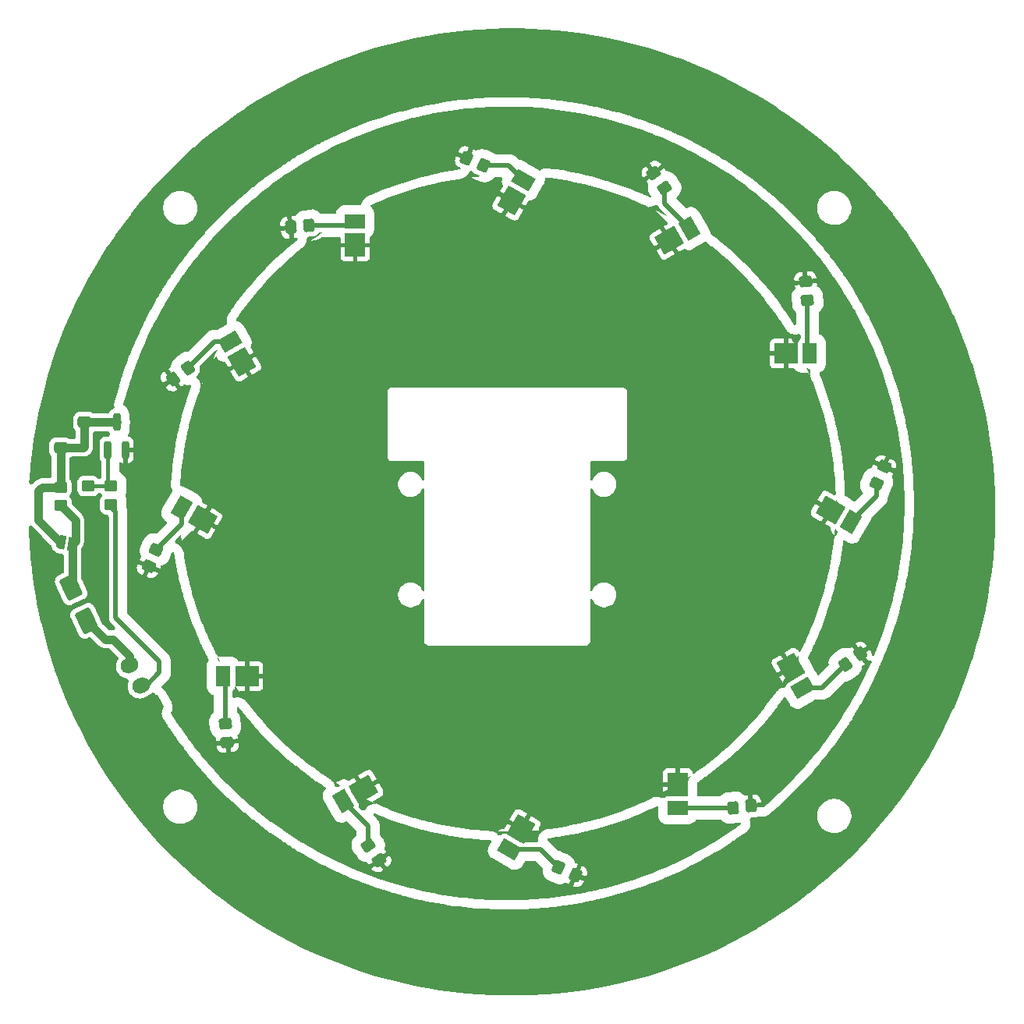
<source format=gbr>
%TF.GenerationSoftware,KiCad,Pcbnew,9.0.7-9.0.7~ubuntu24.04.1*%
%TF.CreationDate,2026-01-05T15:50:34+05:30*%
%TF.ProjectId,RPI_Cam3_RL,5250495f-4361-46d3-935f-524c2e6b6963,rev?*%
%TF.SameCoordinates,Original*%
%TF.FileFunction,Copper,L1,Top*%
%TF.FilePolarity,Positive*%
%FSLAX46Y46*%
G04 Gerber Fmt 4.6, Leading zero omitted, Abs format (unit mm)*
G04 Created by KiCad (PCBNEW 9.0.7-9.0.7~ubuntu24.04.1) date 2026-01-05 15:50:34*
%MOMM*%
%LPD*%
G01*
G04 APERTURE LIST*
G04 Aperture macros list*
%AMRoundRect*
0 Rectangle with rounded corners*
0 $1 Rounding radius*
0 $2 $3 $4 $5 $6 $7 $8 $9 X,Y pos of 4 corners*
0 Add a 4 corners polygon primitive as box body*
4,1,4,$2,$3,$4,$5,$6,$7,$8,$9,$2,$3,0*
0 Add four circle primitives for the rounded corners*
1,1,$1+$1,$2,$3*
1,1,$1+$1,$4,$5*
1,1,$1+$1,$6,$7*
1,1,$1+$1,$8,$9*
0 Add four rect primitives between the rounded corners*
20,1,$1+$1,$2,$3,$4,$5,0*
20,1,$1+$1,$4,$5,$6,$7,0*
20,1,$1+$1,$6,$7,$8,$9,0*
20,1,$1+$1,$8,$9,$2,$3,0*%
%AMHorizOval*
0 Thick line with rounded ends*
0 $1 width*
0 $2 $3 position (X,Y) of the first rounded end (center of the circle)*
0 $4 $5 position (X,Y) of the second rounded end (center of the circle)*
0 Add line between two ends*
20,1,$1,$2,$3,$4,$5,0*
0 Add two circle primitives to create the rounded ends*
1,1,$1,$2,$3*
1,1,$1,$4,$5*%
%AMRotRect*
0 Rectangle, with rotation*
0 The origin of the aperture is its center*
0 $1 length*
0 $2 width*
0 $3 Rotation angle, in degrees counterclockwise*
0 Add horizontal line*
21,1,$1,$2,0,0,$3*%
%AMFreePoly0*
4,1,23,0.500000,-0.750000,0.000000,-0.750000,0.000000,-0.745722,-0.065263,-0.745722,-0.191342,-0.711940,-0.304381,-0.646677,-0.396677,-0.554381,-0.461940,-0.441342,-0.495722,-0.315263,-0.495722,-0.250000,-0.500000,-0.250000,-0.500000,0.250000,-0.495722,0.250000,-0.495722,0.315263,-0.461940,0.441342,-0.396677,0.554381,-0.304381,0.646677,-0.191342,0.711940,-0.065263,0.745722,0.000000,0.745722,
0.000000,0.750000,0.500000,0.750000,0.500000,-0.750000,0.500000,-0.750000,$1*%
%AMFreePoly1*
4,1,23,0.000000,0.745722,0.065263,0.745722,0.191342,0.711940,0.304381,0.646677,0.396677,0.554381,0.461940,0.441342,0.495722,0.315263,0.495722,0.250000,0.500000,0.250000,0.500000,-0.250000,0.495722,-0.250000,0.495722,-0.315263,0.461940,-0.441342,0.396677,-0.554381,0.304381,-0.646677,0.191342,-0.711940,0.065263,-0.745722,0.000000,-0.745722,0.000000,-0.750000,-0.500000,-0.750000,
-0.500000,0.750000,0.000000,0.750000,0.000000,0.745722,0.000000,0.745722,$1*%
G04 Aperture macros list end*
%TA.AperFunction,SMDPad,CuDef*%
%ADD10RoundRect,0.250000X-0.018653X-0.569782X0.547659X-0.158333X0.018653X0.569782X-0.547659X0.158333X0*%
%TD*%
%TA.AperFunction,SMDPad,CuDef*%
%ADD11RotRect,2.500000X2.200000X240.000000*%
%TD*%
%TA.AperFunction,SMDPad,CuDef*%
%ADD12RotRect,1.550000X2.200000X240.000000*%
%TD*%
%TA.AperFunction,SMDPad,CuDef*%
%ADD13RoundRect,0.250000X-0.569782X0.018653X-0.158333X-0.547659X0.569782X-0.018653X0.158333X0.547659X0*%
%TD*%
%TA.AperFunction,SMDPad,CuDef*%
%ADD14RoundRect,0.250000X0.475000X-0.337500X0.475000X0.337500X-0.475000X0.337500X-0.475000X-0.337500X0*%
%TD*%
%TA.AperFunction,SMDPad,CuDef*%
%ADD15RoundRect,0.250000X-0.502772X-0.268738X0.136709X-0.553453X0.502772X0.268738X-0.136709X0.553453X0*%
%TD*%
%TA.AperFunction,SMDPad,CuDef*%
%ADD16RoundRect,0.200000X0.200000X-0.750000X0.200000X0.750000X-0.200000X0.750000X-0.200000X-0.750000X0*%
%TD*%
%TA.AperFunction,SMDPad,CuDef*%
%ADD17RoundRect,0.250000X-0.484120X0.301045X-0.410950X-0.395120X0.484120X-0.301045X0.410950X0.395120X0*%
%TD*%
%TA.AperFunction,SMDPad,CuDef*%
%ADD18RotRect,2.500000X2.200000X300.000000*%
%TD*%
%TA.AperFunction,SMDPad,CuDef*%
%ADD19RotRect,1.550000X2.200000X300.000000*%
%TD*%
%TA.AperFunction,SMDPad,CuDef*%
%ADD20R,2.200000X2.500000*%
%TD*%
%TA.AperFunction,SMDPad,CuDef*%
%ADD21R,2.200000X1.550000*%
%TD*%
%TA.AperFunction,SMDPad,CuDef*%
%ADD22RoundRect,0.250000X0.301045X0.484120X-0.395120X0.410950X-0.301045X-0.484120X0.395120X-0.410950X0*%
%TD*%
%TA.AperFunction,SMDPad,CuDef*%
%ADD23R,2.500000X2.200000*%
%TD*%
%TA.AperFunction,SMDPad,CuDef*%
%ADD24R,1.550000X2.200000*%
%TD*%
%TA.AperFunction,SMDPad,CuDef*%
%ADD25RoundRect,0.250000X-0.268738X0.502772X-0.553453X-0.136709X0.268738X-0.502772X0.553453X0.136709X0*%
%TD*%
%TA.AperFunction,SMDPad,CuDef*%
%ADD26RoundRect,0.250000X0.018653X0.569782X-0.547659X0.158333X-0.018653X-0.569782X0.547659X-0.158333X0*%
%TD*%
%TA.AperFunction,SMDPad,CuDef*%
%ADD27RotRect,2.500000X2.200000X330.000000*%
%TD*%
%TA.AperFunction,SMDPad,CuDef*%
%ADD28RotRect,1.550000X2.200000X330.000000*%
%TD*%
%TA.AperFunction,ComponentPad*%
%ADD29RoundRect,0.250000X0.927868X-0.157115X0.327868X0.882115X-0.927868X0.157115X-0.327868X-0.882115X0*%
%TD*%
%TA.AperFunction,ComponentPad*%
%ADD30HorizOval,1.700000X0.108253X0.062500X-0.108253X-0.062500X0*%
%TD*%
%TA.AperFunction,SMDPad,CuDef*%
%ADD31RotRect,2.500000X2.200000X60.000000*%
%TD*%
%TA.AperFunction,SMDPad,CuDef*%
%ADD32RotRect,1.550000X2.200000X60.000000*%
%TD*%
%TA.AperFunction,SMDPad,CuDef*%
%ADD33RoundRect,0.250000X-0.301045X-0.484120X0.395120X-0.410950X0.301045X0.484120X-0.395120X0.410950X0*%
%TD*%
%TA.AperFunction,SMDPad,CuDef*%
%ADD34RoundRect,0.250000X0.450000X-0.350000X0.450000X0.350000X-0.450000X0.350000X-0.450000X-0.350000X0*%
%TD*%
%TA.AperFunction,SMDPad,CuDef*%
%ADD35RotRect,2.500000X2.200000X30.000000*%
%TD*%
%TA.AperFunction,SMDPad,CuDef*%
%ADD36RotRect,1.550000X2.200000X30.000000*%
%TD*%
%TA.AperFunction,SMDPad,CuDef*%
%ADD37RoundRect,0.250000X-1.011718X0.631606X-0.166482X-1.181010X1.011718X-0.631606X0.166482X1.181010X0*%
%TD*%
%TA.AperFunction,SMDPad,CuDef*%
%ADD38FreePoly0,350.000000*%
%TD*%
%TA.AperFunction,SMDPad,CuDef*%
%ADD39FreePoly1,350.000000*%
%TD*%
%TA.AperFunction,SMDPad,CuDef*%
%ADD40RoundRect,0.250000X0.484120X-0.301045X0.410950X0.395120X-0.484120X0.301045X-0.410950X-0.395120X0*%
%TD*%
%TA.AperFunction,SMDPad,CuDef*%
%ADD41RotRect,2.500000X2.200000X150.000000*%
%TD*%
%TA.AperFunction,SMDPad,CuDef*%
%ADD42RotRect,1.550000X2.200000X150.000000*%
%TD*%
%TA.AperFunction,SMDPad,CuDef*%
%ADD43RoundRect,0.250000X0.502772X0.268738X-0.136709X0.553453X-0.502772X-0.268738X0.136709X-0.553453X0*%
%TD*%
%TA.AperFunction,SMDPad,CuDef*%
%ADD44RoundRect,0.250000X0.569782X-0.018653X0.158333X0.547659X-0.569782X0.018653X-0.158333X-0.547659X0*%
%TD*%
%TA.AperFunction,SMDPad,CuDef*%
%ADD45RoundRect,0.250000X0.268738X-0.502772X0.553453X0.136709X-0.268738X0.502772X-0.553453X-0.136709X0*%
%TD*%
%TA.AperFunction,SMDPad,CuDef*%
%ADD46RotRect,2.500000X2.200000X120.000000*%
%TD*%
%TA.AperFunction,SMDPad,CuDef*%
%ADD47RotRect,1.550000X2.200000X120.000000*%
%TD*%
%TA.AperFunction,SMDPad,CuDef*%
%ADD48RotRect,2.500000X2.200000X210.000000*%
%TD*%
%TA.AperFunction,SMDPad,CuDef*%
%ADD49RotRect,1.550000X2.200000X210.000000*%
%TD*%
%TA.AperFunction,ViaPad*%
%ADD50C,1.000000*%
%TD*%
%TA.AperFunction,ViaPad*%
%ADD51C,1.500000*%
%TD*%
%TA.AperFunction,ViaPad*%
%ADD52C,0.700000*%
%TD*%
%TA.AperFunction,Conductor*%
%ADD53C,0.900000*%
%TD*%
%TA.AperFunction,Conductor*%
%ADD54C,0.500000*%
%TD*%
%TA.AperFunction,Conductor*%
%ADD55C,0.400000*%
%TD*%
G04 APERTURE END LIST*
D10*
%TO.P,R12,1*%
%TO.N,Net-(Q1-S)*%
X113190983Y-93587785D03*
%TO.P,R12,2*%
%TO.N,Net-(D12-A)*%
X114809017Y-92412215D03*
%TD*%
D11*
%TO.P,D8,1,K*%
%TO.N,GND*%
X151025000Y-142401563D03*
D12*
%TO.P,D8,2,A*%
%TO.N,Net-(D8-A)*%
X149737500Y-144631578D03*
%TD*%
D13*
%TO.P,R3,1*%
%TO.N,Net-(Q1-S)*%
X165412215Y-71190983D03*
%TO.P,R3,2*%
%TO.N,Net-(D3-A)*%
X166587785Y-72809017D03*
%TD*%
D14*
%TO.P,C2,1*%
%TO.N,Net-(JP1-A)*%
X101000000Y-101037500D03*
%TO.P,C2,2*%
%TO.N,GND*%
X101000000Y-98962500D03*
%TD*%
D15*
%TO.P,R2,1*%
%TO.N,Net-(Q1-S)*%
X145086455Y-69593262D03*
%TO.P,R2,2*%
%TO.N,Net-(D2-A)*%
X146913545Y-70406738D03*
%TD*%
D16*
%TO.P,Q1,1,G*%
%TO.N,Net-(Q1-G)*%
X106152951Y-101265856D03*
%TO.P,Q1,2,S*%
%TO.N,Net-(Q1-S)*%
X108052951Y-101265856D03*
%TO.P,Q1,3,D*%
%TO.N,Net-(JP1-A)*%
X107102951Y-98265856D03*
%TD*%
D17*
%TO.P,R4,1*%
%TO.N,Net-(Q1-S)*%
X181895472Y-83005478D03*
%TO.P,R4,2*%
%TO.N,Net-(D4-A)*%
X182104528Y-84994522D03*
%TD*%
D18*
%TO.P,D6,1,K*%
%TO.N,GND*%
X180285889Y-124901563D03*
D19*
%TO.P,D6,2,A*%
%TO.N,Net-(D6-A)*%
X181573389Y-127131579D03*
%TD*%
D20*
%TO.P,D1,1,K*%
%TO.N,GND*%
X133000000Y-79050000D03*
D21*
%TO.P,D1,2,A*%
%TO.N,Net-(D1-A)*%
X133000000Y-76475000D03*
%TD*%
D22*
%TO.P,R7,1*%
%TO.N,Net-(Q1-S)*%
X175994522Y-139895472D03*
%TO.P,R7,2*%
%TO.N,Net-(D7-A)*%
X174005478Y-140104528D03*
%TD*%
D23*
%TO.P,D10,1,K*%
%TO.N,GND*%
X121239110Y-125810890D03*
D24*
%TO.P,D10,2,A*%
%TO.N,Net-(D10-A)*%
X118664110Y-125810890D03*
%TD*%
D25*
%TO.P,R5,1*%
%TO.N,Net-(Q1-S)*%
X190406737Y-103086454D03*
%TO.P,R5,2*%
%TO.N,Net-(D5-A)*%
X189593263Y-104913546D03*
%TD*%
D26*
%TO.P,R6,1*%
%TO.N,Net-(Q1-S)*%
X187809017Y-123412215D03*
%TO.P,R6,2*%
%TO.N,Net-(D6-A)*%
X186190983Y-124587785D03*
%TD*%
D27*
%TO.P,D5,1,K*%
%TO.N,GND*%
X184590674Y-107785890D03*
D28*
%TO.P,D5,2,A*%
%TO.N,Net-(D5-A)*%
X186820688Y-109073390D03*
%TD*%
D29*
%TO.P,J1,1,Pin_1*%
%TO.N,GND*%
X111000000Y-129000000D03*
D30*
%TO.P,J1,2,Pin_2*%
%TO.N,/EN*%
X109750000Y-126834936D03*
%TO.P,J1,3,Pin_3*%
%TO.N,+5V*%
X108500000Y-124669873D03*
%TD*%
D31*
%TO.P,D2,1,K*%
%TO.N,GND*%
X149975000Y-74220216D03*
D32*
%TO.P,D2,2,A*%
%TO.N,Net-(D2-A)*%
X151262500Y-71990201D03*
%TD*%
D33*
%TO.P,R1,1*%
%TO.N,Net-(Q1-S)*%
X126005478Y-77104529D03*
%TO.P,R1,2*%
%TO.N,Net-(D1-A)*%
X127994522Y-76895471D03*
%TD*%
D34*
%TO.P,F1,1*%
%TO.N,Net-(DP1-K)*%
X101000000Y-107300000D03*
%TO.P,F1,2*%
%TO.N,Net-(JP1-A)*%
X101000000Y-105300000D03*
%TD*%
D35*
%TO.P,D3,1,K*%
%TO.N,GND*%
X167090673Y-78525000D03*
D36*
%TO.P,D3,2,A*%
%TO.N,Net-(D3-A)*%
X169320689Y-77237500D03*
%TD*%
D23*
%TO.P,D4,1,K*%
%TO.N,GND*%
X179760889Y-90810890D03*
D24*
%TO.P,D4,2,A*%
%TO.N,Net-(D4-A)*%
X182335889Y-90810890D03*
%TD*%
D14*
%TO.P,C1,1*%
%TO.N,Net-(JP1-A)*%
X103600000Y-98237500D03*
%TO.P,C1,2*%
%TO.N,GND*%
X103600000Y-96162500D03*
%TD*%
D37*
%TO.P,DP1,1,K*%
%TO.N,Net-(DP1-K)*%
X102154763Y-116187384D03*
%TO.P,DP1,2,A*%
%TO.N,+5V*%
X103845237Y-119812616D03*
%TD*%
D38*
%TO.P,JP1,1,A*%
%TO.N,Net-(JP1-A)*%
X101045890Y-111261234D03*
D39*
%TO.P,JP1,2,B*%
%TO.N,Net-(DP1-K)*%
X102326140Y-111486976D03*
%TD*%
D40*
%TO.P,R10,1*%
%TO.N,Net-(Q1-S)*%
X119104529Y-132994522D03*
%TO.P,R10,2*%
%TO.N,Net-(D10-A)*%
X118895471Y-131005478D03*
%TD*%
D41*
%TO.P,D11,1,K*%
%TO.N,GND*%
X116409326Y-108835889D03*
D42*
%TO.P,D11,2,A*%
%TO.N,Net-(D11-A)*%
X114179311Y-107548390D03*
%TD*%
D34*
%TO.P,RP1,1*%
%TO.N,/EN*%
X106488247Y-107189310D03*
%TO.P,RP1,2*%
%TO.N,Net-(Q1-G)*%
X106488247Y-105189310D03*
%TD*%
D43*
%TO.P,R8,1*%
%TO.N,Net-(Q1-S)*%
X156913546Y-147406737D03*
%TO.P,R8,2*%
%TO.N,Net-(D8-A)*%
X155086454Y-146593263D03*
%TD*%
D44*
%TO.P,R9,1*%
%TO.N,Net-(Q1-S)*%
X135587785Y-145809017D03*
%TO.P,R9,2*%
%TO.N,Net-(D9-A)*%
X134412215Y-144190983D03*
%TD*%
D45*
%TO.P,R11,1*%
%TO.N,Net-(Q1-S)*%
X110593264Y-113913545D03*
%TO.P,R11,2*%
%TO.N,Net-(D11-A)*%
X111406736Y-112086455D03*
%TD*%
D20*
%TO.P,D7,1,K*%
%TO.N,GND*%
X168000000Y-137571779D03*
D21*
%TO.P,D7,2,A*%
%TO.N,Net-(D7-A)*%
X168000000Y-140146779D03*
%TD*%
D46*
%TO.P,D12,1,K*%
%TO.N,GND*%
X120714110Y-91720217D03*
D47*
%TO.P,D12,2,A*%
%TO.N,Net-(D12-A)*%
X119426610Y-89490201D03*
%TD*%
D48*
%TO.P,D9,1,K*%
%TO.N,GND*%
X133909327Y-138096779D03*
D49*
%TO.P,D9,2,A*%
%TO.N,Net-(D9-A)*%
X131679311Y-139384279D03*
%TD*%
D34*
%TO.P,RP2,1*%
%TO.N,GND*%
X104000000Y-107200000D03*
%TO.P,RP2,2*%
%TO.N,Net-(Q1-G)*%
X104000000Y-105200000D03*
%TD*%
D50*
%TO.N,GND*%
X133000000Y-79050000D03*
D51*
X110000000Y-81000000D03*
D52*
X105000000Y-110000000D03*
D51*
X179000000Y-119000000D03*
X174000000Y-90000000D03*
D50*
X151025000Y-142401563D03*
D52*
X104000000Y-107200000D03*
D51*
X121000000Y-147000000D03*
X110000000Y-132000000D03*
X163000000Y-79000000D03*
D50*
X168000000Y-137571779D03*
D51*
X165000000Y-154000000D03*
X196000000Y-123000000D03*
X183000000Y-104000000D03*
X198000000Y-108000000D03*
X134000000Y-62000000D03*
X180000000Y-121000000D03*
X126000000Y-129000000D03*
X140000000Y-137000000D03*
X168000000Y-134000000D03*
D50*
X184590674Y-107785890D03*
D51*
X165000000Y-62000000D03*
X137000000Y-136000000D03*
D52*
X105000000Y-111000000D03*
X105000000Y-113000000D03*
D51*
X150000000Y-157000000D03*
X118000000Y-113000000D03*
X146000000Y-79000000D03*
X148000000Y-80000000D03*
X120000000Y-114000000D03*
X109000000Y-135000000D03*
X125000000Y-126000000D03*
X122000000Y-95000000D03*
X176000000Y-92000000D03*
D50*
X121239110Y-125810890D03*
D51*
X147000000Y-77000000D03*
X180000000Y-69000000D03*
X134000000Y-154000000D03*
X124000000Y-94000000D03*
X167000000Y-132000000D03*
X153000000Y-137000000D03*
X169000000Y-131000000D03*
D50*
X133909327Y-138096779D03*
D52*
X105000000Y-114000000D03*
D51*
X133000000Y-86000000D03*
X124000000Y-128000000D03*
X132000000Y-83000000D03*
X121000000Y-112000000D03*
X178000000Y-122000000D03*
D50*
X120714110Y-91720217D03*
D51*
X177000000Y-120000000D03*
X150000000Y-59000000D03*
D50*
X116409326Y-108835890D03*
D51*
X102000000Y-93000000D03*
X121000000Y-69000000D03*
X162000000Y-82000000D03*
X170000000Y-133000000D03*
X182000000Y-106000000D03*
X154000000Y-140000000D03*
X127000000Y-127000000D03*
X155000000Y-138000000D03*
X191000000Y-81000000D03*
X125000000Y-96000000D03*
X108000000Y-133000000D03*
D52*
X105000000Y-109000000D03*
D51*
X131000000Y-85000000D03*
X139000000Y-135000000D03*
X111000000Y-134000000D03*
X102000000Y-91000000D03*
D50*
X149975000Y-74220216D03*
D51*
X181000000Y-103000000D03*
X138000000Y-138000000D03*
X104000000Y-93000000D03*
X191000000Y-133000000D03*
X119000000Y-111000000D03*
D52*
X105000000Y-112000000D03*
D51*
X106000000Y-89000000D03*
X134000000Y-84000000D03*
X174000000Y-92000000D03*
X180000000Y-144000000D03*
X106000000Y-93000000D03*
X106000000Y-91000000D03*
X123000000Y-97000000D03*
X104000000Y-91000000D03*
X196000000Y-94000000D03*
X161000000Y-80000000D03*
X164000000Y-81000000D03*
X149000000Y-78000000D03*
X101000000Y-96000000D03*
X104000000Y-89000000D03*
X152000000Y-139000000D03*
X180000000Y-105000000D03*
D50*
X179760889Y-90810890D03*
D51*
X176000000Y-90000000D03*
D50*
X167090673Y-78525000D03*
%TD*%
D53*
%TO.N,Net-(JP1-A)*%
X103628356Y-98265856D02*
X103600000Y-98237500D01*
X101000000Y-101037500D02*
X103462500Y-101037500D01*
X101000000Y-101037500D02*
X101000000Y-105300000D01*
X103462500Y-101037500D02*
X103600000Y-100900000D01*
X100972030Y-111248210D02*
X98600000Y-108876180D01*
X98600000Y-105700000D02*
X99000000Y-105300000D01*
X99000000Y-105300000D02*
X101000000Y-105300000D01*
X103600000Y-100900000D02*
X103600000Y-98237500D01*
X107102951Y-98265856D02*
X103628356Y-98265856D01*
X98600000Y-108876180D02*
X98600000Y-105700000D01*
D54*
%TO.N,Net-(D1-A)*%
X127994522Y-76895471D02*
X132579529Y-76895471D01*
X132579529Y-76895471D02*
X133000000Y-76475000D01*
%TO.N,Net-(D2-A)*%
X146913545Y-70406737D02*
X149679036Y-70406737D01*
X149679036Y-70406737D02*
X151262500Y-71990201D01*
%TO.N,Net-(D3-A)*%
X166587785Y-72809017D02*
X166587785Y-74504596D01*
X166587785Y-74504596D02*
X169320689Y-77237500D01*
%TO.N,Net-(D4-A)*%
X182104528Y-90579529D02*
X182335889Y-90810890D01*
X182104528Y-84994522D02*
X182104528Y-90579529D01*
%TO.N,Net-(D5-A)*%
X189593263Y-104913546D02*
X189593263Y-106300815D01*
X189593263Y-106300815D02*
X186820688Y-109073390D01*
%TO.N,Net-(D6-A)*%
X181573389Y-127131579D02*
X183647189Y-127131579D01*
X183647189Y-127131579D02*
X186190983Y-124587785D01*
%TO.N,Net-(D7-A)*%
X173963227Y-140146779D02*
X174005478Y-140104528D01*
X168000000Y-140146779D02*
X173963227Y-140146779D01*
%TO.N,Net-(D8-A)*%
X149737500Y-144631578D02*
X153124769Y-144631578D01*
X153124769Y-144631578D02*
X155086454Y-146593263D01*
%TO.N,Net-(D9-A)*%
X134412215Y-142117183D02*
X131679311Y-139384279D01*
X134412215Y-144190983D02*
X134412215Y-142117183D01*
%TO.N,Net-(D10-A)*%
X118895471Y-131005478D02*
X118895471Y-126042251D01*
X118895471Y-126042251D02*
X118664110Y-125810890D01*
%TO.N,Net-(D11-A)*%
X114179311Y-107548390D02*
X114179311Y-109313880D01*
X114179311Y-109313880D02*
X111406736Y-112086455D01*
%TO.N,Net-(D12-A)*%
X117731031Y-89490201D02*
X114809017Y-92412215D01*
X119426610Y-89490201D02*
X117731031Y-89490201D01*
D53*
%TO.N,+5V*%
X106712743Y-121812616D02*
X108500000Y-123599873D01*
X105845237Y-121812616D02*
X106712743Y-121812616D01*
X108500000Y-123599873D02*
X108500000Y-124669873D01*
X103845237Y-119812616D02*
X105845237Y-121812616D01*
D54*
%TO.N,/EN*%
X110320000Y-126834936D02*
X109750000Y-126834936D01*
X111750000Y-124260000D02*
X111750000Y-125404936D01*
X106488247Y-107488247D02*
X107000000Y-108000000D01*
X107000000Y-108000000D02*
X107000000Y-119510000D01*
X111750000Y-125404936D02*
X110320000Y-126834936D01*
X106488247Y-107189310D02*
X106488247Y-107488247D01*
X107000000Y-119510000D02*
X111750000Y-124260000D01*
D55*
%TO.N,Net-(Q1-G)*%
X104010690Y-105189310D02*
X104000000Y-105200000D01*
X106152951Y-101265856D02*
X106152951Y-104854014D01*
X106152951Y-104854014D02*
X106488247Y-105189310D01*
X106488247Y-105189310D02*
X104010690Y-105189310D01*
D53*
%TO.N,Net-(DP1-K)*%
X102612496Y-108912496D02*
X101000000Y-107300000D01*
X102326140Y-111486976D02*
X102612496Y-111200620D01*
X102326140Y-116016007D02*
X102326140Y-111486976D01*
X102154763Y-116187384D02*
X102326140Y-116016007D01*
X102612496Y-111200620D02*
X102612496Y-108912496D01*
%TD*%
%TA.AperFunction,Conductor*%
%TO.N,Net-(Q1-S)*%
G36*
X149707572Y-63989501D02*
G01*
X150293168Y-63995488D01*
X150294706Y-63995514D01*
X150880102Y-64009479D01*
X150881762Y-64009530D01*
X151466954Y-64031475D01*
X151468409Y-64031539D01*
X152053299Y-64061459D01*
X152054859Y-64061550D01*
X152634663Y-64099138D01*
X152639168Y-64099431D01*
X152640855Y-64099552D01*
X153224499Y-64145386D01*
X153226112Y-64145523D01*
X153761454Y-64194913D01*
X153809219Y-64199320D01*
X153810901Y-64199487D01*
X154393122Y-64261216D01*
X154394799Y-64261405D01*
X154976149Y-64331066D01*
X154977631Y-64331254D01*
X155558155Y-64408855D01*
X155559772Y-64409083D01*
X156139027Y-64494567D01*
X156140529Y-64494799D01*
X156718713Y-64588192D01*
X156720162Y-64588436D01*
X157297007Y-64689699D01*
X157298424Y-64689957D01*
X157873898Y-64799085D01*
X157875357Y-64799372D01*
X158449281Y-64916331D01*
X158450690Y-64916628D01*
X159022862Y-65041375D01*
X159024448Y-65041732D01*
X159594890Y-65174271D01*
X159596313Y-65174612D01*
X160164925Y-65314920D01*
X160166378Y-65315289D01*
X160732912Y-65463305D01*
X160734544Y-65463743D01*
X161298986Y-65619460D01*
X161300615Y-65619921D01*
X161862861Y-65783311D01*
X161864378Y-65783763D01*
X162142034Y-65868571D01*
X162424324Y-65954794D01*
X162425936Y-65955298D01*
X162983517Y-66133949D01*
X162985123Y-66134476D01*
X163540171Y-66320695D01*
X163541742Y-66321233D01*
X163814587Y-66416930D01*
X164094316Y-66515041D01*
X164095907Y-66515612D01*
X164645588Y-66716858D01*
X164647171Y-66717449D01*
X165194278Y-66926253D01*
X165195795Y-66926844D01*
X165464710Y-67033697D01*
X165739906Y-67143046D01*
X165741374Y-67143640D01*
X166282678Y-67367315D01*
X166284057Y-67367896D01*
X166822177Y-67598892D01*
X166823578Y-67599505D01*
X167358489Y-67837809D01*
X167359935Y-67838464D01*
X167623782Y-67960345D01*
X167891501Y-68084014D01*
X167893030Y-68084733D01*
X168421126Y-68337469D01*
X168422646Y-68338209D01*
X168947305Y-68598147D01*
X168948814Y-68598908D01*
X169029989Y-68640513D01*
X169469842Y-68865952D01*
X169471249Y-68866686D01*
X169763861Y-69021730D01*
X169988618Y-69140821D01*
X169990106Y-69141622D01*
X170503761Y-69422822D01*
X170505116Y-69423576D01*
X170995356Y-69700709D01*
X171014870Y-69711740D01*
X171016335Y-69712582D01*
X171521966Y-70007579D01*
X171523420Y-70008440D01*
X171590707Y-70048936D01*
X172025178Y-70310418D01*
X172026507Y-70311231D01*
X172274666Y-70465229D01*
X172523948Y-70619924D01*
X172525378Y-70620824D01*
X172770719Y-70777744D01*
X172978815Y-70910842D01*
X173018664Y-70936329D01*
X173020071Y-70937243D01*
X173508979Y-71259423D01*
X173510234Y-71260261D01*
X173994832Y-71589159D01*
X173996182Y-71590090D01*
X174476041Y-71925414D01*
X174477420Y-71926391D01*
X174952795Y-72268319D01*
X174954160Y-72269316D01*
X175424654Y-72617560D01*
X175426006Y-72618574D01*
X175891839Y-72973295D01*
X175893176Y-72974328D01*
X176354120Y-73335358D01*
X176355444Y-73336409D01*
X176811435Y-73703694D01*
X176812675Y-73704706D01*
X177263716Y-74078255D01*
X177264842Y-74079201D01*
X177614756Y-74377129D01*
X177710729Y-74458844D01*
X177712006Y-74459947D01*
X177997838Y-74710113D01*
X178152512Y-74845486D01*
X178153748Y-74846582D01*
X178242007Y-74925978D01*
X178589066Y-75238187D01*
X178590315Y-75239326D01*
X178730249Y-75368701D01*
X179020286Y-75636854D01*
X179021394Y-75637893D01*
X179423232Y-76019700D01*
X179445871Y-76041211D01*
X179447088Y-76042383D01*
X179865967Y-76451388D01*
X179867169Y-76452577D01*
X180280507Y-76867326D01*
X180281691Y-76868532D01*
X180689265Y-77288801D01*
X180690434Y-77290022D01*
X181092281Y-77715847D01*
X181093432Y-77717084D01*
X181489367Y-78148269D01*
X181490502Y-78149521D01*
X181880628Y-78586179D01*
X181881745Y-78587447D01*
X182265816Y-79029304D01*
X182266916Y-79030587D01*
X182644965Y-79477680D01*
X182646024Y-79478950D01*
X182761451Y-79619293D01*
X183017932Y-79931138D01*
X183018997Y-79932451D01*
X183384690Y-80389645D01*
X183385737Y-80390972D01*
X183745201Y-80853153D01*
X183746229Y-80854494D01*
X184099327Y-81321487D01*
X184100337Y-81322842D01*
X184447010Y-81794567D01*
X184448002Y-81795935D01*
X184788274Y-82272425D01*
X184789247Y-82273807D01*
X185123027Y-82754939D01*
X185123980Y-82756335D01*
X185451057Y-83241802D01*
X185451992Y-83243210D01*
X185772457Y-83733142D01*
X185773373Y-83734562D01*
X186087185Y-84228901D01*
X186088081Y-84230334D01*
X186331815Y-84626102D01*
X186395106Y-84728871D01*
X186395976Y-84730306D01*
X186545759Y-84981113D01*
X186696151Y-85232938D01*
X186697001Y-85234383D01*
X186720486Y-85274954D01*
X186990344Y-85741138D01*
X186991180Y-85742606D01*
X187275021Y-86248733D01*
X187277539Y-86253222D01*
X187278356Y-86254702D01*
X187557772Y-86769252D01*
X187558568Y-86770743D01*
X187830900Y-87288967D01*
X187831676Y-87290468D01*
X188096934Y-87812386D01*
X188097690Y-87813898D01*
X188321971Y-88270491D01*
X188355825Y-88339410D01*
X188356548Y-88340908D01*
X188501568Y-88646599D01*
X188607537Y-88869975D01*
X188608250Y-88871507D01*
X188851926Y-89403773D01*
X188852619Y-89405314D01*
X189089057Y-89940940D01*
X189089729Y-89942491D01*
X189318833Y-90481261D01*
X189319484Y-90482821D01*
X189541213Y-91024638D01*
X189541843Y-91026206D01*
X189756202Y-91571085D01*
X189756810Y-91572662D01*
X189963713Y-92120385D01*
X189964299Y-92121970D01*
X190163695Y-92672399D01*
X190164260Y-92673992D01*
X190356151Y-93227130D01*
X190356694Y-93228730D01*
X190541035Y-93784454D01*
X190541556Y-93786062D01*
X190718300Y-94344223D01*
X190718799Y-94345838D01*
X190887912Y-94906337D01*
X190888389Y-94907958D01*
X191049848Y-95470712D01*
X191050303Y-95472339D01*
X191204083Y-96037257D01*
X191204516Y-96038891D01*
X191350576Y-96605834D01*
X191350987Y-96607474D01*
X191489320Y-97176408D01*
X191489708Y-97178053D01*
X191620270Y-97748804D01*
X191620635Y-97750453D01*
X191743399Y-98322891D01*
X191743742Y-98324546D01*
X191858689Y-98898589D01*
X191859010Y-98900249D01*
X191966130Y-99475848D01*
X191966428Y-99477511D01*
X192065698Y-100054542D01*
X192065973Y-100056210D01*
X192157366Y-100634518D01*
X192157618Y-100636189D01*
X192241111Y-101215617D01*
X192241341Y-101217292D01*
X192316938Y-101797885D01*
X192317145Y-101799562D01*
X192384821Y-102381113D01*
X192385005Y-102382793D01*
X192444749Y-102965214D01*
X192444910Y-102966896D01*
X192496711Y-103550077D01*
X192496849Y-103551761D01*
X192540697Y-104135595D01*
X192540812Y-104137282D01*
X192576698Y-104721657D01*
X192576790Y-104723344D01*
X192604708Y-105308149D01*
X192604777Y-105309838D01*
X192624722Y-105894969D01*
X192624768Y-105896658D01*
X192636737Y-106482007D01*
X192636760Y-106483697D01*
X192640750Y-107069155D01*
X192640750Y-107070845D01*
X192636760Y-107656302D01*
X192636737Y-107657992D01*
X192624768Y-108243341D01*
X192624722Y-108245030D01*
X192604777Y-108830161D01*
X192604708Y-108831850D01*
X192576790Y-109416655D01*
X192576698Y-109418342D01*
X192540812Y-110002717D01*
X192540697Y-110004404D01*
X192496849Y-110588238D01*
X192496711Y-110589922D01*
X192444910Y-111173103D01*
X192444749Y-111174785D01*
X192385005Y-111757206D01*
X192384821Y-111758886D01*
X192317145Y-112340437D01*
X192316938Y-112342114D01*
X192241341Y-112922707D01*
X192241111Y-112924382D01*
X192157618Y-113503810D01*
X192157366Y-113505481D01*
X192065973Y-114083789D01*
X192065698Y-114085457D01*
X191966428Y-114662488D01*
X191966130Y-114664151D01*
X191859010Y-115239750D01*
X191858689Y-115241410D01*
X191743742Y-115815453D01*
X191743399Y-115817108D01*
X191620635Y-116389546D01*
X191620270Y-116391195D01*
X191489708Y-116961946D01*
X191489320Y-116963591D01*
X191350987Y-117532525D01*
X191350576Y-117534165D01*
X191204516Y-118101108D01*
X191204083Y-118102742D01*
X191050303Y-118667660D01*
X191049848Y-118669287D01*
X190888389Y-119232041D01*
X190887912Y-119233662D01*
X190718799Y-119794161D01*
X190718300Y-119795776D01*
X190541556Y-120353937D01*
X190541035Y-120355545D01*
X190356694Y-120911269D01*
X190356151Y-120912869D01*
X190164260Y-121466007D01*
X190163695Y-121467600D01*
X189964299Y-122018029D01*
X189963713Y-122019614D01*
X189756810Y-122567337D01*
X189756202Y-122568914D01*
X189541843Y-123113793D01*
X189541213Y-123115361D01*
X189346034Y-123592300D01*
X189302425Y-123646890D01*
X189236226Y-123669237D01*
X189168453Y-123652246D01*
X189120625Y-123601312D01*
X189107626Y-123554705D01*
X189097908Y-123426465D01*
X189044701Y-123259412D01*
X188992813Y-123170138D01*
X188845880Y-122967904D01*
X188158217Y-123467521D01*
X188716612Y-124236087D01*
X188716613Y-124236088D01*
X188837943Y-124147937D01*
X188862162Y-124126257D01*
X188925241Y-124096210D01*
X188994551Y-124105036D01*
X189048087Y-124149932D01*
X189068851Y-124216645D01*
X189058306Y-124268722D01*
X188852619Y-124734685D01*
X188851926Y-124736226D01*
X188608250Y-125268492D01*
X188607537Y-125270024D01*
X188356560Y-125799067D01*
X188355825Y-125800589D01*
X188097690Y-126326101D01*
X188096934Y-126327613D01*
X187831676Y-126849531D01*
X187830900Y-126851032D01*
X187558568Y-127369256D01*
X187557772Y-127370747D01*
X187278356Y-127885297D01*
X187277539Y-127886777D01*
X186991180Y-128397393D01*
X186990344Y-128398861D01*
X186697008Y-128905604D01*
X186696151Y-128907061D01*
X186395982Y-129409683D01*
X186395106Y-129411128D01*
X186088081Y-129909665D01*
X186087185Y-129911098D01*
X185773373Y-130405437D01*
X185772457Y-130406857D01*
X185451992Y-130896789D01*
X185451057Y-130898197D01*
X185123980Y-131383664D01*
X185123027Y-131385060D01*
X184789247Y-131866192D01*
X184788274Y-131867574D01*
X184448002Y-132344064D01*
X184447010Y-132345432D01*
X184100337Y-132817157D01*
X184099327Y-132818512D01*
X183746229Y-133285505D01*
X183745201Y-133286846D01*
X183385737Y-133749027D01*
X183384690Y-133750354D01*
X183018997Y-134207548D01*
X183017932Y-134208861D01*
X182646047Y-134661021D01*
X182644965Y-134662319D01*
X182266916Y-135109412D01*
X182265816Y-135110695D01*
X181881745Y-135552552D01*
X181880628Y-135553820D01*
X181490502Y-135990478D01*
X181489367Y-135991730D01*
X181093432Y-136422915D01*
X181092281Y-136424152D01*
X180690434Y-136849977D01*
X180689265Y-136851198D01*
X180281691Y-137271467D01*
X180280507Y-137272673D01*
X179867169Y-137687422D01*
X179865967Y-137688611D01*
X179447088Y-138097616D01*
X179445871Y-138098788D01*
X179021458Y-138502046D01*
X179020225Y-138503202D01*
X178590315Y-138900673D01*
X178589066Y-138901812D01*
X178153776Y-139293392D01*
X178152512Y-139294513D01*
X177712008Y-139680050D01*
X177710729Y-139681155D01*
X177289088Y-140040155D01*
X177225283Y-140068627D01*
X177156213Y-140058084D01*
X177130666Y-140042107D01*
X177114627Y-140029119D01*
X176143975Y-140131140D01*
X176075245Y-140118571D01*
X176024221Y-140070839D01*
X176007692Y-140020780D01*
X175994521Y-139895471D01*
X175869212Y-139908642D01*
X175800482Y-139896072D01*
X175749459Y-139848340D01*
X175732930Y-139798283D01*
X175620456Y-138728178D01*
X175471307Y-138743855D01*
X175471296Y-138743857D01*
X175370243Y-138765027D01*
X175346788Y-138775634D01*
X175277593Y-138785320D01*
X175214145Y-138756059D01*
X175201708Y-138743533D01*
X175180956Y-138719419D01*
X175180953Y-138719416D01*
X175127233Y-138675914D01*
X176117717Y-138675914D01*
X176217019Y-139620708D01*
X177062361Y-139531859D01*
X177036232Y-139283252D01*
X177015061Y-139182193D01*
X176942819Y-139022445D01*
X176835681Y-138883658D01*
X176699430Y-138773324D01*
X176541401Y-138697384D01*
X176541402Y-138697384D01*
X176370133Y-138659937D01*
X176370119Y-138659935D01*
X176266878Y-138660236D01*
X176117717Y-138675914D01*
X175127233Y-138675914D01*
X175006021Y-138577758D01*
X174808609Y-138469614D01*
X174595065Y-138398459D01*
X174595060Y-138398458D01*
X174372234Y-138366575D01*
X174239675Y-138370046D01*
X173415781Y-138456642D01*
X173415780Y-138456642D01*
X173415772Y-138456643D01*
X173352233Y-138468419D01*
X173285396Y-138480806D01*
X173285392Y-138480807D01*
X173285389Y-138480808D01*
X173074066Y-138558321D01*
X172879977Y-138672323D01*
X172709368Y-138819144D01*
X172709366Y-138819146D01*
X172705606Y-138823790D01*
X172684126Y-138850314D01*
X172626641Y-138890026D01*
X172587761Y-138896279D01*
X170224500Y-138896279D01*
X170157461Y-138876594D01*
X170111706Y-138823790D01*
X170100500Y-138772279D01*
X170100499Y-137428447D01*
X170120184Y-137361408D01*
X170172987Y-137315653D01*
X170180870Y-137312375D01*
X170186768Y-137310160D01*
X170365093Y-137212222D01*
X170567221Y-137072875D01*
X170573452Y-137068545D01*
X170574975Y-137067478D01*
X170581093Y-137063157D01*
X171014762Y-136754491D01*
X171020984Y-136750027D01*
X171022491Y-136748937D01*
X171028487Y-136744567D01*
X171457467Y-136429442D01*
X171463583Y-136424914D01*
X171465073Y-136423802D01*
X171471042Y-136419312D01*
X171895217Y-136097813D01*
X171900969Y-136093420D01*
X171902443Y-136092286D01*
X171908639Y-136087481D01*
X172328009Y-135759608D01*
X172333921Y-135754950D01*
X172335377Y-135753794D01*
X172341273Y-135749077D01*
X172755648Y-135414978D01*
X172761455Y-135410260D01*
X172762894Y-135409082D01*
X172768754Y-135404248D01*
X173178137Y-135063919D01*
X173184093Y-135058928D01*
X173185514Y-135057728D01*
X173191080Y-135052993D01*
X173191143Y-135052938D01*
X173191250Y-135052848D01*
X173595002Y-134706831D01*
X173595027Y-134706808D01*
X173595171Y-134706686D01*
X173600918Y-134701724D01*
X173602320Y-134700504D01*
X173607948Y-134695569D01*
X174006909Y-134343146D01*
X174012524Y-134338148D01*
X174013909Y-134336906D01*
X174019519Y-134331838D01*
X174413142Y-133973480D01*
X174418828Y-133968263D01*
X174420193Y-133967001D01*
X174425581Y-133961983D01*
X174813722Y-133597822D01*
X174819214Y-133592630D01*
X174820560Y-133591348D01*
X174825984Y-133586143D01*
X175208720Y-133216109D01*
X175214029Y-133210938D01*
X175215357Y-133209635D01*
X175220813Y-133204241D01*
X175597890Y-132828573D01*
X175603267Y-132823176D01*
X175604574Y-132821854D01*
X175609796Y-132816533D01*
X175981166Y-132435288D01*
X175986355Y-132429920D01*
X175987642Y-132428579D01*
X175992892Y-132423067D01*
X176358600Y-132036194D01*
X176363585Y-132030883D01*
X176364853Y-132029522D01*
X176370146Y-132023797D01*
X176729980Y-131631516D01*
X176735306Y-131625663D01*
X176736552Y-131624283D01*
X176741333Y-131618950D01*
X176741412Y-131618862D01*
X176950749Y-131383664D01*
X177095183Y-131221388D01*
X177100074Y-131215851D01*
X177101300Y-131214453D01*
X177101333Y-131214414D01*
X177101455Y-131214276D01*
X177103641Y-131211763D01*
X177106349Y-131208652D01*
X177454259Y-130805758D01*
X177459215Y-130799974D01*
X177460420Y-130798557D01*
X177465234Y-130792853D01*
X177807039Y-130384814D01*
X177811871Y-130379002D01*
X177813054Y-130377568D01*
X177817815Y-130371753D01*
X178153460Y-129958642D01*
X178158128Y-129952853D01*
X178159290Y-129951401D01*
X178164044Y-129945414D01*
X178215598Y-129879980D01*
X178493418Y-129527363D01*
X178493461Y-129527308D01*
X178498012Y-129521488D01*
X178499152Y-129520019D01*
X178503842Y-129513927D01*
X178826986Y-129090886D01*
X178831683Y-129084687D01*
X178832800Y-129083201D01*
X178837167Y-129077348D01*
X179153898Y-128649552D01*
X179158474Y-128643322D01*
X179158518Y-128643260D01*
X179158611Y-128643135D01*
X179159539Y-128641860D01*
X179164007Y-128635680D01*
X179411672Y-128290461D01*
X179474131Y-128203401D01*
X179478401Y-128197403D01*
X179479474Y-128195884D01*
X179483903Y-128189564D01*
X179522528Y-128133983D01*
X179576946Y-128090167D01*
X179646419Y-128082727D01*
X179708885Y-128114028D01*
X179731739Y-128142748D01*
X180170814Y-128903246D01*
X180170821Y-128903257D01*
X180239704Y-129001341D01*
X180385993Y-129142770D01*
X180385993Y-129142771D01*
X180557763Y-129251861D01*
X180557775Y-129251866D01*
X180710145Y-129309766D01*
X180747977Y-129324142D01*
X180948846Y-129356652D01*
X181152146Y-129348062D01*
X181349556Y-129298724D01*
X181458250Y-129248226D01*
X182532610Y-128627943D01*
X182929684Y-128398692D01*
X182991684Y-128382079D01*
X183745611Y-128382079D01*
X183940015Y-128351288D01*
X184127215Y-128290463D01*
X184302594Y-128201103D01*
X184461835Y-128085407D01*
X186102921Y-126444319D01*
X186164242Y-126410836D01*
X186187815Y-126408033D01*
X186312908Y-126405227D01*
X186533427Y-126360075D01*
X186742340Y-126276274D01*
X186855403Y-126206989D01*
X187525619Y-125720048D01*
X187626453Y-125633928D01*
X187770710Y-125461136D01*
X187881796Y-125265363D01*
X187956140Y-125052900D01*
X187991352Y-124830578D01*
X187990638Y-124798768D01*
X188008813Y-124731304D01*
X188060577Y-124684376D01*
X188076977Y-124677833D01*
X188101499Y-124670023D01*
X188190766Y-124618138D01*
X188312104Y-124529981D01*
X187606763Y-123559161D01*
X186901421Y-122588341D01*
X186901420Y-122588341D01*
X186780085Y-122676497D01*
X186703150Y-122745365D01*
X186688145Y-122766273D01*
X186633064Y-122809260D01*
X186563487Y-122815643D01*
X186546451Y-122811014D01*
X186516416Y-122800504D01*
X186294098Y-122765292D01*
X186069057Y-122770343D01*
X185848546Y-122815493D01*
X185848533Y-122815497D01*
X185639635Y-122899291D01*
X185639617Y-122899300D01*
X185526572Y-122968575D01*
X185526561Y-122968582D01*
X184856354Y-123455516D01*
X184856340Y-123455527D01*
X184755515Y-123541640D01*
X184755514Y-123541640D01*
X184611254Y-123714436D01*
X184500169Y-123910207D01*
X184425826Y-124122668D01*
X184390613Y-124344987D01*
X184395453Y-124560664D01*
X184377277Y-124628129D01*
X184359165Y-124651127D01*
X183337086Y-125673206D01*
X183275763Y-125706691D01*
X183206071Y-125701707D01*
X183150138Y-125659835D01*
X183142018Y-125647525D01*
X182975963Y-125359911D01*
X182975962Y-125359909D01*
X182975956Y-125359899D01*
X182907074Y-125261818D01*
X182859609Y-125215929D01*
X182825499Y-125156848D01*
X182809492Y-125092800D01*
X182758996Y-124984110D01*
X182758991Y-124984100D01*
X182281739Y-124157478D01*
X182131950Y-123898038D01*
X182115478Y-123830139D01*
X182135191Y-123768738D01*
X182238953Y-123608172D01*
X182295648Y-123497212D01*
X182299062Y-123490466D01*
X182299896Y-123488803D01*
X182299930Y-123488734D01*
X182299998Y-123488599D01*
X182303213Y-123482126D01*
X182310402Y-123467521D01*
X182538305Y-123004468D01*
X182541577Y-122997757D01*
X182542386Y-122996082D01*
X182545672Y-122989213D01*
X182773546Y-122508140D01*
X182776789Y-122501226D01*
X182777572Y-122499540D01*
X182780680Y-122492783D01*
X182871012Y-122294448D01*
X187305928Y-122294448D01*
X187864324Y-123063013D01*
X188551987Y-122563397D01*
X188551988Y-122563396D01*
X188405059Y-122361166D01*
X188336185Y-122284223D01*
X188336184Y-122284222D01*
X188193760Y-122182006D01*
X188193749Y-122182000D01*
X188031576Y-122115378D01*
X187858415Y-122087952D01*
X187683587Y-122101200D01*
X187516530Y-122154408D01*
X187427273Y-122206287D01*
X187427254Y-122206300D01*
X187305928Y-122294448D01*
X182871012Y-122294448D01*
X183001303Y-122008378D01*
X183001401Y-122008163D01*
X183003317Y-122003909D01*
X183004409Y-122001489D01*
X183005167Y-121999791D01*
X183008209Y-121992909D01*
X183221556Y-121505218D01*
X183224631Y-121498113D01*
X183225363Y-121496404D01*
X183228226Y-121489653D01*
X183434214Y-120998875D01*
X183437066Y-120992009D01*
X183437773Y-120990289D01*
X183440653Y-120983205D01*
X183639270Y-120489359D01*
X183642012Y-120482469D01*
X183642693Y-120480739D01*
X183645471Y-120473601D01*
X183836662Y-119976833D01*
X183839364Y-119969733D01*
X183840019Y-119967992D01*
X183842628Y-119960978D01*
X184026347Y-119461399D01*
X184028810Y-119454628D01*
X184029439Y-119452879D01*
X184032074Y-119445460D01*
X184208302Y-118943123D01*
X184208332Y-118943035D01*
X184208383Y-118942891D01*
X184209624Y-118939303D01*
X184210879Y-118935683D01*
X184211481Y-118933923D01*
X184213788Y-118927099D01*
X184382430Y-118422278D01*
X184384780Y-118415156D01*
X184385356Y-118413388D01*
X184387676Y-118406173D01*
X184548749Y-117898817D01*
X184548820Y-117898594D01*
X184551012Y-117891594D01*
X184551036Y-117891518D01*
X184551585Y-117889742D01*
X184553753Y-117882635D01*
X184553757Y-117882621D01*
X184553821Y-117882412D01*
X184658658Y-117534165D01*
X184707181Y-117372982D01*
X184709255Y-117366001D01*
X184709778Y-117364217D01*
X184711942Y-117356730D01*
X184857734Y-116844755D01*
X184857748Y-116844704D01*
X184857799Y-116844526D01*
X184859747Y-116837582D01*
X184859782Y-116837457D01*
X184860278Y-116835664D01*
X184862251Y-116828430D01*
X185000335Y-116314379D01*
X185002238Y-116307185D01*
X185002707Y-116305386D01*
X185002763Y-116305172D01*
X185004554Y-116298193D01*
X185069527Y-116040985D01*
X185134971Y-115781907D01*
X185136768Y-115774679D01*
X185137210Y-115772873D01*
X185138996Y-115765454D01*
X185261622Y-115247413D01*
X185263428Y-115239646D01*
X185263486Y-115239398D01*
X185263794Y-115238047D01*
X185265447Y-115230689D01*
X185380165Y-114711438D01*
X185381784Y-114703982D01*
X185381893Y-114703467D01*
X185382127Y-114702373D01*
X185383739Y-114694671D01*
X185490775Y-114173187D01*
X185492299Y-114165615D01*
X185492659Y-114163790D01*
X185494056Y-114156570D01*
X185593241Y-113633643D01*
X185594592Y-113626375D01*
X185594636Y-113626139D01*
X185594912Y-113624617D01*
X185596256Y-113617075D01*
X185599328Y-113599442D01*
X185687619Y-113092545D01*
X185688910Y-113084957D01*
X185689215Y-113083123D01*
X185690400Y-113075837D01*
X185773861Y-112550158D01*
X185775003Y-112542785D01*
X185775281Y-112540946D01*
X185776391Y-112533412D01*
X185851967Y-112006496D01*
X185853018Y-111998966D01*
X185853268Y-111997124D01*
X185854246Y-111989712D01*
X185921905Y-111461777D01*
X185922805Y-111454549D01*
X185922810Y-111454505D01*
X185922834Y-111454315D01*
X185922931Y-111453500D01*
X185923028Y-111452703D01*
X185923932Y-111444963D01*
X185951867Y-111197624D01*
X185978950Y-111133221D01*
X186036556Y-111093681D01*
X186106393Y-111091562D01*
X186137081Y-111104156D01*
X186259414Y-111174785D01*
X186491872Y-111308995D01*
X186572360Y-111346389D01*
X186600563Y-111359493D01*
X186797973Y-111408831D01*
X186899623Y-111413126D01*
X187001271Y-111417421D01*
X187001271Y-111417420D01*
X187001273Y-111417421D01*
X187202142Y-111384911D01*
X187392354Y-111312631D01*
X187564122Y-111203542D01*
X187564122Y-111203541D01*
X187564125Y-111203540D01*
X187564125Y-111203539D01*
X187636859Y-111133221D01*
X187710415Y-111062109D01*
X187779298Y-110964029D01*
X188937333Y-108958251D01*
X188937335Y-108958248D01*
X188937335Y-108958247D01*
X188987831Y-108849561D01*
X188987830Y-108849561D01*
X188987833Y-108849557D01*
X189037171Y-108652147D01*
X189037171Y-108652146D01*
X189037761Y-108649786D01*
X189070380Y-108592171D01*
X189760974Y-107901577D01*
X190547091Y-107115461D01*
X190662787Y-106956220D01*
X190752147Y-106780841D01*
X190812972Y-106593641D01*
X190843763Y-106399237D01*
X190843763Y-106233719D01*
X190863448Y-106166680D01*
X190870241Y-106157133D01*
X190914996Y-106100143D01*
X190914997Y-106100142D01*
X190978270Y-105983608D01*
X191315223Y-105226796D01*
X191315227Y-105226785D01*
X191315230Y-105226779D01*
X191359485Y-105101807D01*
X191359487Y-105101800D01*
X191359488Y-105101798D01*
X191398022Y-104880027D01*
X191396339Y-104654939D01*
X191396338Y-104654933D01*
X191396338Y-104654930D01*
X191354491Y-104433769D01*
X191313434Y-104326812D01*
X191273825Y-104223626D01*
X191271431Y-104219687D01*
X191257302Y-104196435D01*
X191239309Y-104128922D01*
X191260673Y-104062398D01*
X191271606Y-104048531D01*
X191288938Y-104029506D01*
X191288940Y-104029502D01*
X191340304Y-103939938D01*
X191401306Y-103802924D01*
X191401305Y-103802923D01*
X190305053Y-103314840D01*
X189754050Y-103069518D01*
X189507509Y-102959751D01*
X190736807Y-102959751D01*
X191604674Y-103346150D01*
X191665674Y-103209142D01*
X191665678Y-103209131D01*
X191697869Y-103111034D01*
X191697871Y-103111028D01*
X191715180Y-102936568D01*
X191691790Y-102762805D01*
X191628961Y-102599129D01*
X191628960Y-102599127D01*
X191530076Y-102454351D01*
X191530074Y-102454348D01*
X191400476Y-102336284D01*
X191400472Y-102336281D01*
X191310902Y-102284914D01*
X191082532Y-102183238D01*
X190736807Y-102959751D01*
X189507509Y-102959751D01*
X189208799Y-102826757D01*
X189147798Y-102963766D01*
X189115604Y-103061873D01*
X189115602Y-103061879D01*
X189113062Y-103087488D01*
X189086854Y-103152257D01*
X189029791Y-103192574D01*
X189012722Y-103197083D01*
X188981457Y-103202998D01*
X188771311Y-103283666D01*
X188771311Y-103283667D01*
X188578951Y-103400558D01*
X188410553Y-103549919D01*
X188271529Y-103726948D01*
X188208262Y-103843472D01*
X188208255Y-103843486D01*
X187871298Y-104600306D01*
X187871295Y-104600312D01*
X187827040Y-104725284D01*
X187827038Y-104725291D01*
X187788504Y-104947063D01*
X187790187Y-105172155D01*
X187790187Y-105172161D01*
X187832034Y-105393322D01*
X187912702Y-105603469D01*
X188029591Y-105795825D01*
X188029597Y-105795832D01*
X188093193Y-105867535D01*
X188122951Y-105930751D01*
X188113807Y-106000020D01*
X188088106Y-106037496D01*
X187304471Y-106821131D01*
X187243148Y-106854616D01*
X187173456Y-106849632D01*
X187171456Y-106848866D01*
X187162823Y-106845475D01*
X187149507Y-106837787D01*
X187040813Y-106787287D01*
X186968972Y-106769332D01*
X186961498Y-106766396D01*
X186941702Y-106751036D01*
X186917685Y-106737169D01*
X186871797Y-106689705D01*
X186857337Y-106679549D01*
X186773725Y-106620827D01*
X186773720Y-106620824D01*
X186773717Y-106620822D01*
X186220519Y-106301433D01*
X186172304Y-106250867D01*
X186158905Y-106184283D01*
X186171074Y-106030267D01*
X186169946Y-105980140D01*
X186169744Y-105972469D01*
X186169688Y-105970611D01*
X186169608Y-105968253D01*
X186169445Y-105963435D01*
X186169437Y-105963214D01*
X186149485Y-105431285D01*
X186149165Y-105423537D01*
X186149136Y-105422898D01*
X186149092Y-105421909D01*
X186148712Y-105414147D01*
X186120814Y-104883081D01*
X186120388Y-104875485D01*
X186120297Y-104873963D01*
X186120294Y-104873931D01*
X186120283Y-104873731D01*
X186119788Y-104865960D01*
X186083891Y-104334801D01*
X186083324Y-104326888D01*
X186083184Y-104325034D01*
X186082621Y-104317911D01*
X186038774Y-103787482D01*
X186038129Y-103780015D01*
X186037962Y-103778163D01*
X186037252Y-103770612D01*
X186026492Y-103660567D01*
X185985478Y-103241116D01*
X185985323Y-103239591D01*
X185984746Y-103233887D01*
X185984552Y-103232037D01*
X185983682Y-103224055D01*
X185923932Y-102695036D01*
X185923028Y-102687296D01*
X185922940Y-102686570D01*
X185922834Y-102685684D01*
X185922709Y-102684682D01*
X185921905Y-102678222D01*
X185911769Y-102599129D01*
X185883972Y-102382231D01*
X185882402Y-102369981D01*
X189412166Y-102369981D01*
X189412167Y-102369983D01*
X190280035Y-102756382D01*
X190625760Y-101979871D01*
X190397388Y-101878194D01*
X190397386Y-101878193D01*
X190299289Y-101846002D01*
X190299283Y-101846000D01*
X190124821Y-101828691D01*
X189951062Y-101852080D01*
X189787382Y-101914911D01*
X189642606Y-102013795D01*
X189642603Y-102013797D01*
X189524539Y-102143395D01*
X189524536Y-102143399D01*
X189473167Y-102232973D01*
X189412166Y-102369981D01*
X185882402Y-102369981D01*
X185854247Y-102150296D01*
X185853295Y-102143080D01*
X185853279Y-102142962D01*
X185853268Y-102142875D01*
X185853018Y-102141033D01*
X185851967Y-102133503D01*
X185776391Y-101606587D01*
X185775281Y-101599053D01*
X185775003Y-101597214D01*
X185773861Y-101589841D01*
X185690400Y-101064162D01*
X185689215Y-101056876D01*
X185688910Y-101055042D01*
X185687619Y-101047454D01*
X185596273Y-100523020D01*
X185594925Y-100515453D01*
X185594912Y-100515381D01*
X185594636Y-100513860D01*
X185594480Y-100513022D01*
X185593241Y-100506356D01*
X185494056Y-99983429D01*
X185494039Y-99983344D01*
X185494013Y-99983204D01*
X185492665Y-99976242D01*
X185492659Y-99976209D01*
X185492299Y-99974384D01*
X185490775Y-99966812D01*
X185383739Y-99445328D01*
X185382127Y-99437626D01*
X185381739Y-99435808D01*
X185380209Y-99428762D01*
X185380160Y-99428536D01*
X185265447Y-98909310D01*
X185263794Y-98901952D01*
X185263794Y-98901951D01*
X185263486Y-98900601D01*
X185261678Y-98892826D01*
X185261667Y-98892779D01*
X185261622Y-98892586D01*
X185138996Y-98374545D01*
X185137210Y-98367126D01*
X185136768Y-98365320D01*
X185134971Y-98358092D01*
X185004606Y-97842010D01*
X185004597Y-97841975D01*
X185004547Y-97841777D01*
X185002763Y-97834827D01*
X185002263Y-97832910D01*
X185000316Y-97825550D01*
X184862251Y-97311569D01*
X184860278Y-97304335D01*
X184859782Y-97302542D01*
X184859753Y-97302441D01*
X184859718Y-97302312D01*
X184857799Y-97295473D01*
X184832476Y-97206548D01*
X184711942Y-96783269D01*
X184709778Y-96775782D01*
X184709255Y-96773998D01*
X184707181Y-96767017D01*
X184630458Y-96512161D01*
X184553821Y-96257587D01*
X184551519Y-96250042D01*
X184551012Y-96248404D01*
X184548820Y-96241405D01*
X184531896Y-96188100D01*
X184387676Y-95733826D01*
X184385356Y-95726611D01*
X184384780Y-95724843D01*
X184382430Y-95717721D01*
X184213788Y-95212900D01*
X184211481Y-95206076D01*
X184210879Y-95204316D01*
X184210853Y-95204243D01*
X184210799Y-95204083D01*
X184208383Y-95197108D01*
X184122862Y-94953330D01*
X184032074Y-94694539D01*
X184029439Y-94687120D01*
X184028810Y-94685371D01*
X184026347Y-94678600D01*
X183868819Y-94250240D01*
X183842704Y-94179227D01*
X183842682Y-94179169D01*
X183842628Y-94179021D01*
X183840019Y-94172007D01*
X183839364Y-94170266D01*
X183836662Y-94163166D01*
X183834158Y-94156661D01*
X183674024Y-93740587D01*
X183645471Y-93666398D01*
X183642693Y-93659260D01*
X183642012Y-93657530D01*
X183639270Y-93650640D01*
X183440653Y-93156794D01*
X183437773Y-93149710D01*
X183437703Y-93149540D01*
X183437157Y-93148210D01*
X183437066Y-93147990D01*
X183434213Y-93141123D01*
X183382558Y-93018053D01*
X183374764Y-92948623D01*
X183405745Y-92885998D01*
X183462785Y-92850851D01*
X183483938Y-92844799D01*
X183664296Y-92750588D01*
X183821998Y-92621999D01*
X183950587Y-92464297D01*
X184044798Y-92283939D01*
X184100775Y-92088308D01*
X184111389Y-91968927D01*
X184111388Y-89652854D01*
X184100775Y-89533472D01*
X184044798Y-89337841D01*
X183950587Y-89157483D01*
X183898573Y-89093693D01*
X183821998Y-88999780D01*
X183664298Y-88871194D01*
X183664299Y-88871194D01*
X183664296Y-88871192D01*
X183483938Y-88776981D01*
X183483937Y-88776980D01*
X183483932Y-88776978D01*
X183444915Y-88765814D01*
X183385878Y-88728447D01*
X183356415Y-88665093D01*
X183355028Y-88646599D01*
X183355028Y-86342722D01*
X183374713Y-86275683D01*
X183398141Y-86248737D01*
X183489640Y-86169997D01*
X183616408Y-86013451D01*
X183631297Y-85995065D01*
X183739441Y-85797653D01*
X183810596Y-85584109D01*
X183810597Y-85584104D01*
X183810598Y-85584102D01*
X183842481Y-85361278D01*
X183839010Y-85228719D01*
X183752414Y-84404825D01*
X183728250Y-84274440D01*
X183650736Y-84063114D01*
X183636647Y-84039128D01*
X183536732Y-83869021D01*
X183389911Y-83698412D01*
X183389908Y-83698409D01*
X183214976Y-83556752D01*
X183187072Y-83541466D01*
X183137734Y-83491994D01*
X183122975Y-83423701D01*
X183125510Y-83406225D01*
X183131006Y-83381088D01*
X183131008Y-83381075D01*
X183130707Y-83277833D01*
X183115029Y-83128673D01*
X181921604Y-83254108D01*
X180728178Y-83379542D01*
X180743855Y-83528692D01*
X180743857Y-83528703D01*
X180765027Y-83629754D01*
X180775634Y-83653210D01*
X180785321Y-83722405D01*
X180756060Y-83785853D01*
X180743535Y-83798290D01*
X180719415Y-83819047D01*
X180577758Y-83993978D01*
X180469614Y-84191390D01*
X180398459Y-84404934D01*
X180398458Y-84404939D01*
X180367689Y-84619980D01*
X180366575Y-84627766D01*
X180370046Y-84760325D01*
X180456642Y-85584219D01*
X180480806Y-85714604D01*
X180480807Y-85714608D01*
X180480808Y-85714610D01*
X180558321Y-85925933D01*
X180672323Y-86120022D01*
X180822780Y-86294856D01*
X180821101Y-86296300D01*
X180850780Y-86348743D01*
X180854028Y-86376939D01*
X180854028Y-87603226D01*
X180834343Y-87670265D01*
X180781539Y-87716020D01*
X180712381Y-87725964D01*
X180648825Y-87696939D01*
X180625123Y-87669339D01*
X180533760Y-87524368D01*
X180403435Y-87317572D01*
X180399488Y-87311360D01*
X180398485Y-87309794D01*
X180394298Y-87303311D01*
X180310374Y-87174468D01*
X180103835Y-86857380D01*
X180099866Y-86851333D01*
X180098843Y-86849786D01*
X180094577Y-86843393D01*
X180094512Y-86843297D01*
X180094443Y-86843193D01*
X179797203Y-86401486D01*
X179797192Y-86401470D01*
X179797069Y-86401287D01*
X179792758Y-86394935D01*
X179791788Y-86393518D01*
X179787527Y-86387340D01*
X179483902Y-85950435D01*
X179479521Y-85944182D01*
X179478361Y-85942540D01*
X179473999Y-85936412D01*
X179164007Y-85504319D01*
X179159539Y-85498138D01*
X179158611Y-85496864D01*
X179153817Y-85490337D01*
X178837235Y-85062742D01*
X178832665Y-85056617D01*
X178831757Y-85055410D01*
X178827031Y-85049173D01*
X178826986Y-85049113D01*
X178503842Y-84626072D01*
X178499152Y-84619980D01*
X178498012Y-84618511D01*
X178495459Y-84615246D01*
X178493418Y-84612635D01*
X178164190Y-84194770D01*
X178164158Y-84194730D01*
X178164044Y-84194585D01*
X178159290Y-84188598D01*
X178158128Y-84187146D01*
X178153460Y-84181357D01*
X178153422Y-84181311D01*
X178153317Y-84181180D01*
X177817847Y-83768286D01*
X177817815Y-83768246D01*
X177813054Y-83762431D01*
X177811871Y-83760997D01*
X177811802Y-83760913D01*
X177807053Y-83755201D01*
X177640816Y-83556752D01*
X177465234Y-83347146D01*
X177460420Y-83341442D01*
X177459215Y-83340025D01*
X177458256Y-83338906D01*
X177454304Y-83334292D01*
X177202134Y-83042270D01*
X177106349Y-82931347D01*
X177105173Y-82929996D01*
X177101455Y-82925723D01*
X177100012Y-82924077D01*
X177097843Y-82921623D01*
X177095183Y-82918611D01*
X176905863Y-82705904D01*
X176905862Y-82705902D01*
X176838199Y-82629880D01*
X180659935Y-82629880D01*
X180660236Y-82733121D01*
X180675913Y-82882280D01*
X181620709Y-82782978D01*
X181531859Y-81937636D01*
X181283258Y-81963766D01*
X181283247Y-81963768D01*
X181182193Y-81984938D01*
X181022445Y-82057180D01*
X180883658Y-82164318D01*
X180773324Y-82300569D01*
X180697384Y-82458598D01*
X180659937Y-82629866D01*
X180659935Y-82629880D01*
X176838199Y-82629880D01*
X176741412Y-82521137D01*
X176736406Y-82515553D01*
X176735355Y-82514390D01*
X176730039Y-82508549D01*
X176729979Y-82508483D01*
X176370102Y-82116156D01*
X176370050Y-82116100D01*
X176369942Y-82115982D01*
X176367663Y-82113517D01*
X176364850Y-82110474D01*
X176363625Y-82109159D01*
X176361996Y-82107423D01*
X176358579Y-82103782D01*
X176152118Y-81885372D01*
X182029119Y-81885372D01*
X182117968Y-82730714D01*
X183062764Y-82631412D01*
X183047088Y-82482262D01*
X183047086Y-82482252D01*
X183025916Y-82381199D01*
X182953674Y-82221450D01*
X182953672Y-82221446D01*
X182846541Y-82082668D01*
X182846539Y-82082665D01*
X182710285Y-81972329D01*
X182552256Y-81896389D01*
X182552257Y-81896389D01*
X182380988Y-81858943D01*
X182380973Y-81858941D01*
X182277733Y-81859241D01*
X182029119Y-81885372D01*
X176152118Y-81885372D01*
X175992968Y-81717012D01*
X175987481Y-81711251D01*
X175986431Y-81710157D01*
X175981152Y-81704696D01*
X175609878Y-81323550D01*
X175609183Y-81322842D01*
X175604574Y-81318145D01*
X175603267Y-81316823D01*
X175597890Y-81311426D01*
X175220813Y-80935758D01*
X175215357Y-80930364D01*
X175214029Y-80929061D01*
X175208720Y-80923890D01*
X175208675Y-80923846D01*
X174825994Y-80553865D01*
X174820607Y-80548696D01*
X174819157Y-80547315D01*
X174813738Y-80542191D01*
X174425613Y-80178046D01*
X174420229Y-80173031D01*
X174418907Y-80171809D01*
X174418901Y-80171803D01*
X174418828Y-80171736D01*
X174413142Y-80166519D01*
X174019519Y-79808161D01*
X174018468Y-79807211D01*
X174013901Y-79803085D01*
X174012694Y-79802003D01*
X174012626Y-79801943D01*
X174012524Y-79801851D01*
X174006909Y-79796853D01*
X173607948Y-79444430D01*
X173602207Y-79439397D01*
X173600877Y-79438240D01*
X173600813Y-79438184D01*
X173595168Y-79433310D01*
X173191154Y-79087069D01*
X173185493Y-79082253D01*
X173184183Y-79081147D01*
X173178207Y-79076139D01*
X173178137Y-79076080D01*
X172768721Y-78735724D01*
X172767373Y-78734612D01*
X172763176Y-78731147D01*
X172761774Y-78729999D01*
X172760369Y-78728858D01*
X172755682Y-78725048D01*
X172341262Y-78390913D01*
X172341205Y-78390867D01*
X172341078Y-78390765D01*
X172335453Y-78386265D01*
X172333777Y-78384934D01*
X172328107Y-78380468D01*
X172310400Y-78366624D01*
X171908589Y-78052479D01*
X171902313Y-78047612D01*
X171900944Y-78046559D01*
X171895273Y-78042229D01*
X171723910Y-77912346D01*
X171723880Y-77912323D01*
X171712002Y-77903457D01*
X171709058Y-77901293D01*
X171635931Y-77852861D01*
X171627260Y-77847118D01*
X171626159Y-77846606D01*
X171624866Y-77845779D01*
X171623893Y-77845234D01*
X171623341Y-77844954D01*
X171604040Y-77834265D01*
X171554930Y-77784566D01*
X171540226Y-77731023D01*
X171539585Y-77715847D01*
X171537172Y-77658743D01*
X171487834Y-77461333D01*
X171437336Y-77352639D01*
X171216926Y-76970879D01*
X170279305Y-75346874D01*
X170279304Y-75346872D01*
X170279298Y-75346862D01*
X170226548Y-75271751D01*
X170210415Y-75248779D01*
X170064126Y-75107350D01*
X170064126Y-75107349D01*
X169892356Y-74998259D01*
X169892344Y-74998254D01*
X169702153Y-74925982D01*
X169702146Y-74925980D01*
X169702143Y-74925979D01*
X169702137Y-74925978D01*
X169501271Y-74893468D01*
X169297978Y-74902058D01*
X169297974Y-74902058D01*
X169166401Y-74934942D01*
X169100564Y-74951397D01*
X169100561Y-74951398D01*
X169100558Y-74951399D01*
X168991882Y-75001889D01*
X168991861Y-75001899D01*
X168986572Y-75004953D01*
X168918670Y-75021418D01*
X168852646Y-74998559D01*
X168836903Y-74985240D01*
X167878496Y-74026833D01*
X167845011Y-73965510D01*
X167849995Y-73895818D01*
X167891867Y-73839885D01*
X167893120Y-73838960D01*
X167944544Y-73801599D01*
X168045378Y-73715480D01*
X168189635Y-73542688D01*
X168300721Y-73346915D01*
X168375065Y-73134452D01*
X168405761Y-72940645D01*
X168410277Y-72912134D01*
X168408037Y-72812313D01*
X168405227Y-72687092D01*
X168360075Y-72466573D01*
X168309506Y-72340508D01*
X168276278Y-72257669D01*
X168276269Y-72257651D01*
X168240990Y-72200082D01*
X168206989Y-72144597D01*
X167720048Y-71474381D01*
X167633928Y-71373547D01*
X167461136Y-71229290D01*
X167461134Y-71229288D01*
X167461133Y-71229288D01*
X167265361Y-71118203D01*
X167265362Y-71118203D01*
X167052902Y-71043860D01*
X166830582Y-71008648D01*
X166830569Y-71008647D01*
X166798765Y-71009361D01*
X166731302Y-70991184D01*
X166684375Y-70939419D01*
X166677833Y-70923022D01*
X166670023Y-70898502D01*
X166618134Y-70809226D01*
X166529980Y-70687894D01*
X165559161Y-71393237D01*
X164588341Y-72098577D01*
X164588341Y-72098578D01*
X164676501Y-72219918D01*
X164745362Y-72296846D01*
X164766272Y-72311853D01*
X164809259Y-72366934D01*
X164815644Y-72436511D01*
X164811014Y-72453547D01*
X164800504Y-72483581D01*
X164765292Y-72705899D01*
X164770343Y-72930942D01*
X164815493Y-73151453D01*
X164815497Y-73151466D01*
X164899291Y-73360364D01*
X164899300Y-73360382D01*
X164962048Y-73462776D01*
X164968581Y-73473437D01*
X165093193Y-73644950D01*
X165116672Y-73710754D01*
X165100847Y-73778808D01*
X165050741Y-73827503D01*
X164982263Y-73841378D01*
X164940213Y-73830095D01*
X164873528Y-73798814D01*
X164866709Y-73795646D01*
X164865261Y-73794980D01*
X164865141Y-73794925D01*
X164865049Y-73794883D01*
X164860932Y-73793007D01*
X164858154Y-73791742D01*
X164689032Y-73715480D01*
X164372815Y-73572888D01*
X164370064Y-73571660D01*
X164365380Y-73569571D01*
X164363894Y-73568916D01*
X164363885Y-73568912D01*
X164363801Y-73568875D01*
X164357425Y-73566088D01*
X164303384Y-73542688D01*
X163869164Y-73354666D01*
X163861630Y-73351439D01*
X163860135Y-73350806D01*
X163853469Y-73348009D01*
X163604566Y-73244637D01*
X163361769Y-73143800D01*
X163355324Y-73141149D01*
X163353632Y-73140460D01*
X163346107Y-73137431D01*
X162851467Y-72940645D01*
X162851438Y-72940633D01*
X162851248Y-72940558D01*
X162844581Y-72937935D01*
X162842801Y-72937242D01*
X162835615Y-72934475D01*
X162338316Y-72745220D01*
X162338281Y-72745206D01*
X162338179Y-72745168D01*
X162331579Y-72742683D01*
X162331521Y-72742661D01*
X162330080Y-72742124D01*
X162322533Y-72739346D01*
X162322457Y-72739318D01*
X161822081Y-72557433D01*
X161819588Y-72556537D01*
X161814995Y-72554887D01*
X161813669Y-72554417D01*
X161813227Y-72554260D01*
X161806123Y-72551768D01*
X161303105Y-72377415D01*
X161303083Y-72377407D01*
X161302972Y-72377369D01*
X161295068Y-72374666D01*
X161293597Y-72374170D01*
X161293487Y-72374133D01*
X161293409Y-72374107D01*
X161290245Y-72373051D01*
X161286915Y-72371941D01*
X160781769Y-72205292D01*
X160774370Y-72202882D01*
X160772831Y-72202387D01*
X160769223Y-72201242D01*
X160765569Y-72200082D01*
X160395099Y-72083994D01*
X160257371Y-72040836D01*
X160250146Y-72038603D01*
X160248398Y-72038070D01*
X160241385Y-72035959D01*
X159731120Y-71884430D01*
X159723583Y-71882224D01*
X159722031Y-71881776D01*
X159721785Y-71881706D01*
X159714901Y-71879746D01*
X159714684Y-71879685D01*
X159202483Y-71735902D01*
X159195050Y-71733847D01*
X159193293Y-71733368D01*
X159192340Y-71733112D01*
X159186014Y-71731412D01*
X159185795Y-71731354D01*
X159185795Y-71731353D01*
X158671686Y-71595318D01*
X158671519Y-71595274D01*
X158671472Y-71595262D01*
X158669817Y-71594830D01*
X158664674Y-71593489D01*
X158662900Y-71593033D01*
X158655088Y-71591058D01*
X158138279Y-71462569D01*
X158131065Y-71460804D01*
X158128970Y-71460301D01*
X158122122Y-71458681D01*
X157756366Y-71373549D01*
X157603567Y-71337984D01*
X157595929Y-71336238D01*
X157595920Y-71336236D01*
X157595802Y-71336209D01*
X157594091Y-71335824D01*
X157587198Y-71334303D01*
X157587108Y-71334283D01*
X157587047Y-71334270D01*
X157066727Y-71221360D01*
X157065526Y-71221103D01*
X157059419Y-71219801D01*
X157057826Y-71219468D01*
X157050304Y-71217924D01*
X156671158Y-71141583D01*
X164087952Y-71141583D01*
X164101200Y-71316412D01*
X164154407Y-71483465D01*
X164206292Y-71572734D01*
X164294448Y-71694069D01*
X165063014Y-71135674D01*
X164563398Y-70448011D01*
X164563396Y-70448011D01*
X164361162Y-70594944D01*
X164284223Y-70663814D01*
X164284222Y-70663815D01*
X164182006Y-70806239D01*
X164182000Y-70806250D01*
X164115378Y-70968423D01*
X164087952Y-71141583D01*
X156671158Y-71141583D01*
X156528556Y-71112870D01*
X156521462Y-71111468D01*
X156519693Y-71111125D01*
X156514572Y-71110153D01*
X156511890Y-71109644D01*
X156253401Y-71061619D01*
X155988233Y-71012353D01*
X155981306Y-71011092D01*
X155979741Y-71010813D01*
X155972079Y-71009477D01*
X155971985Y-71009461D01*
X155971922Y-71009450D01*
X155446982Y-70920043D01*
X155446853Y-70920021D01*
X155439808Y-70918847D01*
X155438091Y-70918568D01*
X155430525Y-70917365D01*
X154904374Y-70835849D01*
X154904287Y-70835835D01*
X154904262Y-70835832D01*
X154896716Y-70834693D01*
X154896542Y-70834667D01*
X154896493Y-70834660D01*
X154895253Y-70834477D01*
X154895058Y-70834449D01*
X154887685Y-70833392D01*
X154887585Y-70833378D01*
X154360271Y-70759761D01*
X154352527Y-70758711D01*
X154351481Y-70758574D01*
X154350660Y-70758466D01*
X154350536Y-70758450D01*
X154350451Y-70758439D01*
X154343735Y-70757580D01*
X154072563Y-70723860D01*
X153869603Y-70698622D01*
X153817309Y-70693503D01*
X153613950Y-70699583D01*
X153551953Y-70707765D01*
X153551941Y-70707767D01*
X153418814Y-70734589D01*
X153228965Y-70807732D01*
X153072954Y-70907823D01*
X153005899Y-70927455D01*
X152943997Y-70910842D01*
X152172171Y-70465229D01*
X151873579Y-70292837D01*
X151633309Y-70154117D01*
X164967905Y-70154117D01*
X165467521Y-70841781D01*
X165467522Y-70841782D01*
X166236087Y-70283387D01*
X166236087Y-70283385D01*
X166147933Y-70162053D01*
X166079065Y-70085117D01*
X165936627Y-69982891D01*
X165774455Y-69916269D01*
X165601293Y-69888843D01*
X165426465Y-69902091D01*
X165259412Y-69955298D01*
X165170138Y-70007186D01*
X164967905Y-70154117D01*
X151633309Y-70154117D01*
X151147357Y-69873553D01*
X151038670Y-69823057D01*
X151038672Y-69823057D01*
X150978322Y-69807974D01*
X150841257Y-69773718D01*
X150841254Y-69773717D01*
X150838898Y-69773129D01*
X150781283Y-69740510D01*
X150493684Y-69452911D01*
X150493682Y-69452909D01*
X150334441Y-69337213D01*
X150159066Y-69247854D01*
X149971862Y-69187027D01*
X149777458Y-69156237D01*
X149777453Y-69156237D01*
X148233717Y-69156237D01*
X148166678Y-69136552D01*
X148157131Y-69129759D01*
X148100142Y-69085004D01*
X147983618Y-69021737D01*
X147983607Y-69021731D01*
X147226795Y-68684778D01*
X147226796Y-68684778D01*
X147226784Y-68684773D01*
X147226778Y-68684770D01*
X147101806Y-68640515D01*
X147101799Y-68640513D01*
X146880027Y-68601979D01*
X146880026Y-68601979D01*
X146823754Y-68602399D01*
X146654935Y-68603662D01*
X146654929Y-68603662D01*
X146433768Y-68645509D01*
X146263004Y-68711060D01*
X146223625Y-68726176D01*
X146196433Y-68742699D01*
X146128921Y-68760690D01*
X146062399Y-68739324D01*
X146048535Y-68728394D01*
X146029509Y-68711062D01*
X146029507Y-68711060D01*
X145939939Y-68659694D01*
X145802925Y-68598691D01*
X145802924Y-68598692D01*
X145365276Y-69581665D01*
X145320025Y-69634903D01*
X145253176Y-69655224D01*
X145201561Y-69644510D01*
X145086455Y-69593261D01*
X145086453Y-69593262D01*
X145035205Y-69708368D01*
X144989955Y-69761605D01*
X144923106Y-69781926D01*
X144871491Y-69771212D01*
X143979872Y-69374238D01*
X143878195Y-69602610D01*
X143878194Y-69602612D01*
X143846003Y-69700709D01*
X143846001Y-69700715D01*
X143828692Y-69875177D01*
X143852081Y-70048936D01*
X143914912Y-70212616D01*
X144013796Y-70357392D01*
X144013798Y-70357395D01*
X144143396Y-70475459D01*
X144143400Y-70475462D01*
X144232970Y-70526829D01*
X144361669Y-70584129D01*
X144414906Y-70629379D01*
X144435228Y-70696228D01*
X144416183Y-70763452D01*
X144363817Y-70809708D01*
X144329300Y-70820086D01*
X143960618Y-70874378D01*
X143953591Y-70875439D01*
X143952262Y-70875645D01*
X143951839Y-70875711D01*
X143947690Y-70876369D01*
X143944033Y-70876949D01*
X143418738Y-70962370D01*
X143411236Y-70963619D01*
X143409546Y-70963907D01*
X143402068Y-70965209D01*
X142877795Y-71058554D01*
X142870133Y-71059949D01*
X142868285Y-71060294D01*
X142861308Y-71061619D01*
X142338713Y-71162772D01*
X142331765Y-71164142D01*
X142329992Y-71164498D01*
X142323502Y-71165830D01*
X142322230Y-71166091D01*
X142322185Y-71166100D01*
X142321997Y-71166139D01*
X141801049Y-71275102D01*
X141794369Y-71276525D01*
X141794003Y-71276603D01*
X141792730Y-71276878D01*
X141792257Y-71276981D01*
X141784765Y-71278634D01*
X141265173Y-71395473D01*
X141258189Y-71397069D01*
X141256904Y-71397368D01*
X141256905Y-71397369D01*
X141256677Y-71397422D01*
X141248886Y-71399264D01*
X140731065Y-71523890D01*
X140730844Y-71523944D01*
X140730843Y-71523943D01*
X140724018Y-71525612D01*
X140722639Y-71525954D01*
X140714882Y-71527913D01*
X140199124Y-71660254D01*
X140191121Y-71662342D01*
X140189897Y-71662667D01*
X140185883Y-71663746D01*
X140182935Y-71664539D01*
X140182861Y-71664559D01*
X140182791Y-71664578D01*
X139669316Y-71804572D01*
X139662727Y-71806393D01*
X139660793Y-71806935D01*
X139653236Y-71809085D01*
X139141546Y-71956872D01*
X139141519Y-71956880D01*
X139133987Y-71959087D01*
X139132792Y-71959442D01*
X139132160Y-71959630D01*
X139125281Y-71961701D01*
X138616360Y-72116993D01*
X138616219Y-72117036D01*
X138616126Y-72117065D01*
X138608796Y-72119333D01*
X138608747Y-72119348D01*
X138608732Y-72119353D01*
X138607147Y-72119849D01*
X138600077Y-72122094D01*
X138093483Y-72285018D01*
X138093484Y-72285019D01*
X138093380Y-72285052D01*
X138093280Y-72285085D01*
X138090287Y-72286059D01*
X138086462Y-72287304D01*
X138085832Y-72287511D01*
X138084870Y-72287829D01*
X138084704Y-72287884D01*
X138084672Y-72287895D01*
X138077526Y-72290281D01*
X137572992Y-72460931D01*
X137565831Y-72463382D01*
X137564278Y-72463920D01*
X137557137Y-72466425D01*
X137055262Y-72644608D01*
X137048308Y-72647106D01*
X137046632Y-72647716D01*
X137044985Y-72648321D01*
X137039609Y-72650299D01*
X136651368Y-72794729D01*
X136540387Y-72836015D01*
X136533227Y-72838710D01*
X136531618Y-72839323D01*
X136524691Y-72841990D01*
X136028782Y-73034987D01*
X136021796Y-73037735D01*
X136020331Y-73038317D01*
X136013131Y-73041213D01*
X135519826Y-73241765D01*
X135512769Y-73244664D01*
X135511323Y-73245264D01*
X135504408Y-73248167D01*
X135014201Y-73456078D01*
X135007403Y-73458991D01*
X135005818Y-73459677D01*
X134998796Y-73462748D01*
X134871969Y-73518798D01*
X134511770Y-73677984D01*
X134511699Y-73678015D01*
X134511644Y-73678040D01*
X134505075Y-73680972D01*
X134503378Y-73681737D01*
X134496513Y-73684863D01*
X134496421Y-73684905D01*
X134429951Y-73715480D01*
X134303430Y-73773677D01*
X134177697Y-73842780D01*
X134177696Y-73842780D01*
X134148005Y-73861977D01*
X134129154Y-73874470D01*
X134129151Y-73874472D01*
X134129145Y-73874476D01*
X134129145Y-73874477D01*
X134124635Y-73878258D01*
X134103862Y-73892653D01*
X134041091Y-73948319D01*
X134039756Y-73949439D01*
X133973256Y-74005208D01*
X133973251Y-74005213D01*
X133971280Y-74007700D01*
X133956402Y-74023423D01*
X133951648Y-74027639D01*
X133887580Y-74113217D01*
X133886536Y-74114610D01*
X133846877Y-74164644D01*
X133846235Y-74165648D01*
X133847650Y-74166552D01*
X133831246Y-74188465D01*
X133829730Y-74190490D01*
X133829712Y-74190517D01*
X133820836Y-74205279D01*
X133819923Y-74206773D01*
X133819905Y-74206802D01*
X133819872Y-74206831D01*
X133819536Y-74207374D01*
X133819483Y-74207461D01*
X133819447Y-74207519D01*
X133819446Y-74207518D01*
X133818231Y-74209482D01*
X133809018Y-74223904D01*
X133809013Y-74223914D01*
X133806185Y-74229270D01*
X133802842Y-74235198D01*
X133793485Y-74250779D01*
X133793473Y-74250801D01*
X133775207Y-74287843D01*
X133773650Y-74290894D01*
X133731463Y-74370799D01*
X133729492Y-74377128D01*
X133729493Y-74377129D01*
X133726606Y-74386404D01*
X133720016Y-74399770D01*
X133697294Y-74480579D01*
X133696780Y-74482231D01*
X133696778Y-74482232D01*
X133671004Y-74565049D01*
X133671001Y-74565060D01*
X133670687Y-74568223D01*
X133667850Y-74584973D01*
X133667297Y-74587266D01*
X133664948Y-74595625D01*
X133664805Y-74597613D01*
X133663139Y-74604534D01*
X133647606Y-74631540D01*
X133633822Y-74659476D01*
X133630334Y-74661572D01*
X133628305Y-74665101D01*
X133600634Y-74679424D01*
X133573938Y-74695471D01*
X133568213Y-74696206D01*
X133566256Y-74697220D01*
X133562829Y-74696898D01*
X133542586Y-74699500D01*
X131841971Y-74699500D01*
X131841965Y-74699500D01*
X131841964Y-74699501D01*
X131830316Y-74700536D01*
X131722584Y-74710113D01*
X131526954Y-74766089D01*
X131436772Y-74813196D01*
X131346593Y-74860302D01*
X131346591Y-74860303D01*
X131346590Y-74860304D01*
X131188890Y-74988890D01*
X131060304Y-75146590D01*
X131060302Y-75146593D01*
X131013196Y-75236772D01*
X130966089Y-75326954D01*
X130927087Y-75463265D01*
X130913612Y-75510359D01*
X130910114Y-75522583D01*
X130910113Y-75522587D01*
X130909281Y-75531951D01*
X130883737Y-75596984D01*
X130827089Y-75637884D01*
X130785768Y-75644971D01*
X129342724Y-75644971D01*
X129275685Y-75625286D01*
X129248737Y-75601857D01*
X129169997Y-75510359D01*
X129169995Y-75510357D01*
X128995065Y-75368701D01*
X128797653Y-75260557D01*
X128584109Y-75189402D01*
X128584104Y-75189401D01*
X128361278Y-75157518D01*
X128228719Y-75160989D01*
X127404825Y-75247585D01*
X127404824Y-75247585D01*
X127404816Y-75247586D01*
X127341277Y-75259362D01*
X127274440Y-75271749D01*
X127274436Y-75271750D01*
X127274433Y-75271751D01*
X127063110Y-75349264D01*
X126869021Y-75463266D01*
X126698412Y-75610087D01*
X126698409Y-75610090D01*
X126556756Y-75785017D01*
X126541463Y-75812932D01*
X126491988Y-75862268D01*
X126423694Y-75877024D01*
X126406230Y-75874491D01*
X126381085Y-75868993D01*
X126381075Y-75868992D01*
X126277834Y-75869293D01*
X126128673Y-75884971D01*
X126254108Y-77078397D01*
X126379541Y-78271821D01*
X126528693Y-78256145D01*
X126528703Y-78256143D01*
X126587968Y-78243728D01*
X126657619Y-78249248D01*
X126713229Y-78291548D01*
X126737142Y-78357198D01*
X126721766Y-78425355D01*
X126690499Y-78462205D01*
X126577499Y-78551924D01*
X126571277Y-78556904D01*
X126570089Y-78557862D01*
X126564241Y-78562616D01*
X126152450Y-78899755D01*
X126146993Y-78904256D01*
X126146823Y-78904398D01*
X126145546Y-78905459D01*
X126145399Y-78905581D01*
X126145357Y-78905617D01*
X126139663Y-78910385D01*
X125732594Y-79253983D01*
X125727011Y-79258732D01*
X125725574Y-79259962D01*
X125719863Y-79264895D01*
X125347045Y-79589282D01*
X125347044Y-79589282D01*
X125318290Y-79614299D01*
X125312592Y-79619293D01*
X125311350Y-79620390D01*
X125305834Y-79625300D01*
X125305763Y-79625363D01*
X125305657Y-79625458D01*
X124963333Y-79932451D01*
X124909061Y-79981122D01*
X124903925Y-79985762D01*
X124902742Y-79986838D01*
X124896839Y-79992249D01*
X124505844Y-80353613D01*
X124503265Y-80356015D01*
X124500136Y-80358930D01*
X124499969Y-80359087D01*
X124498980Y-80360013D01*
X124493667Y-80365037D01*
X124107782Y-80732559D01*
X124102612Y-80737520D01*
X124101433Y-80738659D01*
X124095922Y-80744028D01*
X123715898Y-81116995D01*
X123710392Y-81122440D01*
X123709301Y-81123527D01*
X123704132Y-81128716D01*
X123329624Y-81507461D01*
X123329585Y-81507501D01*
X123324043Y-81513150D01*
X123323948Y-81513247D01*
X123323876Y-81513321D01*
X123323129Y-81514089D01*
X123322983Y-81514239D01*
X123318005Y-81519389D01*
X123317844Y-81519556D01*
X122949309Y-81903610D01*
X122944369Y-81908797D01*
X122944250Y-81908922D01*
X122943808Y-81909388D01*
X122942977Y-81910267D01*
X122937946Y-81915628D01*
X122937947Y-81915629D01*
X122937785Y-81915802D01*
X122574909Y-82305492D01*
X122574803Y-82305605D01*
X122574745Y-82305669D01*
X122569703Y-82311125D01*
X122568511Y-82312424D01*
X122563528Y-82317900D01*
X122206692Y-82712814D01*
X122201625Y-82718464D01*
X122200386Y-82719857D01*
X122195461Y-82725432D01*
X121844521Y-83125728D01*
X121839339Y-83131682D01*
X121838346Y-83132833D01*
X121833442Y-83138557D01*
X121488598Y-83544005D01*
X121484076Y-83549360D01*
X121483004Y-83550638D01*
X121477557Y-83557187D01*
X121138882Y-83967703D01*
X121134093Y-83973552D01*
X121133146Y-83974718D01*
X121128271Y-83980763D01*
X120795685Y-84396441D01*
X120790500Y-84402976D01*
X120789527Y-84404212D01*
X120785143Y-84409827D01*
X120458986Y-84830238D01*
X120454527Y-84836029D01*
X120453676Y-84837141D01*
X120448696Y-84843707D01*
X120128716Y-85269183D01*
X120124408Y-85274954D01*
X120123354Y-85276377D01*
X120118917Y-85282417D01*
X120118849Y-85282509D01*
X120118775Y-85282611D01*
X120096725Y-85312865D01*
X119805111Y-85712974D01*
X119800467Y-85719399D01*
X119799395Y-85720895D01*
X119795150Y-85726863D01*
X119488365Y-86161326D01*
X119484322Y-86167093D01*
X119483302Y-86168557D01*
X119478653Y-86175297D01*
X119241685Y-86521800D01*
X119241678Y-86521812D01*
X119166943Y-86650634D01*
X119166931Y-86650657D01*
X119150949Y-86683613D01*
X119138806Y-86709589D01*
X119074485Y-86902595D01*
X119074484Y-86902600D01*
X119050330Y-87104604D01*
X119050330Y-87104605D01*
X119049096Y-87174476D01*
X119053999Y-87249500D01*
X119059957Y-87340675D01*
X119081868Y-87426656D01*
X119105856Y-87520789D01*
X119103336Y-87590613D01*
X119063465Y-87647990D01*
X119047695Y-87658796D01*
X118325970Y-88075486D01*
X118070316Y-88223088D01*
X118008316Y-88239701D01*
X117632610Y-88239701D01*
X117573926Y-88248996D01*
X117559254Y-88251320D01*
X117559253Y-88251320D01*
X117438205Y-88270491D01*
X117438204Y-88270491D01*
X117251000Y-88331318D01*
X117075625Y-88420677D01*
X117054380Y-88436113D01*
X116916385Y-88536373D01*
X116916383Y-88536375D01*
X116916382Y-88536375D01*
X114897079Y-90555677D01*
X114835756Y-90589162D01*
X114812181Y-90591965D01*
X114687091Y-90594773D01*
X114466580Y-90639923D01*
X114466567Y-90639927D01*
X114257669Y-90723721D01*
X114257651Y-90723730D01*
X114144606Y-90793005D01*
X114144595Y-90793012D01*
X113474388Y-91279946D01*
X113474374Y-91279957D01*
X113373549Y-91366070D01*
X113373548Y-91366070D01*
X113229288Y-91538866D01*
X113118203Y-91734637D01*
X113043860Y-91947097D01*
X113008648Y-92169417D01*
X113008647Y-92169430D01*
X113009361Y-92201235D01*
X112991184Y-92268698D01*
X112939419Y-92315625D01*
X112923025Y-92322165D01*
X112898502Y-92329975D01*
X112898496Y-92329978D01*
X112809239Y-92381857D01*
X112809220Y-92381870D01*
X112687894Y-92470018D01*
X113393237Y-93440839D01*
X114098578Y-94411658D01*
X114219908Y-94323507D01*
X114296847Y-94254636D01*
X114311852Y-94233729D01*
X114366932Y-94190741D01*
X114436509Y-94184355D01*
X114453545Y-94188984D01*
X114483582Y-94199495D01*
X114705904Y-94234707D01*
X114930942Y-94229657D01*
X115066742Y-94201851D01*
X115136364Y-94207688D01*
X115191782Y-94250240D01*
X115215396Y-94315998D01*
X115207670Y-94366999D01*
X115187403Y-94420863D01*
X115184963Y-94427417D01*
X115184482Y-94428726D01*
X115184400Y-94428950D01*
X115181727Y-94436301D01*
X115125020Y-94594144D01*
X115125020Y-94594145D01*
X115001714Y-94937366D01*
X115001641Y-94937572D01*
X114999340Y-94944045D01*
X114998691Y-94945892D01*
X114996113Y-94953329D01*
X114823640Y-95457021D01*
X114821398Y-95463646D01*
X114820785Y-95465477D01*
X114818299Y-95473009D01*
X114653477Y-95978989D01*
X114651136Y-95986263D01*
X114650710Y-95987604D01*
X114648333Y-95995181D01*
X114490986Y-96504005D01*
X114489116Y-96510124D01*
X114488501Y-96512161D01*
X114486203Y-96519889D01*
X114336538Y-97030891D01*
X114336517Y-97030964D01*
X114334467Y-97038060D01*
X114334407Y-97038271D01*
X114333971Y-97039797D01*
X114331926Y-97047081D01*
X114189987Y-97560099D01*
X114188283Y-97566345D01*
X114187761Y-97568277D01*
X114185608Y-97576395D01*
X114051315Y-98091727D01*
X114049497Y-98098813D01*
X114049096Y-98100395D01*
X114047141Y-98108262D01*
X113984009Y-98366325D01*
X113984009Y-98366326D01*
X113920679Y-98625191D01*
X113918888Y-98632629D01*
X113918541Y-98634100D01*
X113916755Y-98641776D01*
X113798068Y-99160492D01*
X113796487Y-99167521D01*
X113796168Y-99168961D01*
X113794390Y-99177150D01*
X113683545Y-99697360D01*
X113681910Y-99705177D01*
X113681569Y-99706836D01*
X113680093Y-99714166D01*
X113577027Y-100236149D01*
X113575615Y-100243433D01*
X113575360Y-100244775D01*
X113575313Y-100245024D01*
X113574086Y-100251616D01*
X113573823Y-100253032D01*
X113526222Y-100514703D01*
X113478537Y-100776824D01*
X113477228Y-100784179D01*
X113476928Y-100785897D01*
X113475695Y-100793135D01*
X113397004Y-101265856D01*
X113388238Y-101318513D01*
X113387057Y-101325777D01*
X113387030Y-101325942D01*
X113387022Y-101325996D01*
X113386769Y-101327584D01*
X113385572Y-101335302D01*
X113361444Y-101494999D01*
X113361445Y-101495000D01*
X113345851Y-101598215D01*
X113345850Y-101598216D01*
X113306089Y-101861366D01*
X113304978Y-101868909D01*
X113304786Y-101870245D01*
X113303633Y-101878489D01*
X113232052Y-102405652D01*
X113232046Y-102405700D01*
X113231155Y-102412437D01*
X113230920Y-102414260D01*
X113229895Y-102422478D01*
X113226053Y-102454351D01*
X113166168Y-102951134D01*
X113165201Y-102959445D01*
X113165064Y-102960665D01*
X113164265Y-102968010D01*
X113108512Y-103497186D01*
X113107791Y-103504274D01*
X113107774Y-103504451D01*
X113107695Y-103505256D01*
X113107588Y-103506340D01*
X113106842Y-103514270D01*
X113059052Y-104043997D01*
X113059053Y-104043998D01*
X113059034Y-104044214D01*
X113058420Y-104051298D01*
X113058277Y-104053019D01*
X113057649Y-104060958D01*
X113021426Y-104543154D01*
X113017742Y-104592198D01*
X113017233Y-104599323D01*
X113017106Y-104601199D01*
X113016626Y-104608731D01*
X112994760Y-104972848D01*
X112992067Y-105017687D01*
X112991050Y-105038105D01*
X112991050Y-105038117D01*
X113003604Y-105241176D01*
X113012511Y-105295308D01*
X113034636Y-105396754D01*
X113034638Y-105396761D01*
X113034639Y-105396762D01*
X113107781Y-105586609D01*
X113148057Y-105649387D01*
X113167689Y-105716441D01*
X113151076Y-105778344D01*
X112062663Y-107663531D01*
X112062663Y-107663532D01*
X112012168Y-107772217D01*
X112012167Y-107772220D01*
X112012166Y-107772223D01*
X111995711Y-107838060D01*
X111962827Y-107969633D01*
X111962827Y-107969637D01*
X111954237Y-108172931D01*
X111981919Y-108343964D01*
X111986748Y-108373802D01*
X111986749Y-108373805D01*
X111986751Y-108373812D01*
X112059023Y-108564003D01*
X112059028Y-108564015D01*
X112168118Y-108735785D01*
X112278112Y-108849557D01*
X112309550Y-108882075D01*
X112407630Y-108950958D01*
X112496646Y-109002351D01*
X112499796Y-109004170D01*
X112548012Y-109054737D01*
X112561234Y-109123344D01*
X112535266Y-109188209D01*
X112525477Y-109199238D01*
X111415469Y-110309246D01*
X111354146Y-110342731D01*
X111306562Y-110343735D01*
X111241191Y-110332377D01*
X111241189Y-110332377D01*
X111151153Y-110333050D01*
X111016098Y-110334060D01*
X111016092Y-110334060D01*
X110794931Y-110375907D01*
X110584784Y-110456575D01*
X110584784Y-110456576D01*
X110392424Y-110573467D01*
X110224026Y-110722828D01*
X110085002Y-110899857D01*
X110021735Y-111016381D01*
X110021728Y-111016395D01*
X109684771Y-111773215D01*
X109684768Y-111773221D01*
X109640513Y-111898193D01*
X109640511Y-111898200D01*
X109601977Y-112119972D01*
X109603660Y-112345064D01*
X109603660Y-112345070D01*
X109645507Y-112566231D01*
X109726175Y-112776378D01*
X109742697Y-112803566D01*
X109760689Y-112871079D01*
X109739324Y-112937603D01*
X109728396Y-112951465D01*
X109711061Y-112970493D01*
X109659694Y-113060064D01*
X109598693Y-113197072D01*
X109598694Y-113197074D01*
X110694948Y-113685159D01*
X111791201Y-114173241D01*
X111852201Y-114036233D01*
X111852205Y-114036222D01*
X111884397Y-113938122D01*
X111884397Y-113938121D01*
X111886938Y-113912515D01*
X111913144Y-113847746D01*
X111970206Y-113807427D01*
X111987267Y-113802919D01*
X112018541Y-113797002D01*
X112228684Y-113716336D01*
X112421047Y-113599443D01*
X112589446Y-113450081D01*
X112728470Y-113273051D01*
X112791743Y-113156517D01*
X113102281Y-112459033D01*
X113147530Y-112405798D01*
X113214379Y-112385476D01*
X113281603Y-112404521D01*
X113327859Y-112456887D01*
X113338168Y-112490945D01*
X113385551Y-112804551D01*
X113386650Y-112811662D01*
X113386917Y-112813350D01*
X113388193Y-112821215D01*
X113475660Y-113346653D01*
X113476813Y-113353440D01*
X113477136Y-113355297D01*
X113478554Y-113363271D01*
X113573858Y-113887155D01*
X113575251Y-113894649D01*
X113575609Y-113896536D01*
X113576980Y-113903612D01*
X113628346Y-114163756D01*
X113680091Y-114425820D01*
X113680713Y-114428913D01*
X113681470Y-114432679D01*
X113681888Y-114434716D01*
X113683495Y-114442408D01*
X113794377Y-114962788D01*
X113795975Y-114970156D01*
X113796415Y-114972147D01*
X113798062Y-114979479D01*
X113859313Y-115247173D01*
X113916798Y-115498409D01*
X113918453Y-115505522D01*
X113918881Y-115507332D01*
X113920166Y-115512676D01*
X113920712Y-115514945D01*
X114047190Y-116031933D01*
X114048945Y-116038995D01*
X114049447Y-116040985D01*
X114051278Y-116048124D01*
X114185617Y-116563635D01*
X114187549Y-116570933D01*
X114188055Y-116572812D01*
X114189999Y-116579940D01*
X114298707Y-116972848D01*
X114331924Y-117092908D01*
X114333817Y-117099653D01*
X114333875Y-117099859D01*
X114334384Y-117101648D01*
X114336539Y-117109113D01*
X114361467Y-117194223D01*
X114486180Y-117620031D01*
X114488347Y-117627321D01*
X114488865Y-117629044D01*
X114491029Y-117636134D01*
X114491045Y-117636186D01*
X114570027Y-117891594D01*
X114648316Y-118144758D01*
X114650518Y-118151789D01*
X114650986Y-118153262D01*
X114651057Y-118153485D01*
X114653422Y-118160843D01*
X114653460Y-118160959D01*
X114818224Y-118666760D01*
X114820702Y-118674271D01*
X114821187Y-118675720D01*
X114821257Y-118675929D01*
X114823664Y-118683047D01*
X114823706Y-118683171D01*
X114996102Y-119186639D01*
X114998606Y-119193860D01*
X114999253Y-119195704D01*
X115001756Y-119202754D01*
X115181586Y-119703308D01*
X115184124Y-119710296D01*
X115184712Y-119711895D01*
X115187531Y-119719477D01*
X115375011Y-120217719D01*
X115377629Y-120224594D01*
X115377717Y-120224825D01*
X115378385Y-120226560D01*
X115381072Y-120233465D01*
X115575972Y-120728763D01*
X115578588Y-120735341D01*
X115579268Y-120737034D01*
X115579297Y-120737105D01*
X115582276Y-120744441D01*
X115650830Y-120911269D01*
X115784653Y-121236931D01*
X115786898Y-121242333D01*
X115787802Y-121244507D01*
X115788511Y-121246191D01*
X115791178Y-121252475D01*
X116000828Y-121741670D01*
X116003642Y-121748170D01*
X116004557Y-121750263D01*
X116007589Y-121757127D01*
X116224596Y-122243225D01*
X116227723Y-122250162D01*
X116228554Y-122251986D01*
X116230970Y-122257234D01*
X116231632Y-122258673D01*
X116340376Y-122492765D01*
X116455875Y-122741400D01*
X116459139Y-122748358D01*
X116459827Y-122749810D01*
X116463177Y-122756817D01*
X116694586Y-123236030D01*
X116697839Y-123242703D01*
X116698656Y-123244364D01*
X116702089Y-123251275D01*
X116940718Y-123727082D01*
X116944200Y-123733961D01*
X116944836Y-123735203D01*
X116945006Y-123735536D01*
X116947492Y-123740357D01*
X116948465Y-123742244D01*
X116968102Y-123779975D01*
X117065528Y-123967176D01*
X117082039Y-123998900D01*
X117095527Y-124067456D01*
X117069810Y-124132420D01*
X117068147Y-124134505D01*
X117049415Y-124157478D01*
X117049413Y-124157481D01*
X117049412Y-124157483D01*
X117008353Y-124236087D01*
X116955199Y-124337844D01*
X116899224Y-124533473D01*
X116899223Y-124533476D01*
X116892682Y-124607050D01*
X116888764Y-124651127D01*
X116888610Y-124652856D01*
X116888610Y-126968918D01*
X116888611Y-126968924D01*
X116899223Y-127088305D01*
X116955199Y-127283935D01*
X116955200Y-127283938D01*
X116955201Y-127283939D01*
X117049412Y-127464297D01*
X117049414Y-127464299D01*
X117178000Y-127621999D01*
X117295306Y-127717649D01*
X117335703Y-127750588D01*
X117516061Y-127844799D01*
X117555082Y-127855964D01*
X117614120Y-127893331D01*
X117643584Y-127956685D01*
X117644971Y-127975180D01*
X117644971Y-129657276D01*
X117625286Y-129724315D01*
X117601857Y-129751262D01*
X117571248Y-129777604D01*
X117510357Y-129830004D01*
X117368701Y-130004934D01*
X117260557Y-130202346D01*
X117189402Y-130415890D01*
X117189401Y-130415895D01*
X117157518Y-130638721D01*
X117157518Y-130638722D01*
X117160989Y-130771281D01*
X117247585Y-131595175D01*
X117247586Y-131595183D01*
X117253220Y-131625582D01*
X117271749Y-131725560D01*
X117271750Y-131725564D01*
X117271751Y-131725566D01*
X117349264Y-131936889D01*
X117463266Y-132130978D01*
X117610087Y-132301587D01*
X117610090Y-132301590D01*
X117785022Y-132443248D01*
X117812926Y-132458533D01*
X117862265Y-132508005D01*
X117877025Y-132576297D01*
X117874491Y-132593771D01*
X117868994Y-132618910D01*
X117868992Y-132618926D01*
X117869293Y-132722165D01*
X117884970Y-132871324D01*
X119078397Y-132745892D01*
X120271821Y-132620456D01*
X120256145Y-132471306D01*
X120256143Y-132471296D01*
X120234973Y-132370245D01*
X120224366Y-132346789D01*
X120214678Y-132277594D01*
X120243937Y-132214146D01*
X120256463Y-132201709D01*
X120280583Y-132180953D01*
X120280585Y-132180950D01*
X120280589Y-132180947D01*
X120422238Y-132006024D01*
X120530384Y-131808609D01*
X120601539Y-131595065D01*
X120601540Y-131595060D01*
X120601541Y-131595058D01*
X120633424Y-131372234D01*
X120629953Y-131239675D01*
X120543357Y-130415781D01*
X120519193Y-130285396D01*
X120441679Y-130074070D01*
X120327677Y-129879980D01*
X120327676Y-129879979D01*
X120327675Y-129879977D01*
X120216909Y-129751265D01*
X120180851Y-129709365D01*
X120180849Y-129709363D01*
X120177219Y-129705145D01*
X120178890Y-129703706D01*
X120149208Y-129651207D01*
X120145971Y-129623061D01*
X120145971Y-129264944D01*
X120165656Y-129197905D01*
X120218460Y-129152150D01*
X120287618Y-129142206D01*
X120351174Y-129171231D01*
X120369064Y-129190403D01*
X120448688Y-129296279D01*
X120453309Y-129302375D01*
X120454368Y-129303763D01*
X120458992Y-129309766D01*
X120785237Y-129730293D01*
X120789782Y-129736110D01*
X120790993Y-129737647D01*
X120795596Y-129743445D01*
X120795714Y-129743593D01*
X120795743Y-129743629D01*
X121128259Y-130159219D01*
X121128405Y-130159400D01*
X121132986Y-130165083D01*
X121133958Y-130166279D01*
X121138945Y-130172371D01*
X121477762Y-130583058D01*
X121482454Y-130588701D01*
X121482599Y-130588875D01*
X121483793Y-130590300D01*
X121488576Y-130595965D01*
X121667010Y-130805758D01*
X121833489Y-131001496D01*
X121838198Y-131006991D01*
X121838338Y-131007154D01*
X121839553Y-131008561D01*
X121844496Y-131014242D01*
X121844590Y-131014349D01*
X122077005Y-131279452D01*
X122195388Y-131414484D01*
X122200305Y-131420051D01*
X122200435Y-131420197D01*
X122200457Y-131420222D01*
X122201380Y-131421260D01*
X122201485Y-131421377D01*
X122201541Y-131421440D01*
X122206649Y-131427136D01*
X122563502Y-131822070D01*
X122566564Y-131825434D01*
X122568451Y-131827508D01*
X122569605Y-131828767D01*
X122569672Y-131828839D01*
X122574951Y-131834552D01*
X122937748Y-132224157D01*
X122937876Y-132224294D01*
X122943058Y-132229815D01*
X122943153Y-132229916D01*
X122944431Y-132231267D01*
X122946293Y-132233221D01*
X122949404Y-132236487D01*
X123316375Y-132618910D01*
X123317939Y-132620540D01*
X123322790Y-132625561D01*
X123323980Y-132626784D01*
X123324098Y-132626904D01*
X123324124Y-132626931D01*
X123329569Y-132632482D01*
X123704046Y-133011195D01*
X123709353Y-133016521D01*
X123710574Y-133017738D01*
X123715979Y-133023082D01*
X123900566Y-133204241D01*
X124041173Y-133342238D01*
X124095967Y-133396014D01*
X124101083Y-133400999D01*
X124102566Y-133402433D01*
X124107872Y-133407525D01*
X124108044Y-133407690D01*
X124493511Y-133774814D01*
X124497463Y-133778549D01*
X124499052Y-133780051D01*
X124500522Y-133781430D01*
X124505697Y-133786248D01*
X124505768Y-133786313D01*
X124505864Y-133786403D01*
X124896757Y-134147672D01*
X124902257Y-134152717D01*
X124903632Y-134153969D01*
X124903774Y-134154098D01*
X124909100Y-134158912D01*
X124909198Y-134159000D01*
X124909280Y-134159074D01*
X125305583Y-134514475D01*
X125311335Y-134519593D01*
X125312729Y-134520824D01*
X125318278Y-134525688D01*
X125513523Y-134695569D01*
X125719954Y-134875183D01*
X125725552Y-134880017D01*
X125726895Y-134881168D01*
X125732665Y-134886075D01*
X126053233Y-135156661D01*
X126139480Y-135229460D01*
X126145512Y-135234511D01*
X126146942Y-135235699D01*
X126152505Y-135240287D01*
X126152618Y-135240379D01*
X126152678Y-135240429D01*
X126564153Y-135577312D01*
X126570039Y-135582096D01*
X126571018Y-135582885D01*
X126571421Y-135583210D01*
X126577498Y-135588073D01*
X126994405Y-135919087D01*
X127000432Y-135923835D01*
X127001824Y-135924923D01*
X127007676Y-135929462D01*
X127212996Y-136087520D01*
X127429616Y-136254277D01*
X127433205Y-136257018D01*
X127435619Y-136258862D01*
X127435651Y-136258886D01*
X127437075Y-136259966D01*
X127443017Y-136264434D01*
X127869668Y-136582801D01*
X127875644Y-136587225D01*
X127875715Y-136587277D01*
X127875754Y-136587306D01*
X127877253Y-136588407D01*
X127883292Y-136592809D01*
X128314604Y-136904695D01*
X128320584Y-136908985D01*
X128322098Y-136910063D01*
X128328400Y-136914514D01*
X128328420Y-136914528D01*
X128764484Y-137220000D01*
X128767802Y-137222305D01*
X128770767Y-137224365D01*
X128772298Y-137225420D01*
X128778349Y-137229557D01*
X129056469Y-137418232D01*
X129056471Y-137418234D01*
X129218808Y-137528362D01*
X129224920Y-137532476D01*
X129226467Y-137533509D01*
X129232894Y-137537764D01*
X129677900Y-137830007D01*
X129684313Y-137834184D01*
X129685756Y-137835116D01*
X129692008Y-137839121D01*
X129763146Y-137884327D01*
X129809169Y-137936894D01*
X129819466Y-138006001D01*
X129790767Y-138069704D01*
X129785790Y-138075170D01*
X129668117Y-138196886D01*
X129559028Y-138368653D01*
X129559023Y-138368665D01*
X129486751Y-138558856D01*
X129486747Y-138558872D01*
X129454237Y-138759737D01*
X129462827Y-138963031D01*
X129462827Y-138963035D01*
X129464496Y-138969711D01*
X129512166Y-139160446D01*
X129512167Y-139160449D01*
X129512168Y-139160451D01*
X129562661Y-139269135D01*
X129562666Y-139269145D01*
X130690576Y-141222738D01*
X130720702Y-141274917D01*
X130745879Y-141310766D01*
X130789584Y-141372999D01*
X130935873Y-141514428D01*
X130935873Y-141514429D01*
X131107643Y-141623519D01*
X131107655Y-141623524D01*
X131297846Y-141695796D01*
X131297857Y-141695800D01*
X131498726Y-141728310D01*
X131702026Y-141719720D01*
X131899436Y-141670382D01*
X132008130Y-141619884D01*
X132013407Y-141616837D01*
X132081303Y-141600359D01*
X132147332Y-141623204D01*
X132163096Y-141636538D01*
X133125396Y-142598838D01*
X133158881Y-142660161D01*
X133161715Y-142686519D01*
X133161715Y-143058017D01*
X133142030Y-143125056D01*
X133110602Y-143158334D01*
X133055460Y-143198397D01*
X132954623Y-143284519D01*
X132954622Y-143284520D01*
X132937047Y-143305571D01*
X132810363Y-143457314D01*
X132699278Y-143653085D01*
X132624935Y-143865546D01*
X132589722Y-144087865D01*
X132594773Y-144312908D01*
X132639923Y-144533419D01*
X132639927Y-144533432D01*
X132723721Y-144742330D01*
X132723730Y-144742348D01*
X132775627Y-144827035D01*
X132793011Y-144855403D01*
X133011888Y-145156661D01*
X133196351Y-145410553D01*
X133279952Y-145525619D01*
X133366072Y-145626453D01*
X133538864Y-145770710D01*
X133734637Y-145881796D01*
X133947100Y-145956140D01*
X134169422Y-145991352D01*
X134201231Y-145990638D01*
X134268696Y-146008813D01*
X134315624Y-146060577D01*
X134322166Y-146076975D01*
X134329977Y-146101499D01*
X134381862Y-146190768D01*
X134470018Y-146312103D01*
X135086336Y-145864324D01*
X135936985Y-145864324D01*
X136436601Y-146551987D01*
X136436602Y-146551988D01*
X136638833Y-146405059D01*
X136715776Y-146336185D01*
X136715777Y-146336184D01*
X136817993Y-146193760D01*
X136817999Y-146193749D01*
X136884621Y-146031576D01*
X136912047Y-145858416D01*
X136898799Y-145683587D01*
X136845592Y-145516534D01*
X136793704Y-145427260D01*
X136705550Y-145305928D01*
X135936985Y-145864324D01*
X135086336Y-145864324D01*
X135181287Y-145795338D01*
X135440839Y-145606763D01*
X136411657Y-144901421D01*
X136411657Y-144901419D01*
X136323503Y-144780087D01*
X136254634Y-144703150D01*
X136233726Y-144688144D01*
X136190739Y-144633063D01*
X136184356Y-144563485D01*
X136188983Y-144546459D01*
X136199495Y-144516418D01*
X136234707Y-144294100D01*
X136234707Y-144294096D01*
X136229657Y-144069058D01*
X136184505Y-143848539D01*
X136133936Y-143722474D01*
X136100708Y-143639635D01*
X136100699Y-143639617D01*
X136053168Y-143562054D01*
X136031419Y-143526563D01*
X135776790Y-143176097D01*
X135686397Y-143051681D01*
X135662917Y-142985875D01*
X135662715Y-142978796D01*
X135662715Y-142018760D01*
X135636322Y-141852127D01*
X135631924Y-141824357D01*
X135613613Y-141768002D01*
X135613613Y-141768001D01*
X135571101Y-141637161D01*
X135544900Y-141585739D01*
X135481739Y-141461778D01*
X135366043Y-141302537D01*
X135001674Y-140938168D01*
X134968189Y-140876845D01*
X134973173Y-140807153D01*
X135015045Y-140751220D01*
X135080509Y-140726803D01*
X135137769Y-140736329D01*
X135504249Y-140891765D01*
X135511243Y-140894700D01*
X135512960Y-140895413D01*
X135516096Y-140896702D01*
X135519786Y-140898219D01*
X135519892Y-140898262D01*
X136013013Y-141098739D01*
X136020223Y-141101637D01*
X136020310Y-141101671D01*
X136020316Y-141101674D01*
X136021944Y-141102322D01*
X136025812Y-141103842D01*
X136028752Y-141104999D01*
X136524742Y-141298027D01*
X136531328Y-141300564D01*
X136533065Y-141301226D01*
X136533174Y-141301267D01*
X136533187Y-141301272D01*
X136540339Y-141303966D01*
X136540555Y-141304046D01*
X136540570Y-141304052D01*
X137039494Y-141489657D01*
X137039577Y-141489687D01*
X137039667Y-141489721D01*
X137042777Y-141490864D01*
X137046758Y-141492328D01*
X137048506Y-141492963D01*
X137055412Y-141495443D01*
X137557026Y-141673533D01*
X137564139Y-141676028D01*
X137565896Y-141676637D01*
X137573029Y-141679080D01*
X138077295Y-141849641D01*
X138084741Y-141852127D01*
X138084835Y-141852158D01*
X138084877Y-141852172D01*
X138085772Y-141852466D01*
X138086507Y-141852709D01*
X138093382Y-141854947D01*
X138093516Y-141854990D01*
X138093528Y-141854994D01*
X138600022Y-142017886D01*
X138602775Y-142018760D01*
X138607200Y-142020165D01*
X138608974Y-142020721D01*
X138616232Y-142022966D01*
X138881958Y-142104049D01*
X139125240Y-142178284D01*
X139125319Y-142178307D01*
X139125323Y-142178309D01*
X139132284Y-142180405D01*
X139134057Y-142180932D01*
X139134151Y-142180960D01*
X139138858Y-142182339D01*
X139141558Y-142183130D01*
X139653009Y-142330848D01*
X139660501Y-142332981D01*
X139662291Y-142333483D01*
X139669316Y-142335426D01*
X139741645Y-142355146D01*
X140182683Y-142475393D01*
X140184755Y-142475949D01*
X140189977Y-142477352D01*
X140191775Y-142477828D01*
X140199195Y-142479762D01*
X140714787Y-142612060D01*
X140721866Y-142613849D01*
X140723634Y-142614289D01*
X140727846Y-142615320D01*
X140731017Y-142616097D01*
X140731049Y-142616104D01*
X140731185Y-142616138D01*
X141248780Y-142740710D01*
X141256384Y-142742508D01*
X141256410Y-142742514D01*
X141257982Y-142742880D01*
X141258118Y-142742911D01*
X141258195Y-142742929D01*
X141265277Y-142744549D01*
X141784588Y-142861324D01*
X141792100Y-142862983D01*
X141793917Y-142863377D01*
X141801141Y-142864916D01*
X142322142Y-142973890D01*
X142329558Y-142975412D01*
X142331381Y-142975779D01*
X142338746Y-142977233D01*
X142338888Y-142977261D01*
X142756108Y-143058017D01*
X142861311Y-143078380D01*
X142862595Y-143078623D01*
X142868298Y-143079706D01*
X142868467Y-143079737D01*
X142868523Y-143079748D01*
X142870351Y-143080088D01*
X142877962Y-143081474D01*
X143402049Y-143174786D01*
X143409581Y-143176097D01*
X143411414Y-143176409D01*
X143418748Y-143177630D01*
X143418911Y-143177656D01*
X143418926Y-143177659D01*
X143546480Y-143198401D01*
X143944110Y-143263061D01*
X143951427Y-143264223D01*
X143951453Y-143264227D01*
X143953420Y-143264532D01*
X143960744Y-143265639D01*
X144027579Y-143275480D01*
X144487476Y-143343205D01*
X144494947Y-143344277D01*
X144496788Y-143344534D01*
X144504250Y-143345547D01*
X145031936Y-143415186D01*
X145039174Y-143416114D01*
X145041020Y-143416344D01*
X145048747Y-143417277D01*
X145577524Y-143479007D01*
X145577604Y-143479016D01*
X145585285Y-143479882D01*
X145585299Y-143479883D01*
X145585392Y-143479894D01*
X145587240Y-143480095D01*
X145594359Y-143480843D01*
X145932186Y-143515155D01*
X146123845Y-143534622D01*
X146123862Y-143534623D01*
X146123885Y-143534626D01*
X146131131Y-143535336D01*
X146131171Y-143535339D01*
X146131204Y-143535343D01*
X146132784Y-143535492D01*
X146132834Y-143535496D01*
X146132977Y-143535510D01*
X146140745Y-143536212D01*
X146140922Y-143536228D01*
X146415523Y-143559963D01*
X146671011Y-143582047D01*
X146678084Y-143582633D01*
X146679937Y-143582780D01*
X146687894Y-143583379D01*
X147218915Y-143621267D01*
X147226642Y-143621789D01*
X147228497Y-143621907D01*
X147228604Y-143621913D01*
X147228629Y-143621915D01*
X147235687Y-143622338D01*
X147347311Y-143628621D01*
X147672837Y-143646947D01*
X147738664Y-143670368D01*
X147781378Y-143725661D01*
X147787419Y-143795269D01*
X147773254Y-143832751D01*
X147501895Y-144302761D01*
X147501894Y-144302762D01*
X147451399Y-144411447D01*
X147451398Y-144411450D01*
X147451397Y-144411453D01*
X147447197Y-144428259D01*
X147402058Y-144608863D01*
X147402058Y-144608867D01*
X147393468Y-144812161D01*
X147407915Y-144901421D01*
X147425979Y-145013032D01*
X147425980Y-145013035D01*
X147425982Y-145013042D01*
X147498254Y-145203233D01*
X147498259Y-145203245D01*
X147607349Y-145375015D01*
X147744168Y-145516534D01*
X147748781Y-145521305D01*
X147846861Y-145590188D01*
X149270572Y-146412167D01*
X149852642Y-146748225D01*
X149904007Y-146772089D01*
X149961333Y-146798723D01*
X150158743Y-146848061D01*
X150260393Y-146852356D01*
X150362041Y-146856651D01*
X150362041Y-146856650D01*
X150362043Y-146856651D01*
X150562912Y-146824141D01*
X150753124Y-146751861D01*
X150924892Y-146642772D01*
X150924892Y-146642771D01*
X150924895Y-146642770D01*
X150924895Y-146642769D01*
X150985137Y-146584528D01*
X151071185Y-146501339D01*
X151140068Y-146403259D01*
X151405175Y-145944077D01*
X151455742Y-145895862D01*
X151512562Y-145882078D01*
X152555433Y-145882078D01*
X152622472Y-145901763D01*
X152643114Y-145918397D01*
X153309245Y-146584528D01*
X153342730Y-146645851D01*
X153343734Y-146693434D01*
X153332376Y-146758805D01*
X153332376Y-146758809D01*
X153332376Y-146758810D01*
X153332968Y-146837952D01*
X153334059Y-146983900D01*
X153334059Y-146983906D01*
X153375906Y-147205067D01*
X153456574Y-147415214D01*
X153573466Y-147607574D01*
X153722827Y-147775972D01*
X153899856Y-147914996D01*
X153899858Y-147914997D01*
X154016392Y-147978270D01*
X154773204Y-148315223D01*
X154773208Y-148315224D01*
X154773214Y-148315227D01*
X154773220Y-148315230D01*
X154898192Y-148359485D01*
X154898199Y-148359487D01*
X154898202Y-148359488D01*
X155119973Y-148398022D01*
X155345061Y-148396339D01*
X155345066Y-148396338D01*
X155345069Y-148396338D01*
X155539821Y-148359488D01*
X155566231Y-148354491D01*
X155776374Y-148273825D01*
X155803563Y-148257302D01*
X155871076Y-148239309D01*
X155937599Y-148260673D01*
X155951466Y-148271604D01*
X155970493Y-148288938D01*
X155970497Y-148288940D01*
X156060061Y-148340304D01*
X156197074Y-148401306D01*
X156197075Y-148401305D01*
X156685160Y-147305053D01*
X156696299Y-147280035D01*
X157243616Y-147280035D01*
X158020127Y-147625759D01*
X158020128Y-147625759D01*
X158121802Y-147397397D01*
X158121806Y-147397386D01*
X158153997Y-147299289D01*
X158153999Y-147299283D01*
X158171308Y-147124821D01*
X158147919Y-146951062D01*
X158085088Y-146787382D01*
X157986204Y-146642606D01*
X157986202Y-146642603D01*
X157856604Y-146524539D01*
X157856600Y-146524536D01*
X157767030Y-146473169D01*
X157630016Y-146412166D01*
X157630015Y-146412167D01*
X157243616Y-147280035D01*
X156696299Y-147280035D01*
X156720318Y-147226087D01*
X157173242Y-146208799D01*
X157036225Y-146147796D01*
X157036223Y-146147795D01*
X156938126Y-146115604D01*
X156938120Y-146115602D01*
X156912511Y-146113062D01*
X156847743Y-146086855D01*
X156807425Y-146029791D01*
X156802918Y-146012731D01*
X156797001Y-145981458D01*
X156716335Y-145771315D01*
X156715967Y-145770710D01*
X156628307Y-145626453D01*
X156599442Y-145578952D01*
X156450080Y-145410553D01*
X156358765Y-145338842D01*
X156273051Y-145271529D01*
X156156527Y-145208262D01*
X156156516Y-145208256D01*
X155519533Y-144924654D01*
X155399693Y-144871298D01*
X155399687Y-144871295D01*
X155274715Y-144827040D01*
X155274697Y-144827035D01*
X155088273Y-144794643D01*
X155025593Y-144763773D01*
X155021820Y-144760155D01*
X153939417Y-143677752D01*
X153939415Y-143677750D01*
X153929255Y-143670368D01*
X153905516Y-143653120D01*
X153862850Y-143597790D01*
X153856872Y-143528176D01*
X153889479Y-143466382D01*
X153950318Y-143432025D01*
X153963095Y-143429752D01*
X154137076Y-143408117D01*
X154343427Y-143382458D01*
X154343524Y-143382445D01*
X154343609Y-143382435D01*
X154350968Y-143381492D01*
X154350991Y-143381488D01*
X154351100Y-143381475D01*
X154352667Y-143381268D01*
X154352670Y-143381267D01*
X154352811Y-143381249D01*
X154360397Y-143380220D01*
X154887593Y-143306621D01*
X154887663Y-143306610D01*
X154887720Y-143306603D01*
X154894916Y-143305571D01*
X154894999Y-143305558D01*
X154895081Y-143305547D01*
X154896921Y-143305276D01*
X154900594Y-143304720D01*
X154904350Y-143304153D01*
X155160238Y-143264508D01*
X155430342Y-143222661D01*
X155437576Y-143221514D01*
X155439411Y-143221216D01*
X155447057Y-143219944D01*
X155971818Y-143130567D01*
X155979245Y-143129273D01*
X155981076Y-143128947D01*
X155988496Y-143127597D01*
X156511880Y-143030356D01*
X156519679Y-143028875D01*
X156521504Y-143028521D01*
X156528505Y-143027137D01*
X157050233Y-142922088D01*
X157057269Y-142920646D01*
X157059089Y-142920266D01*
X157066814Y-142918621D01*
X157587048Y-142805729D01*
X157594457Y-142804092D01*
X157596271Y-142803684D01*
X157603572Y-142802013D01*
X158121991Y-142681348D01*
X158129257Y-142679629D01*
X158131065Y-142679194D01*
X158131152Y-142679172D01*
X158131209Y-142679159D01*
X158138232Y-142677441D01*
X158138457Y-142677386D01*
X158655087Y-142548942D01*
X158655224Y-142548907D01*
X158655326Y-142548882D01*
X158657786Y-142548259D01*
X158662839Y-142546982D01*
X158664640Y-142546519D01*
X158671495Y-142544731D01*
X159186014Y-142408587D01*
X159193233Y-142406647D01*
X159195027Y-142406158D01*
X159202354Y-142404132D01*
X159202433Y-142404109D01*
X159202483Y-142404096D01*
X159287233Y-142380305D01*
X159714837Y-142260271D01*
X159720135Y-142258761D01*
X159721821Y-142258282D01*
X159721900Y-142258258D01*
X159722027Y-142258223D01*
X159723814Y-142257707D01*
X159731109Y-142255571D01*
X159731233Y-142255534D01*
X159731278Y-142255521D01*
X159812702Y-142231341D01*
X160241352Y-142104049D01*
X160248306Y-142101956D01*
X160250084Y-142101414D01*
X160257553Y-142099106D01*
X160765569Y-141939917D01*
X160773124Y-141937517D01*
X160774894Y-141936947D01*
X160781693Y-141934731D01*
X161287084Y-141768002D01*
X161293763Y-141765772D01*
X161295525Y-141765177D01*
X161303129Y-141762576D01*
X161806122Y-141588232D01*
X161813227Y-141585739D01*
X161814979Y-141585117D01*
X161822081Y-141582566D01*
X162322383Y-141400708D01*
X162322470Y-141400676D01*
X162329718Y-141398009D01*
X162330088Y-141397870D01*
X162331482Y-141397352D01*
X162338260Y-141394801D01*
X162835684Y-141205496D01*
X162842693Y-141202798D01*
X162844425Y-141202124D01*
X162846576Y-141201277D01*
X162851294Y-141199422D01*
X162851369Y-141199392D01*
X162851466Y-141199354D01*
X163346076Y-141002580D01*
X163353312Y-140999669D01*
X163355035Y-140998968D01*
X163361769Y-140996199D01*
X163853405Y-140792016D01*
X163860304Y-140789121D01*
X163860387Y-140789086D01*
X163862010Y-140788398D01*
X163864268Y-140787429D01*
X163868997Y-140785403D01*
X164357371Y-140573934D01*
X164363944Y-140571060D01*
X164365645Y-140570309D01*
X164372862Y-140567089D01*
X164858148Y-140348259D01*
X164858359Y-140348164D01*
X164864952Y-140345161D01*
X164865435Y-140344938D01*
X164866738Y-140344339D01*
X164873537Y-140341180D01*
X165355432Y-140115123D01*
X165362211Y-140111912D01*
X165363888Y-140111110D01*
X165370710Y-140107816D01*
X165721164Y-139936960D01*
X165790046Y-139925277D01*
X165854314Y-139952690D01*
X165893558Y-140010497D01*
X165899500Y-140048421D01*
X165899500Y-140979807D01*
X165899501Y-140979813D01*
X165910113Y-141099194D01*
X165966089Y-141294824D01*
X165966090Y-141294827D01*
X165966091Y-141294828D01*
X166060302Y-141475186D01*
X166092300Y-141514428D01*
X166188890Y-141632888D01*
X166266046Y-141695800D01*
X166346593Y-141761477D01*
X166526951Y-141855688D01*
X166722582Y-141911665D01*
X166841963Y-141922279D01*
X169158036Y-141922278D01*
X169277418Y-141911665D01*
X169473049Y-141855688D01*
X169653407Y-141761477D01*
X169811109Y-141632888D01*
X169939698Y-141475186D01*
X169945611Y-141463865D01*
X169994099Y-141413559D01*
X170055519Y-141397279D01*
X172693636Y-141397279D01*
X172760675Y-141416964D01*
X172787625Y-141440396D01*
X172807822Y-141463866D01*
X172830003Y-141489640D01*
X172834107Y-141492963D01*
X173004934Y-141631297D01*
X173202346Y-141739441D01*
X173415890Y-141810596D01*
X173415894Y-141810596D01*
X173415898Y-141810598D01*
X173638722Y-141842481D01*
X173771281Y-141839010D01*
X174595175Y-141752414D01*
X174725560Y-141728250D01*
X174725567Y-141728247D01*
X174725569Y-141728247D01*
X174745423Y-141720965D01*
X174815141Y-141716359D01*
X174876281Y-141750176D01*
X174909433Y-141811680D01*
X174904070Y-141881344D01*
X174861895Y-141937049D01*
X174860531Y-141938045D01*
X174477420Y-142213608D01*
X174476041Y-142214585D01*
X173996182Y-142549909D01*
X173994791Y-142550868D01*
X173510340Y-142879667D01*
X173508935Y-142880606D01*
X173020082Y-143202749D01*
X173018664Y-143203670D01*
X172525378Y-143519175D01*
X172523948Y-143520075D01*
X172026566Y-143828732D01*
X172025124Y-143829614D01*
X171523420Y-144131559D01*
X171521966Y-144132420D01*
X171016335Y-144427417D01*
X171014870Y-144428259D01*
X170505178Y-144716388D01*
X170503701Y-144717210D01*
X169990106Y-144998377D01*
X169988618Y-144999178D01*
X169471294Y-145273290D01*
X169469795Y-145274071D01*
X168948814Y-145541091D01*
X168947305Y-145541852D01*
X168422646Y-145801790D01*
X168421126Y-145802530D01*
X167893030Y-146055266D01*
X167891501Y-146055985D01*
X167359980Y-146301514D01*
X167358441Y-146302212D01*
X166823651Y-146540462D01*
X166822103Y-146541139D01*
X166284089Y-146772089D01*
X166282561Y-146772733D01*
X166079476Y-146856651D01*
X165741472Y-146996319D01*
X165739906Y-146996953D01*
X165195825Y-147213143D01*
X165194250Y-147213757D01*
X164647171Y-147422550D01*
X164645588Y-147423141D01*
X164095907Y-147624387D01*
X164094316Y-147624958D01*
X163541770Y-147818756D01*
X163540171Y-147819304D01*
X162985123Y-148005523D01*
X162983517Y-148006050D01*
X162425936Y-148184701D01*
X162424324Y-148185205D01*
X161864430Y-148356220D01*
X161862810Y-148356703D01*
X161300612Y-148520078D01*
X161298986Y-148520539D01*
X160734544Y-148676256D01*
X160732912Y-148676694D01*
X160166470Y-148824686D01*
X160164832Y-148825102D01*
X159596425Y-148965360D01*
X159594781Y-148965754D01*
X159024463Y-149098263D01*
X159022815Y-149098634D01*
X158450829Y-149223341D01*
X158449175Y-149223690D01*
X157875455Y-149340607D01*
X157873797Y-149340933D01*
X157298540Y-149450020D01*
X157296877Y-149450323D01*
X156720271Y-149551544D01*
X156718604Y-149551825D01*
X156140612Y-149645187D01*
X156138942Y-149645445D01*
X155559802Y-149730911D01*
X155558129Y-149731147D01*
X154977724Y-149808733D01*
X154976047Y-149808945D01*
X154394801Y-149878593D01*
X154393122Y-149878783D01*
X153810901Y-149940512D01*
X153809219Y-149940679D01*
X153226145Y-149994473D01*
X153224461Y-149994616D01*
X152640854Y-150040447D01*
X152639168Y-150040568D01*
X152054923Y-150078445D01*
X152053236Y-150078543D01*
X151468527Y-150108454D01*
X151466839Y-150108529D01*
X150881777Y-150130468D01*
X150880087Y-150130520D01*
X150294784Y-150144483D01*
X150293094Y-150144512D01*
X149707580Y-150150497D01*
X149705890Y-150150502D01*
X149120496Y-150148507D01*
X149118807Y-150148490D01*
X148533422Y-150138516D01*
X148531732Y-150138476D01*
X147946461Y-150120523D01*
X147944772Y-150120459D01*
X147359948Y-150094537D01*
X147358260Y-150094451D01*
X146773766Y-150060556D01*
X146772080Y-150060447D01*
X146188033Y-150018584D01*
X146186348Y-150018451D01*
X145603067Y-149968644D01*
X145601384Y-149968489D01*
X145018764Y-149910731D01*
X145017083Y-149910553D01*
X144435295Y-149844857D01*
X144433617Y-149844656D01*
X143852779Y-149771038D01*
X143851104Y-149770814D01*
X143271323Y-149689287D01*
X143269651Y-149689040D01*
X142691096Y-149599626D01*
X142689428Y-149599357D01*
X142112014Y-149502046D01*
X142110349Y-149501753D01*
X141534503Y-149396615D01*
X141532843Y-149396301D01*
X140958285Y-149283286D01*
X140956629Y-149282948D01*
X140383791Y-149162139D01*
X140382140Y-149161779D01*
X139811018Y-149033179D01*
X139809371Y-149032797D01*
X139239953Y-148896399D01*
X139238312Y-148895994D01*
X138670874Y-148751865D01*
X138669239Y-148751438D01*
X138555595Y-148720918D01*
X138555594Y-148720917D01*
X138122745Y-148604673D01*
X156653849Y-148604673D01*
X156653849Y-148604674D01*
X156790857Y-148665674D01*
X156790868Y-148665678D01*
X156888965Y-148697869D01*
X156888971Y-148697871D01*
X157063431Y-148715180D01*
X157237194Y-148691790D01*
X157400870Y-148628961D01*
X157400872Y-148628960D01*
X157545648Y-148530076D01*
X157545651Y-148530074D01*
X157663715Y-148400476D01*
X157663718Y-148400472D01*
X157715085Y-148310902D01*
X157816761Y-148082533D01*
X157816760Y-148082532D01*
X157040247Y-147736807D01*
X156653849Y-148604673D01*
X138122745Y-148604673D01*
X138103751Y-148599572D01*
X138102121Y-148599122D01*
X137538822Y-148439582D01*
X137537199Y-148439110D01*
X136976174Y-148271921D01*
X136974558Y-148271428D01*
X136415729Y-148096567D01*
X136414120Y-148096051D01*
X135857881Y-147913640D01*
X135856278Y-147913103D01*
X135302403Y-147723069D01*
X135300808Y-147722509D01*
X134749704Y-147524989D01*
X134748117Y-147524408D01*
X134199730Y-147319386D01*
X134198152Y-147318784D01*
X133652596Y-147106302D01*
X133651025Y-147105678D01*
X133108367Y-146885761D01*
X133106805Y-146885115D01*
X133052455Y-146862222D01*
X132706764Y-146716611D01*
X134763911Y-146716611D01*
X134763911Y-146716612D01*
X134852071Y-146837952D01*
X134920934Y-146914882D01*
X135063372Y-147017108D01*
X135225544Y-147083730D01*
X135398705Y-147111155D01*
X135573534Y-147097908D01*
X135740587Y-147044701D01*
X135829854Y-146992817D01*
X136032094Y-146845881D01*
X135532477Y-146158217D01*
X135532476Y-146158216D01*
X134763911Y-146716611D01*
X132706764Y-146716611D01*
X132567256Y-146657848D01*
X132565703Y-146657181D01*
X132029364Y-146422609D01*
X132027820Y-146421922D01*
X131494578Y-146179993D01*
X131493044Y-146179284D01*
X131091867Y-145990638D01*
X130963199Y-145930134D01*
X130961685Y-145929409D01*
X130892797Y-145895862D01*
X130435384Y-145673110D01*
X130433869Y-145672360D01*
X129910992Y-145408851D01*
X129909488Y-145408080D01*
X129390309Y-145137501D01*
X129388816Y-145136710D01*
X128873346Y-144859064D01*
X128871863Y-144858252D01*
X128360277Y-144573636D01*
X128358806Y-144572805D01*
X127851065Y-144281197D01*
X127849605Y-144280345D01*
X127345964Y-143981890D01*
X127344516Y-143981019D01*
X127095340Y-143828732D01*
X126844874Y-143675657D01*
X126843446Y-143674770D01*
X126758544Y-143621278D01*
X126348134Y-143362703D01*
X126346723Y-143361801D01*
X126261704Y-143306603D01*
X125855673Y-143042988D01*
X125854272Y-143042066D01*
X125831918Y-143027116D01*
X125752275Y-142973851D01*
X125367574Y-142716564D01*
X125366176Y-142715615D01*
X124883993Y-142383534D01*
X124882608Y-142382566D01*
X124404997Y-142043945D01*
X124403625Y-142042958D01*
X123930673Y-141697859D01*
X123929314Y-141696853D01*
X123848976Y-141636538D01*
X123461113Y-141345343D01*
X123459790Y-141344336D01*
X123405663Y-141302534D01*
X122996374Y-140986439D01*
X122995043Y-140985396D01*
X122536616Y-140621270D01*
X122535300Y-140620210D01*
X122309526Y-140435806D01*
X122081847Y-140249845D01*
X122080565Y-140248784D01*
X121632194Y-139872266D01*
X121630908Y-139871171D01*
X121187738Y-139488603D01*
X121186466Y-139487489D01*
X120748519Y-139098885D01*
X120747263Y-139097756D01*
X120342017Y-138728178D01*
X120314675Y-138703242D01*
X120313453Y-138702113D01*
X119886263Y-138301720D01*
X119885038Y-138300556D01*
X119708943Y-138130941D01*
X119463293Y-137894330D01*
X119462187Y-137893250D01*
X119046044Y-137481339D01*
X119044861Y-137480152D01*
X118634431Y-137062669D01*
X118633254Y-137061456D01*
X118228479Y-136638342D01*
X118227320Y-136637113D01*
X118033952Y-136429389D01*
X117828446Y-136208626D01*
X117827314Y-136207394D01*
X117722937Y-136092158D01*
X117434256Y-135773442D01*
X117433131Y-135772182D01*
X117045989Y-135332875D01*
X117044880Y-135331599D01*
X116962541Y-135235558D01*
X116663840Y-134887148D01*
X116662769Y-134885881D01*
X116653847Y-134875183D01*
X116287764Y-134436209D01*
X116286707Y-134434924D01*
X116207210Y-134336913D01*
X115917936Y-133980268D01*
X115916880Y-133978949D01*
X115764887Y-133786248D01*
X115554191Y-133519123D01*
X115553181Y-133517822D01*
X115438736Y-133368586D01*
X117937235Y-133368586D01*
X117952912Y-133517736D01*
X117952914Y-133517747D01*
X117974084Y-133618800D01*
X118046326Y-133778549D01*
X118046328Y-133778553D01*
X118153459Y-133917331D01*
X118153461Y-133917334D01*
X118289715Y-134027670D01*
X118447744Y-134103610D01*
X118447743Y-134103610D01*
X118619012Y-134141056D01*
X118619027Y-134141058D01*
X118722267Y-134140758D01*
X118970880Y-134114627D01*
X118882030Y-133269283D01*
X117937235Y-133368586D01*
X115438736Y-133368586D01*
X115322504Y-133217020D01*
X119379290Y-133217020D01*
X119468139Y-134062362D01*
X119716743Y-134036233D01*
X119716753Y-134036231D01*
X119817807Y-134015061D01*
X119977555Y-133942819D01*
X120116342Y-133835681D01*
X120226676Y-133699430D01*
X120302616Y-133541401D01*
X120340063Y-133370133D01*
X120340065Y-133370119D01*
X120339764Y-133266877D01*
X120324086Y-133117717D01*
X119379290Y-133217020D01*
X115322504Y-133217020D01*
X115196942Y-133053288D01*
X115195953Y-133051981D01*
X115174410Y-133023082D01*
X114845987Y-132582513D01*
X114845002Y-132581173D01*
X114765400Y-132471296D01*
X114501494Y-132107017D01*
X114500591Y-132105753D01*
X114163536Y-131626901D01*
X114162621Y-131625582D01*
X113832128Y-131142187D01*
X113831184Y-131140785D01*
X113608733Y-130805706D01*
X113507342Y-130652981D01*
X113506462Y-130651634D01*
X113189323Y-130159496D01*
X113188417Y-130158070D01*
X113024741Y-129896311D01*
X113005889Y-129829033D01*
X113017759Y-129777607D01*
X113106629Y-129589480D01*
X113164887Y-129372057D01*
X113183387Y-129147724D01*
X113176420Y-129076307D01*
X113161534Y-128923700D01*
X113161532Y-128923688D01*
X113100030Y-128707169D01*
X113100029Y-128707165D01*
X113042942Y-128587479D01*
X112934043Y-128398861D01*
X112378735Y-127437041D01*
X112378729Y-127437032D01*
X112378724Y-127437023D01*
X112333175Y-127370747D01*
X112303619Y-127327741D01*
X112303614Y-127327735D01*
X112146848Y-127166209D01*
X112146848Y-127166208D01*
X112038662Y-127088836D01*
X111995583Y-127033827D01*
X111989084Y-126964260D01*
X112021227Y-126902223D01*
X112023114Y-126900295D01*
X112153525Y-126769884D01*
X112703828Y-126219582D01*
X112737694Y-126172970D01*
X112819524Y-126060341D01*
X112908884Y-125884961D01*
X112964929Y-125712473D01*
X112964931Y-125712473D01*
X112964931Y-125712464D01*
X112969709Y-125697763D01*
X112982776Y-125615257D01*
X113000500Y-125503358D01*
X113000500Y-124161588D01*
X113000500Y-124161583D01*
X112999368Y-124154436D01*
X112969709Y-123967173D01*
X112929007Y-123841908D01*
X112925183Y-123830139D01*
X112908885Y-123779977D01*
X112908883Y-123779974D01*
X112903158Y-123768737D01*
X112819524Y-123604595D01*
X112703828Y-123445354D01*
X112564646Y-123306172D01*
X108286819Y-119028345D01*
X108253334Y-118967022D01*
X108250500Y-118940664D01*
X108250500Y-115020126D01*
X110374239Y-115020126D01*
X110602612Y-115121804D01*
X110602614Y-115121805D01*
X110700711Y-115153996D01*
X110700717Y-115153998D01*
X110875179Y-115171307D01*
X111048938Y-115147918D01*
X111212618Y-115085087D01*
X111357394Y-114986203D01*
X111357397Y-114986201D01*
X111475461Y-114856603D01*
X111475464Y-114856599D01*
X111526831Y-114767029D01*
X111587833Y-114630015D01*
X111587832Y-114630014D01*
X110719964Y-114243615D01*
X110374239Y-115020126D01*
X108250500Y-115020126D01*
X108250500Y-114063430D01*
X109284820Y-114063430D01*
X109308210Y-114237193D01*
X109371039Y-114400869D01*
X109371040Y-114400871D01*
X109469924Y-114545647D01*
X109469926Y-114545650D01*
X109599524Y-114663714D01*
X109599528Y-114663717D01*
X109689098Y-114715084D01*
X109917466Y-114816760D01*
X109917467Y-114816759D01*
X110263192Y-114040246D01*
X109395326Y-113653848D01*
X109334325Y-113790857D01*
X109302131Y-113888964D01*
X109302129Y-113888970D01*
X109284820Y-114063430D01*
X108250500Y-114063430D01*
X108250500Y-107901577D01*
X108219709Y-107707175D01*
X108214575Y-107691374D01*
X108214575Y-107691373D01*
X108203729Y-107657992D01*
X108194815Y-107630561D01*
X108188746Y-107592249D01*
X108188746Y-106775094D01*
X108178343Y-106642898D01*
X108172780Y-106620822D01*
X108123344Y-106424631D01*
X108123343Y-106424628D01*
X108094101Y-106360250D01*
X108039749Y-106240589D01*
X108029947Y-106171413D01*
X108039750Y-106138029D01*
X108123343Y-105953993D01*
X108178343Y-105735722D01*
X108188747Y-105603527D01*
X108188746Y-104775094D01*
X108178343Y-104642898D01*
X108167823Y-104601150D01*
X108123344Y-104424631D01*
X108123343Y-104424628D01*
X108103113Y-104380091D01*
X108030254Y-104219684D01*
X107920288Y-104060958D01*
X107902072Y-104034664D01*
X107902069Y-104034660D01*
X107902066Y-104034656D01*
X107742901Y-103875491D01*
X107742897Y-103875488D01*
X107742892Y-103875484D01*
X107557880Y-103747306D01*
X107557870Y-103747301D01*
X107426170Y-103687480D01*
X107373272Y-103641833D01*
X107353451Y-103574834D01*
X107353451Y-102751721D01*
X107373136Y-102684682D01*
X107425940Y-102638927D01*
X107495098Y-102628983D01*
X107541602Y-102645605D01*
X107563551Y-102658874D01*
X107563553Y-102658875D01*
X107725845Y-102709446D01*
X107725844Y-102709446D01*
X107796359Y-102715854D01*
X107796377Y-102715855D01*
X108302951Y-102715855D01*
X108309532Y-102715855D01*
X108380053Y-102709447D01*
X108380058Y-102709446D01*
X108542347Y-102658874D01*
X108687828Y-102570928D01*
X108808023Y-102450733D01*
X108895970Y-102305251D01*
X108946541Y-102142962D01*
X108952951Y-102072428D01*
X108952951Y-101515856D01*
X108302951Y-101515856D01*
X108302951Y-102715855D01*
X107796377Y-102715855D01*
X107802950Y-102715854D01*
X107802951Y-102715854D01*
X107802951Y-101389856D01*
X107822636Y-101322817D01*
X107875440Y-101277062D01*
X107926951Y-101265856D01*
X108052951Y-101265856D01*
X108052951Y-101139856D01*
X108072636Y-101072817D01*
X108125440Y-101027062D01*
X108176951Y-101015856D01*
X108952950Y-101015856D01*
X108952950Y-100459273D01*
X108946542Y-100388753D01*
X108946541Y-100388748D01*
X108895969Y-100226459D01*
X108808023Y-100080978D01*
X108687828Y-99960783D01*
X108542346Y-99872836D01*
X108542347Y-99872836D01*
X108396667Y-99827441D01*
X108338519Y-99788704D01*
X108310545Y-99724678D01*
X108321627Y-99655693D01*
X108331258Y-99638978D01*
X108356229Y-99602525D01*
X108374201Y-99561821D01*
X108446094Y-99398999D01*
X108452389Y-99372235D01*
X108497030Y-99182433D01*
X108497030Y-99182429D01*
X108497032Y-99182423D01*
X108503451Y-99089948D01*
X108503451Y-98669116D01*
X108509520Y-98630798D01*
X108511369Y-98625107D01*
X108517735Y-98605516D01*
X108533608Y-98505292D01*
X108553451Y-98380018D01*
X108553451Y-98151693D01*
X108517735Y-97926195D01*
X108509520Y-97900912D01*
X108503451Y-97862594D01*
X108503451Y-97441760D01*
X108497032Y-97349294D01*
X108497032Y-97349289D01*
X108497030Y-97349283D01*
X108497030Y-97349278D01*
X108446096Y-97132720D01*
X108446095Y-97132717D01*
X108446094Y-97132713D01*
X108356228Y-96929185D01*
X108230493Y-96745635D01*
X108230488Y-96745629D01*
X108073177Y-96588318D01*
X108073171Y-96588313D01*
X108032868Y-96560705D01*
X107889667Y-96462610D01*
X107875599Y-96445376D01*
X107858215Y-96431497D01*
X107853938Y-96418839D01*
X107845487Y-96408487D01*
X107842969Y-96386379D01*
X107835848Y-96365305D01*
X107838088Y-96343524D01*
X107837581Y-96339066D01*
X107839454Y-96330221D01*
X107841315Y-96322788D01*
X107841669Y-96321417D01*
X107991636Y-95755308D01*
X107992017Y-95753903D01*
X108149715Y-95189788D01*
X108150132Y-95188333D01*
X108315514Y-94626383D01*
X108315900Y-94625105D01*
X108374180Y-94436601D01*
X112448010Y-94436601D01*
X112594940Y-94638833D01*
X112663814Y-94715776D01*
X112663815Y-94715777D01*
X112806239Y-94817993D01*
X112806250Y-94817999D01*
X112968423Y-94884621D01*
X113141583Y-94912046D01*
X113316412Y-94898799D01*
X113483465Y-94845592D01*
X113572732Y-94793708D01*
X113694070Y-94705551D01*
X113135674Y-93936984D01*
X112448010Y-94436601D01*
X108374180Y-94436601D01*
X108488914Y-94065498D01*
X108489337Y-94064162D01*
X108669971Y-93506937D01*
X108670409Y-93505618D01*
X108706684Y-93398705D01*
X111888843Y-93398705D01*
X111902091Y-93573534D01*
X111955298Y-93740587D01*
X112007186Y-93829861D01*
X112154117Y-94032093D01*
X112841781Y-93532477D01*
X112841782Y-93532476D01*
X112283386Y-92763911D01*
X112162051Y-92852067D01*
X112085117Y-92920934D01*
X111982891Y-93063372D01*
X111916269Y-93225544D01*
X111888843Y-93398705D01*
X108706684Y-93398705D01*
X108858583Y-92951014D01*
X108859127Y-92949447D01*
X109054790Y-92397609D01*
X109055366Y-92396020D01*
X109258550Y-91846852D01*
X109259081Y-91845445D01*
X109469759Y-91299022D01*
X109470288Y-91297677D01*
X109688472Y-90753981D01*
X109689005Y-90752682D01*
X109914480Y-90212247D01*
X109915115Y-90210753D01*
X110147924Y-89673466D01*
X110148579Y-89671983D01*
X110388733Y-89137823D01*
X110389342Y-89136494D01*
X110636737Y-88605691D01*
X110637369Y-88604357D01*
X110891977Y-88076971D01*
X110892707Y-88075486D01*
X111023421Y-87813898D01*
X111154460Y-87551660D01*
X111155139Y-87550323D01*
X111424035Y-87030056D01*
X111424734Y-87028726D01*
X111700691Y-86512183D01*
X111701489Y-86510716D01*
X111766169Y-86393518D01*
X111984362Y-85998159D01*
X111985169Y-85996719D01*
X112275092Y-85487905D01*
X112275842Y-85486609D01*
X112572664Y-84981811D01*
X112573528Y-84980366D01*
X112877145Y-84479753D01*
X112878002Y-84478362D01*
X112920857Y-84409827D01*
X113188419Y-83981924D01*
X113189323Y-83980503D01*
X113355644Y-83722405D01*
X113506510Y-83488290D01*
X113507300Y-83487082D01*
X113831211Y-82999173D01*
X113832128Y-82997812D01*
X113877577Y-82931337D01*
X114162647Y-82514378D01*
X114163488Y-82513167D01*
X114500639Y-82034178D01*
X114501443Y-82033053D01*
X114845069Y-81558733D01*
X114845935Y-81557555D01*
X115196031Y-81087914D01*
X115196885Y-81086785D01*
X115553273Y-80622057D01*
X115554140Y-80620941D01*
X115916931Y-80160985D01*
X115917877Y-80159804D01*
X116286783Y-79704981D01*
X116287705Y-79703860D01*
X116662883Y-79253983D01*
X116663778Y-79252924D01*
X117044965Y-78808301D01*
X117045989Y-78807124D01*
X117433131Y-78367817D01*
X117434195Y-78366624D01*
X117827389Y-77932523D01*
X117828375Y-77931449D01*
X118227382Y-77502820D01*
X118228480Y-77501657D01*
X118260544Y-77468140D01*
X124937636Y-77468140D01*
X124963766Y-77716742D01*
X124963768Y-77716753D01*
X124984938Y-77817807D01*
X125057180Y-77977555D01*
X125164318Y-78116342D01*
X125300569Y-78226676D01*
X125458598Y-78302616D01*
X125458597Y-78302616D01*
X125629866Y-78340063D01*
X125629880Y-78340065D01*
X125733121Y-78339764D01*
X125882281Y-78324085D01*
X125782978Y-77379290D01*
X124937636Y-77468140D01*
X118260544Y-77468140D01*
X118371035Y-77352643D01*
X118633282Y-77078513D01*
X118634431Y-77077330D01*
X118839702Y-76868532D01*
X119044943Y-76659764D01*
X119045970Y-76658734D01*
X119086085Y-76619027D01*
X124858941Y-76619027D01*
X124859241Y-76722267D01*
X124885371Y-76970879D01*
X125730715Y-76882030D01*
X125631412Y-75937235D01*
X125482263Y-75952912D01*
X125482252Y-75952914D01*
X125381199Y-75974084D01*
X125221450Y-76046326D01*
X125221446Y-76046328D01*
X125082668Y-76153459D01*
X125082665Y-76153461D01*
X124972329Y-76289715D01*
X124896389Y-76447744D01*
X124858943Y-76619012D01*
X124858941Y-76619027D01*
X119086085Y-76619027D01*
X119462264Y-76246673D01*
X119463220Y-76245739D01*
X119885077Y-75839405D01*
X119886223Y-75838316D01*
X120313543Y-75437802D01*
X120314594Y-75436831D01*
X120747284Y-75042223D01*
X120748519Y-75041114D01*
X121176253Y-74661572D01*
X121186468Y-74652507D01*
X121187656Y-74651467D01*
X121630925Y-74268812D01*
X121632194Y-74267733D01*
X122080669Y-73891128D01*
X122081758Y-73890227D01*
X122535386Y-73519719D01*
X122536529Y-73518798D01*
X122995126Y-73154537D01*
X122996297Y-73153619D01*
X123459899Y-72795579D01*
X123461016Y-72794729D01*
X123929411Y-72443073D01*
X123930577Y-72442210D01*
X124403671Y-72097007D01*
X124404951Y-72096086D01*
X124882694Y-71757372D01*
X124883908Y-71756523D01*
X125366230Y-71424347D01*
X125367521Y-71423470D01*
X125854381Y-71097860D01*
X125855566Y-71097080D01*
X126346837Y-70778124D01*
X126348028Y-70777363D01*
X126843568Y-70465152D01*
X126844774Y-70464403D01*
X127344617Y-70158918D01*
X127345856Y-70158173D01*
X127849707Y-69859594D01*
X127850966Y-69858859D01*
X128358824Y-69567183D01*
X128360277Y-69566363D01*
X128871929Y-69281710D01*
X128873281Y-69280970D01*
X129388934Y-69003226D01*
X129390188Y-69002561D01*
X129553469Y-68917464D01*
X144183239Y-68917464D01*
X144183239Y-68917465D01*
X144959752Y-69263190D01*
X145346150Y-68395324D01*
X145209134Y-68334321D01*
X145209132Y-68334320D01*
X145111035Y-68302129D01*
X145111029Y-68302127D01*
X144936569Y-68284818D01*
X144762806Y-68308208D01*
X144599130Y-68371037D01*
X144599128Y-68371038D01*
X144454352Y-68469922D01*
X144454349Y-68469924D01*
X144336285Y-68599522D01*
X144336282Y-68599526D01*
X144284917Y-68689093D01*
X144183239Y-68917464D01*
X129553469Y-68917464D01*
X129909554Y-68731884D01*
X129910928Y-68731180D01*
X130433964Y-68467591D01*
X130435278Y-68466941D01*
X130961822Y-68210524D01*
X130963085Y-68209919D01*
X131493169Y-67960656D01*
X131494460Y-67960060D01*
X132027906Y-67718038D01*
X132029266Y-67717433D01*
X132565776Y-67482786D01*
X132567188Y-67482180D01*
X133106918Y-67254836D01*
X133108262Y-67254281D01*
X133651104Y-67034289D01*
X133652513Y-67033729D01*
X134198236Y-66821182D01*
X134199642Y-66820646D01*
X134748162Y-66615574D01*
X134749658Y-66615026D01*
X135300932Y-66417446D01*
X135302290Y-66416969D01*
X135856314Y-66226883D01*
X135857840Y-66226372D01*
X136414188Y-66043925D01*
X136415665Y-66043452D01*
X136974685Y-65868532D01*
X136976033Y-65868120D01*
X137537273Y-65700867D01*
X137538751Y-65700437D01*
X138102243Y-65540843D01*
X138103671Y-65540448D01*
X138669240Y-65388561D01*
X138670849Y-65388140D01*
X139238388Y-65243986D01*
X139239879Y-65243618D01*
X139809487Y-65107175D01*
X139810888Y-65106850D01*
X140382202Y-64978206D01*
X140383730Y-64977873D01*
X140956691Y-64857038D01*
X140958229Y-64856724D01*
X141532875Y-64743691D01*
X141534467Y-64743390D01*
X142110382Y-64638240D01*
X142111985Y-64637957D01*
X142689473Y-64540634D01*
X142691048Y-64540380D01*
X143269795Y-64450937D01*
X143271185Y-64450732D01*
X143851202Y-64369171D01*
X143852682Y-64368973D01*
X144433718Y-64295330D01*
X144435193Y-64295154D01*
X145017231Y-64229430D01*
X145018609Y-64229284D01*
X145601453Y-64171503D01*
X145602995Y-64171361D01*
X146186374Y-64121545D01*
X146188010Y-64121416D01*
X146772200Y-64079544D01*
X146773640Y-64079451D01*
X147358330Y-64045544D01*
X147359875Y-64045465D01*
X147944869Y-64019536D01*
X147946376Y-64019479D01*
X148531762Y-64001522D01*
X148533390Y-64001483D01*
X149118815Y-63991508D01*
X149120487Y-63991492D01*
X149705901Y-63989497D01*
X149707572Y-63989501D01*
G37*
%TD.AperFunction*%
%TD*%
%TA.AperFunction,Conductor*%
%TO.N,GND*%
G36*
X148912833Y-71676922D02*
G01*
X148958588Y-71729726D01*
X148968532Y-71798884D01*
X148966097Y-71811285D01*
X148955072Y-71855403D01*
X148927058Y-71967486D01*
X148927058Y-71967490D01*
X148918468Y-72170784D01*
X148942460Y-72319017D01*
X148950979Y-72371655D01*
X148950980Y-72371658D01*
X148950982Y-72371665D01*
X149025492Y-72567746D01*
X149023643Y-72568448D01*
X149034422Y-72628120D01*
X149018517Y-72676889D01*
X148714358Y-73203708D01*
X148714358Y-73203709D01*
X150100000Y-74003710D01*
X151485639Y-74803709D01*
X151485640Y-74803709D01*
X151789799Y-74276890D01*
X151840366Y-74228674D01*
X151881037Y-74217530D01*
X151880835Y-74216279D01*
X151923930Y-74209303D01*
X152087912Y-74182764D01*
X152278124Y-74110484D01*
X152449892Y-74001395D01*
X152449892Y-74001394D01*
X152449895Y-74001393D01*
X152449895Y-74001392D01*
X152596185Y-73859962D01*
X152665068Y-73761882D01*
X153392762Y-72501476D01*
X153498105Y-72319017D01*
X153498105Y-72319016D01*
X153525685Y-72259654D01*
X153548603Y-72210326D01*
X153597941Y-72012916D01*
X153606335Y-71814255D01*
X153628831Y-71748106D01*
X153683520Y-71704621D01*
X153745525Y-71696437D01*
X154219577Y-71755385D01*
X154221311Y-71755613D01*
X154748660Y-71829234D01*
X154750318Y-71829478D01*
X155276476Y-71910995D01*
X155278158Y-71911269D01*
X155803098Y-72000676D01*
X155804718Y-72000965D01*
X156328220Y-72098227D01*
X156330020Y-72098576D01*
X156851856Y-72203647D01*
X156853495Y-72203990D01*
X157373815Y-72316900D01*
X157375623Y-72317306D01*
X157894048Y-72437973D01*
X157895853Y-72438407D01*
X158412506Y-72566857D01*
X158414264Y-72567309D01*
X158828392Y-72676889D01*
X158928806Y-72703459D01*
X158930600Y-72703948D01*
X159443147Y-72847827D01*
X159444807Y-72848306D01*
X159955190Y-72999870D01*
X159956820Y-73000367D01*
X160464907Y-73159578D01*
X160466658Y-73160141D01*
X160972097Y-73326887D01*
X160973805Y-73327463D01*
X161221766Y-73413410D01*
X161476823Y-73501816D01*
X161478575Y-73502438D01*
X161978951Y-73684323D01*
X161980540Y-73684915D01*
X162478089Y-73874267D01*
X162479777Y-73874924D01*
X162974417Y-74071710D01*
X162976109Y-74072399D01*
X163467745Y-74276582D01*
X163469456Y-74277307D01*
X163957884Y-74488800D01*
X163959484Y-74489506D01*
X164202175Y-74598943D01*
X164444818Y-74708358D01*
X164446507Y-74709135D01*
X164718118Y-74836548D01*
X164928402Y-74935192D01*
X164930064Y-74935987D01*
X165408583Y-75169276D01*
X165410222Y-75170092D01*
X165565997Y-75248949D01*
X165610308Y-75286692D01*
X165633957Y-75319242D01*
X165633959Y-75319244D01*
X166913970Y-76599255D01*
X166947455Y-76660578D01*
X166942471Y-76730270D01*
X166900599Y-76786203D01*
X166888289Y-76794323D01*
X166507178Y-77014358D01*
X166507178Y-77014359D01*
X167307179Y-78400000D01*
X168107178Y-79785640D01*
X168107179Y-79785640D01*
X168633998Y-79481481D01*
X168701898Y-79465008D01*
X168742695Y-79475687D01*
X168743144Y-79474508D01*
X168939224Y-79549017D01*
X168939235Y-79549021D01*
X169140104Y-79581531D01*
X169343404Y-79572941D01*
X169540814Y-79523603D01*
X169649508Y-79473105D01*
X170979671Y-78705133D01*
X170998746Y-78700505D01*
X171016033Y-78691200D01*
X171032000Y-78692437D01*
X171047568Y-78688661D01*
X171066122Y-78695082D01*
X171085694Y-78696600D01*
X171111000Y-78710614D01*
X171113595Y-78711513D01*
X171116545Y-78713681D01*
X171287908Y-78843564D01*
X171289277Y-78844617D01*
X171681833Y-79151526D01*
X171708697Y-79172529D01*
X171710142Y-79173676D01*
X172124562Y-79507811D01*
X172125934Y-79508935D01*
X172458784Y-79785640D01*
X172535350Y-79849291D01*
X172536676Y-79850411D01*
X172940934Y-80196861D01*
X172942264Y-80198018D01*
X173341225Y-80550441D01*
X173342610Y-80551683D01*
X173736233Y-80910041D01*
X173737598Y-80911303D01*
X174125739Y-81275464D01*
X174127085Y-81276746D01*
X174509821Y-81646780D01*
X174511149Y-81648083D01*
X174888226Y-82023751D01*
X174889533Y-82025073D01*
X175260903Y-82406318D01*
X175262190Y-82407659D01*
X175627898Y-82794532D01*
X175629123Y-82795847D01*
X175785540Y-82966368D01*
X175989000Y-83188174D01*
X175990246Y-83189554D01*
X176344096Y-83587116D01*
X176345322Y-83588514D01*
X176693232Y-83991408D01*
X176694437Y-83992825D01*
X177036242Y-84400864D01*
X177037425Y-84402298D01*
X177373070Y-84815409D01*
X177374232Y-84816861D01*
X177703649Y-85234967D01*
X177704789Y-85236436D01*
X178027933Y-85659477D01*
X178029050Y-85660963D01*
X178345781Y-86088759D01*
X178346876Y-86090262D01*
X178657135Y-86522727D01*
X178658191Y-86524222D01*
X178810244Y-86743021D01*
X178961955Y-86961328D01*
X178962998Y-86962852D01*
X179236923Y-87369913D01*
X179260238Y-87404559D01*
X179261264Y-87406110D01*
X179551768Y-87852104D01*
X179552771Y-87853670D01*
X179836536Y-88303940D01*
X179837516Y-88305520D01*
X180114545Y-88760074D01*
X180115501Y-88761669D01*
X180270006Y-89023953D01*
X180287071Y-89091706D01*
X180264798Y-89157931D01*
X180210257Y-89201600D01*
X180163165Y-89210890D01*
X180010889Y-89210890D01*
X180010889Y-92410890D01*
X180619208Y-92410890D01*
X180686247Y-92430575D01*
X180716236Y-92460222D01*
X180717217Y-92459423D01*
X180849779Y-92621999D01*
X180943692Y-92698574D01*
X181007482Y-92750588D01*
X181187840Y-92844799D01*
X181383471Y-92900776D01*
X181502852Y-92911390D01*
X182163958Y-92911389D01*
X182181995Y-92916685D01*
X182200793Y-92916987D01*
X182214823Y-92926324D01*
X182230995Y-92931073D01*
X182243306Y-92945281D01*
X182258958Y-92955698D01*
X182275644Y-92982601D01*
X182276750Y-92983877D01*
X182277561Y-92985691D01*
X182300357Y-93037801D01*
X182301089Y-93039510D01*
X182507067Y-93530263D01*
X182507774Y-93531983D01*
X182706391Y-94025829D01*
X182707072Y-94027559D01*
X182898263Y-94524327D01*
X182898918Y-94526068D01*
X183082637Y-95025647D01*
X183083266Y-95027396D01*
X183259494Y-95529733D01*
X183260096Y-95531493D01*
X183428738Y-96036314D01*
X183429314Y-96038082D01*
X183590387Y-96545438D01*
X183590936Y-96547214D01*
X183744364Y-97056867D01*
X183744887Y-97058651D01*
X183890679Y-97570626D01*
X183891175Y-97572419D01*
X184029259Y-98086470D01*
X184029728Y-98088269D01*
X184160093Y-98604351D01*
X184160535Y-98606157D01*
X184283161Y-99124198D01*
X184283575Y-99126011D01*
X184398385Y-99645677D01*
X184398773Y-99647495D01*
X184505809Y-100168979D01*
X184506169Y-100170804D01*
X184605354Y-100693731D01*
X184605687Y-100695560D01*
X184697033Y-101219994D01*
X184697338Y-101221828D01*
X184780799Y-101747507D01*
X184781077Y-101749346D01*
X184856653Y-102276262D01*
X184856903Y-102278104D01*
X184924562Y-102806039D01*
X184924785Y-102807885D01*
X184984535Y-103336904D01*
X184984729Y-103338754D01*
X185036525Y-103868465D01*
X185036692Y-103870317D01*
X185080539Y-104400746D01*
X185080679Y-104402600D01*
X185116576Y-104933759D01*
X185116687Y-104935615D01*
X185144608Y-105467117D01*
X185144692Y-105468974D01*
X185164644Y-106000903D01*
X185164700Y-106002761D01*
X185165828Y-106052888D01*
X185147656Y-106120354D01*
X185095895Y-106167285D01*
X185026978Y-106178782D01*
X184979859Y-106163065D01*
X184266729Y-105751338D01*
X184211952Y-105727106D01*
X184211946Y-105727104D01*
X184070165Y-105703263D01*
X184070163Y-105703262D01*
X183927402Y-105720333D01*
X183795232Y-105776930D01*
X183684363Y-105868471D01*
X183684361Y-105868474D01*
X183649049Y-105916834D01*
X183649039Y-105916848D01*
X183200129Y-106694383D01*
X183200129Y-106694384D01*
X184608286Y-107507384D01*
X184656502Y-107557951D01*
X184669725Y-107626558D01*
X184653673Y-107676770D01*
X184590674Y-107785888D01*
X184590674Y-107785890D01*
X184699792Y-107848890D01*
X184748008Y-107899457D01*
X184761230Y-107968064D01*
X184745179Y-108018277D01*
X184007179Y-109296529D01*
X184007179Y-109296530D01*
X184533998Y-109600689D01*
X184582214Y-109651256D01*
X184593363Y-109691926D01*
X184594610Y-109691725D01*
X184628124Y-109898797D01*
X184628128Y-109898812D01*
X184700400Y-110089003D01*
X184700405Y-110089015D01*
X184809495Y-110260785D01*
X184892391Y-110346528D01*
X184950927Y-110407075D01*
X184959437Y-110413052D01*
X185002986Y-110467687D01*
X185011584Y-110526594D01*
X184984729Y-110801245D01*
X184984535Y-110803095D01*
X184924785Y-111332114D01*
X184924562Y-111333960D01*
X184856903Y-111861895D01*
X184856653Y-111863737D01*
X184781077Y-112390653D01*
X184780799Y-112392492D01*
X184697338Y-112918171D01*
X184697033Y-112920005D01*
X184605687Y-113444439D01*
X184605354Y-113446268D01*
X184506169Y-113969195D01*
X184505809Y-113971020D01*
X184398773Y-114492504D01*
X184398385Y-114494322D01*
X184283575Y-115013988D01*
X184283161Y-115015801D01*
X184160535Y-115533842D01*
X184160093Y-115535648D01*
X184029728Y-116051730D01*
X184029259Y-116053529D01*
X183891175Y-116567580D01*
X183890679Y-116569373D01*
X183744887Y-117081348D01*
X183744364Y-117083132D01*
X183590936Y-117592785D01*
X183590387Y-117594561D01*
X183429314Y-118101917D01*
X183428738Y-118103685D01*
X183260096Y-118608506D01*
X183259494Y-118610266D01*
X183083266Y-119112603D01*
X183082637Y-119114352D01*
X182898918Y-119613931D01*
X182898263Y-119615672D01*
X182707072Y-120112440D01*
X182706391Y-120114170D01*
X182507774Y-120608016D01*
X182507067Y-120609736D01*
X182301079Y-121100514D01*
X182300347Y-121102223D01*
X182087000Y-121589914D01*
X182086242Y-121591612D01*
X181865619Y-122076017D01*
X181864836Y-122077703D01*
X181636962Y-122558776D01*
X181636153Y-122560451D01*
X181401091Y-123038049D01*
X181400257Y-123039712D01*
X181343562Y-123150672D01*
X181295530Y-123201413D01*
X181227690Y-123218132D01*
X181161581Y-123195520D01*
X181125754Y-123156252D01*
X181022618Y-122977614D01*
X180987296Y-122929242D01*
X180876424Y-122837698D01*
X180744259Y-122781103D01*
X180744255Y-122781101D01*
X180601496Y-122764031D01*
X180601494Y-122764032D01*
X180459712Y-122787873D01*
X180404932Y-122812107D01*
X179627395Y-123261017D01*
X179627395Y-123261018D01*
X180440395Y-124669175D01*
X180456868Y-124737075D01*
X180434015Y-124803102D01*
X180395009Y-124838562D01*
X180285889Y-124901562D01*
X180285889Y-124901563D01*
X180340565Y-124996266D01*
X180195593Y-125242368D01*
X179025247Y-125918068D01*
X179025247Y-125918069D01*
X179329407Y-126444890D01*
X179329895Y-126446902D01*
X179331347Y-126448379D01*
X179338090Y-126480682D01*
X179345880Y-126512790D01*
X179345335Y-126515388D01*
X179345625Y-126516775D01*
X179343295Y-126525129D01*
X179337834Y-126551198D01*
X179335032Y-126558519D01*
X179334148Y-126559913D01*
X179282353Y-126696216D01*
X179282157Y-126696729D01*
X179282057Y-126696859D01*
X179270248Y-126720094D01*
X179261264Y-126733888D01*
X179260235Y-126735444D01*
X178963005Y-127177137D01*
X178961955Y-127178671D01*
X178658208Y-127615753D01*
X178657135Y-127617272D01*
X178346876Y-128049737D01*
X178345781Y-128051240D01*
X178029050Y-128479036D01*
X178027933Y-128480522D01*
X177704789Y-128903563D01*
X177703649Y-128905032D01*
X177374232Y-129323138D01*
X177373070Y-129324590D01*
X177037425Y-129737701D01*
X177036242Y-129739135D01*
X176694437Y-130147174D01*
X176693232Y-130148591D01*
X176345322Y-130551485D01*
X176344096Y-130552883D01*
X175990246Y-130950445D01*
X175989000Y-130951825D01*
X175629166Y-131344106D01*
X175627898Y-131345467D01*
X175262190Y-131732340D01*
X175260903Y-131733681D01*
X174889533Y-132114926D01*
X174888226Y-132116248D01*
X174511149Y-132491916D01*
X174509821Y-132493219D01*
X174127085Y-132863253D01*
X174125739Y-132864535D01*
X173737598Y-133228696D01*
X173736233Y-133229958D01*
X173342610Y-133588316D01*
X173341225Y-133589558D01*
X172942264Y-133941981D01*
X172940862Y-133943201D01*
X172536771Y-134289508D01*
X172535350Y-134290708D01*
X172125967Y-134631037D01*
X172124528Y-134632215D01*
X171710153Y-134966314D01*
X171708697Y-134967470D01*
X171289327Y-135295343D01*
X171287853Y-135296477D01*
X170863678Y-135617976D01*
X170862188Y-135619088D01*
X170433208Y-135934213D01*
X170431701Y-135935303D01*
X169998032Y-136243969D01*
X169996509Y-136245036D01*
X169794381Y-136384383D01*
X169728014Y-136406227D01*
X169660373Y-136388723D01*
X169612932Y-136337428D01*
X169600000Y-136282292D01*
X169600000Y-136273951D01*
X169599999Y-136273934D01*
X169593598Y-136214406D01*
X169593596Y-136214399D01*
X169543354Y-136079692D01*
X169543350Y-136079685D01*
X169457190Y-135964591D01*
X169457187Y-135964588D01*
X169342093Y-135878428D01*
X169342086Y-135878424D01*
X169207379Y-135828182D01*
X169207372Y-135828180D01*
X169147844Y-135821779D01*
X168250000Y-135821779D01*
X168250000Y-137393190D01*
X168211599Y-137417191D01*
X167754443Y-137693462D01*
X167534734Y-137821779D01*
X166400000Y-137821779D01*
X166400000Y-138384162D01*
X166380315Y-138451201D01*
X166333657Y-138493942D01*
X165886772Y-138728650D01*
X165885120Y-138729502D01*
X165410222Y-138969907D01*
X165408556Y-138970735D01*
X164930079Y-139204005D01*
X164928402Y-139204807D01*
X164446507Y-139430864D01*
X164444818Y-139431641D01*
X163959532Y-139650471D01*
X163957831Y-139651222D01*
X163469457Y-139862691D01*
X163467745Y-139863417D01*
X162976109Y-140067600D01*
X162974386Y-140068301D01*
X162479776Y-140265075D01*
X162478044Y-140265749D01*
X161980620Y-140455054D01*
X161978877Y-140455703D01*
X161478575Y-140637561D01*
X161476823Y-140638183D01*
X160973830Y-140812527D01*
X160972068Y-140813122D01*
X160466677Y-140979851D01*
X160464907Y-140980421D01*
X159956891Y-141139610D01*
X159955113Y-141140152D01*
X159444870Y-141291674D01*
X159443083Y-141292190D01*
X158930600Y-141436051D01*
X158928806Y-141436540D01*
X158414287Y-141572684D01*
X158412486Y-141573147D01*
X157895856Y-141701591D01*
X157894048Y-141702026D01*
X157375629Y-141822691D01*
X157373815Y-141823099D01*
X156853581Y-141935991D01*
X156851761Y-141936371D01*
X156330033Y-142041420D01*
X156328208Y-142041774D01*
X155804824Y-142139015D01*
X155802993Y-142139341D01*
X155278232Y-142228718D01*
X155276397Y-142229016D01*
X154750409Y-142310507D01*
X154748569Y-142310778D01*
X154221373Y-142384377D01*
X154219530Y-142384620D01*
X153691345Y-142450300D01*
X153689498Y-142450516D01*
X153160331Y-142508274D01*
X153158480Y-142508462D01*
X153029888Y-142520549D01*
X152961301Y-142507224D01*
X152910805Y-142458934D01*
X152894433Y-142391010D01*
X152910897Y-142335093D01*
X153059551Y-142077618D01*
X153083783Y-142022841D01*
X153083785Y-142022835D01*
X153107626Y-141881054D01*
X153107627Y-141881052D01*
X153090556Y-141738291D01*
X153033959Y-141606121D01*
X152942418Y-141495252D01*
X152942415Y-141495250D01*
X152894055Y-141459938D01*
X152894041Y-141459928D01*
X152116505Y-141011018D01*
X152116504Y-141011018D01*
X151303505Y-142419175D01*
X151252938Y-142467391D01*
X151184331Y-142480614D01*
X151134118Y-142464562D01*
X151025000Y-142401563D01*
X151024999Y-142401563D01*
X150961999Y-142510683D01*
X150911432Y-142558898D01*
X150842824Y-142572120D01*
X150792612Y-142556069D01*
X149514359Y-141818068D01*
X149514358Y-141818068D01*
X149210198Y-142344888D01*
X149159631Y-142393104D01*
X149118963Y-142404254D01*
X149119165Y-142405500D01*
X148912092Y-142439014D01*
X148912077Y-142439018D01*
X148721886Y-142511290D01*
X148721874Y-142511295D01*
X148550113Y-142620380D01*
X148550100Y-142620390D01*
X148532058Y-142637832D01*
X148504397Y-142652332D01*
X148477677Y-142668531D01*
X148472298Y-142669160D01*
X148470177Y-142670273D01*
X148442622Y-142672635D01*
X148359356Y-142670450D01*
X148357497Y-142670388D01*
X147825579Y-142648441D01*
X147823721Y-142648350D01*
X147292330Y-142618435D01*
X147290475Y-142618317D01*
X146759454Y-142580429D01*
X146757601Y-142580282D01*
X146227335Y-142534447D01*
X146225489Y-142534273D01*
X146184641Y-142530124D01*
X145695963Y-142480490D01*
X145694115Y-142480289D01*
X145165338Y-142418559D01*
X145163492Y-142418329D01*
X144635806Y-142348690D01*
X144633965Y-142348433D01*
X144107336Y-142270882D01*
X144105498Y-142270597D01*
X143580136Y-142185166D01*
X143578303Y-142184854D01*
X143054216Y-142091542D01*
X143052388Y-142091202D01*
X142529823Y-141990055D01*
X142528000Y-141989688D01*
X142006999Y-141880714D01*
X142005182Y-141880320D01*
X141485871Y-141763545D01*
X141484060Y-141763124D01*
X141225271Y-141700840D01*
X140966465Y-141638552D01*
X140964697Y-141638112D01*
X140449105Y-141505814D01*
X140447307Y-141505338D01*
X140380671Y-141487170D01*
X140006134Y-141385055D01*
X149764358Y-141385055D01*
X149764358Y-141385056D01*
X150933492Y-142060056D01*
X150933493Y-142060056D01*
X151683492Y-140761018D01*
X151683492Y-140761017D01*
X150905956Y-140312107D01*
X150851176Y-140287873D01*
X150709394Y-140264032D01*
X150709392Y-140264031D01*
X150566633Y-140281101D01*
X150566629Y-140281103D01*
X150434464Y-140337698D01*
X150323592Y-140429242D01*
X150288270Y-140477615D01*
X149764358Y-141385055D01*
X140006134Y-141385055D01*
X139933805Y-141365335D01*
X139932015Y-141364833D01*
X139420564Y-141217115D01*
X139418781Y-141216585D01*
X138909690Y-141061242D01*
X138907916Y-141060686D01*
X138401228Y-140897732D01*
X138399462Y-140897150D01*
X137895196Y-140726589D01*
X137893439Y-140725980D01*
X137391825Y-140547890D01*
X137390077Y-140547255D01*
X136891153Y-140361650D01*
X136889416Y-140360988D01*
X136393426Y-140167960D01*
X136391698Y-140167273D01*
X135898577Y-139966796D01*
X135896860Y-139966083D01*
X135406826Y-139758244D01*
X135405119Y-139757505D01*
X134964478Y-139562769D01*
X134911117Y-139517665D01*
X134890611Y-139450872D01*
X134909472Y-139383596D01*
X134952602Y-139341964D01*
X135833275Y-138833508D01*
X135881647Y-138798186D01*
X135973191Y-138687314D01*
X136029786Y-138555149D01*
X136029788Y-138555145D01*
X136046858Y-138412386D01*
X136046857Y-138412384D01*
X136023016Y-138270602D01*
X135998786Y-138215829D01*
X135549871Y-137438285D01*
X135549870Y-137438285D01*
X134141714Y-138251285D01*
X134073814Y-138267758D01*
X134007787Y-138244905D01*
X133972327Y-138205898D01*
X133909327Y-138096779D01*
X133909326Y-138096779D01*
X133800208Y-138159779D01*
X133732308Y-138176252D01*
X133666281Y-138153399D01*
X133630821Y-138114392D01*
X132892820Y-136836137D01*
X132892819Y-136836137D01*
X132365999Y-137140297D01*
X132298099Y-137156770D01*
X132257305Y-137146089D01*
X132256856Y-137147271D01*
X132060775Y-137072761D01*
X132060768Y-137072759D01*
X132060765Y-137072758D01*
X132060759Y-137072757D01*
X131859893Y-137040247D01*
X131656600Y-137048837D01*
X131656596Y-137048837D01*
X131525023Y-137081721D01*
X131459186Y-137098176D01*
X131459183Y-137098177D01*
X131459180Y-137098178D01*
X131350496Y-137148671D01*
X131350486Y-137148677D01*
X130962232Y-137372835D01*
X130948923Y-137376063D01*
X130937552Y-137383699D01*
X130915634Y-137384139D01*
X130894332Y-137389308D01*
X130879914Y-137384858D01*
X130867697Y-137385104D01*
X130835304Y-137371090D01*
X130682209Y-137276997D01*
X130680632Y-137276012D01*
X130231291Y-136990473D01*
X130229848Y-136989541D01*
X129784842Y-136697298D01*
X129783295Y-136696265D01*
X129620958Y-136586137D01*
X133325832Y-136586137D01*
X133325832Y-136586138D01*
X134000832Y-137755272D01*
X134000833Y-137755272D01*
X135299870Y-137005273D01*
X135299870Y-137005272D01*
X134911521Y-136332630D01*
X134877633Y-136273934D01*
X166400000Y-136273934D01*
X166400000Y-137321779D01*
X167750000Y-137321779D01*
X167750000Y-135821779D01*
X166852155Y-135821779D01*
X166792627Y-135828180D01*
X166792620Y-135828182D01*
X166657913Y-135878424D01*
X166657906Y-135878428D01*
X166542812Y-135964588D01*
X166542809Y-135964591D01*
X166456649Y-136079685D01*
X166456645Y-136079692D01*
X166406403Y-136214399D01*
X166406401Y-136214406D01*
X166400000Y-136273934D01*
X134877633Y-136273934D01*
X134850961Y-136227737D01*
X134850951Y-136227723D01*
X134815639Y-136179363D01*
X134815637Y-136179360D01*
X134704768Y-136087819D01*
X134572598Y-136031222D01*
X134429837Y-136014151D01*
X134429835Y-136014152D01*
X134288054Y-136037993D01*
X134288048Y-136037995D01*
X134233271Y-136062227D01*
X133325832Y-136586137D01*
X129620958Y-136586137D01*
X129342838Y-136397462D01*
X129341307Y-136396407D01*
X128905304Y-136090978D01*
X128903790Y-136089900D01*
X128472478Y-135778014D01*
X128470979Y-135776913D01*
X128044374Y-135458580D01*
X128042892Y-135457457D01*
X127833017Y-135295893D01*
X127621031Y-135132703D01*
X127619639Y-135131615D01*
X127202732Y-134800601D01*
X127201294Y-134799441D01*
X126789476Y-134462278D01*
X126788046Y-134461090D01*
X126381258Y-134117728D01*
X126379846Y-134116518D01*
X125978293Y-133767130D01*
X125976899Y-133765899D01*
X125580596Y-133410498D01*
X125579221Y-133409246D01*
X125188328Y-133047977D01*
X125186972Y-133046705D01*
X124801505Y-132679581D01*
X124800168Y-132678288D01*
X124611597Y-132493219D01*
X124420261Y-132305435D01*
X124418968Y-132304147D01*
X124044632Y-131925577D01*
X124043442Y-131924354D01*
X123674888Y-131540280D01*
X123673610Y-131538929D01*
X123310813Y-131149324D01*
X123309556Y-131147953D01*
X122952703Y-130753019D01*
X122951467Y-130751630D01*
X122600575Y-130351388D01*
X122599360Y-130349981D01*
X122254508Y-129944522D01*
X122253314Y-129943097D01*
X121914555Y-129532481D01*
X121913382Y-129531037D01*
X121580866Y-129115447D01*
X121579716Y-129113987D01*
X121253384Y-128693348D01*
X121252296Y-128691924D01*
X120932340Y-128266480D01*
X120931311Y-128265091D01*
X120617728Y-127834839D01*
X120616645Y-127833328D01*
X120456416Y-127606415D01*
X120433826Y-127540298D01*
X120450568Y-127472464D01*
X120501326Y-127424450D01*
X120557708Y-127410890D01*
X120989110Y-127410890D01*
X121489110Y-127410890D01*
X122536938Y-127410890D01*
X122536954Y-127410889D01*
X122596482Y-127404488D01*
X122596489Y-127404486D01*
X122731196Y-127354244D01*
X122731203Y-127354240D01*
X122846297Y-127268080D01*
X122846300Y-127268077D01*
X122932460Y-127152983D01*
X122932464Y-127152976D01*
X122982706Y-127018269D01*
X122982708Y-127018262D01*
X122989109Y-126958734D01*
X122989110Y-126958717D01*
X122989110Y-126060890D01*
X121489110Y-126060890D01*
X121489110Y-127410890D01*
X120989110Y-127410890D01*
X120989110Y-125560890D01*
X121489110Y-125560890D01*
X122989110Y-125560890D01*
X122989110Y-124663062D01*
X122989109Y-124663045D01*
X122982708Y-124603517D01*
X122982706Y-124603510D01*
X122932464Y-124468803D01*
X122932462Y-124468800D01*
X122917976Y-124449449D01*
X122917975Y-124449447D01*
X122866774Y-124381052D01*
X178203261Y-124381052D01*
X178203262Y-124381054D01*
X178227103Y-124522835D01*
X178227105Y-124522841D01*
X178251337Y-124577618D01*
X178775247Y-125485056D01*
X178775248Y-125485056D01*
X179944382Y-124810056D01*
X179944382Y-124810055D01*
X179194383Y-123511018D01*
X179194382Y-123511018D01*
X178416847Y-123959928D01*
X178416833Y-123959938D01*
X178368473Y-123995250D01*
X178368470Y-123995252D01*
X178276929Y-124106121D01*
X178220332Y-124238291D01*
X178203261Y-124381052D01*
X122866774Y-124381052D01*
X122846300Y-124353702D01*
X122846297Y-124353699D01*
X122731203Y-124267539D01*
X122731196Y-124267535D01*
X122596489Y-124217293D01*
X122596482Y-124217291D01*
X122536954Y-124210890D01*
X121489110Y-124210890D01*
X121489110Y-125560890D01*
X120989110Y-125560890D01*
X120989110Y-124210890D01*
X120380791Y-124210890D01*
X120313752Y-124191205D01*
X120283762Y-124161557D01*
X120282782Y-124162357D01*
X120150219Y-123999780D01*
X119992519Y-123871194D01*
X119992520Y-123871194D01*
X119992517Y-123871192D01*
X119812159Y-123776981D01*
X119812158Y-123776980D01*
X119812155Y-123776979D01*
X119694939Y-123743440D01*
X119616528Y-123721004D01*
X119616525Y-123721003D01*
X119616523Y-123721003D01*
X119542632Y-123714434D01*
X119497147Y-123710390D01*
X119497143Y-123710390D01*
X118140662Y-123710390D01*
X118073623Y-123690705D01*
X118030668Y-123643636D01*
X117840358Y-123277961D01*
X117839526Y-123276333D01*
X117798996Y-123195520D01*
X117619540Y-122837698D01*
X117600903Y-122800537D01*
X117600082Y-122798868D01*
X117368581Y-122319465D01*
X117367785Y-122317785D01*
X117362920Y-122307313D01*
X117143543Y-121835060D01*
X117142791Y-121833409D01*
X116925782Y-121347307D01*
X116925037Y-121345603D01*
X116820379Y-121101395D01*
X116715358Y-120856339D01*
X116714692Y-120854755D01*
X116512318Y-120362271D01*
X116511638Y-120360578D01*
X116316738Y-119865280D01*
X116316070Y-119863545D01*
X116128588Y-119365298D01*
X116127947Y-119363553D01*
X115947999Y-118862670D01*
X115947383Y-118860915D01*
X115774941Y-118357313D01*
X115774352Y-118355550D01*
X115772707Y-118350500D01*
X115609476Y-117849408D01*
X115608923Y-117847665D01*
X115493430Y-117474193D01*
X115451662Y-117339125D01*
X115451129Y-117337355D01*
X115301502Y-116826487D01*
X115300993Y-116824698D01*
X115234539Y-116584511D01*
X115159075Y-116311757D01*
X115158593Y-116309964D01*
X115024342Y-115794794D01*
X115023887Y-115792991D01*
X114897396Y-115275948D01*
X114896968Y-115274138D01*
X114778241Y-114755245D01*
X114777849Y-114753469D01*
X114722630Y-114494322D01*
X114666916Y-114232851D01*
X114666546Y-114231044D01*
X114563441Y-113708863D01*
X114563094Y-113707036D01*
X114515656Y-113446268D01*
X114467813Y-113183279D01*
X114467499Y-113181471D01*
X114423974Y-112920005D01*
X114380086Y-112656358D01*
X114379799Y-112654542D01*
X114300276Y-112128219D01*
X114300017Y-112126411D01*
X114264099Y-111861895D01*
X114228402Y-111599003D01*
X114228166Y-111597164D01*
X114174745Y-111154005D01*
X114186265Y-111085098D01*
X114210168Y-111051496D01*
X114915137Y-110346528D01*
X115825831Y-110346528D01*
X115825831Y-110346529D01*
X116733270Y-110870440D01*
X116788047Y-110894672D01*
X116788053Y-110894674D01*
X116929834Y-110918515D01*
X116929836Y-110918516D01*
X117072597Y-110901445D01*
X117204767Y-110844848D01*
X117315636Y-110753307D01*
X117315638Y-110753304D01*
X117350950Y-110704944D01*
X117350960Y-110704930D01*
X117799869Y-109927394D01*
X117799869Y-109927393D01*
X116500832Y-109177394D01*
X116500831Y-109177394D01*
X115825831Y-110346528D01*
X114915137Y-110346528D01*
X115133139Y-110128526D01*
X115164930Y-110084769D01*
X115169891Y-110079403D01*
X115193847Y-110065073D01*
X115215955Y-110048025D01*
X115223421Y-110047383D01*
X115229852Y-110043537D01*
X115257751Y-110044433D01*
X115285568Y-110042044D01*
X115295052Y-110045633D01*
X115299686Y-110045782D01*
X115304850Y-110049340D01*
X115322946Y-110056188D01*
X115392819Y-110096529D01*
X116173483Y-108744381D01*
X116750831Y-108744381D01*
X116750831Y-108744382D01*
X118049869Y-109494381D01*
X118049870Y-109494381D01*
X118498785Y-108716838D01*
X118523015Y-108662065D01*
X118546856Y-108520283D01*
X118546857Y-108520281D01*
X118529787Y-108377522D01*
X118529785Y-108377518D01*
X118473190Y-108245353D01*
X118381646Y-108134481D01*
X118333273Y-108099159D01*
X117425832Y-107575247D01*
X117425831Y-107575247D01*
X116750831Y-108744381D01*
X116173483Y-108744381D01*
X116192820Y-108710889D01*
X116219393Y-108664863D01*
X116992819Y-107325248D01*
X116992819Y-107325247D01*
X116466000Y-107021088D01*
X116417784Y-106970521D01*
X116406639Y-106929852D01*
X116405389Y-106930055D01*
X116390455Y-106837787D01*
X116371874Y-106722978D01*
X116371870Y-106722967D01*
X116299598Y-106532776D01*
X116299593Y-106532764D01*
X116190503Y-106360994D01*
X116049075Y-106214708D01*
X116049074Y-106214707D01*
X116049072Y-106214705D01*
X115997923Y-106178782D01*
X115951000Y-106145827D01*
X115950995Y-106145824D01*
X115950992Y-106145822D01*
X115184454Y-105703262D01*
X114508126Y-105312784D01*
X114399441Y-105262289D01*
X114399439Y-105262288D01*
X114399436Y-105262287D01*
X114251391Y-105225286D01*
X114202023Y-105212948D01*
X114114303Y-105209241D01*
X114048155Y-105186744D01*
X114004670Y-105132055D01*
X113995762Y-105077919D01*
X114004308Y-104935615D01*
X114020318Y-104669005D01*
X114020434Y-104667290D01*
X114060324Y-104136280D01*
X114060467Y-104134559D01*
X114108298Y-103604374D01*
X114108477Y-103602548D01*
X114164252Y-103073158D01*
X114164442Y-103071467D01*
X114228168Y-102542814D01*
X114228403Y-102540991D01*
X114231228Y-102520185D01*
X114300024Y-102013535D01*
X114300281Y-102011747D01*
X114340066Y-101748435D01*
X114379805Y-101485414D01*
X114380090Y-101483621D01*
X114423825Y-101220891D01*
X114467507Y-100958481D01*
X114467818Y-100956696D01*
X114515487Y-100694663D01*
X114563098Y-100432939D01*
X114563441Y-100431136D01*
X114666546Y-99908955D01*
X114666920Y-99907133D01*
X114777863Y-99386463D01*
X114778235Y-99384782D01*
X114896977Y-98865822D01*
X114897396Y-98864051D01*
X114960707Y-98605264D01*
X115023894Y-98346977D01*
X115024342Y-98345205D01*
X115158601Y-97830002D01*
X115159076Y-97828240D01*
X115301015Y-97315220D01*
X115301480Y-97313588D01*
X115451142Y-96802597D01*
X115451665Y-96800864D01*
X115530383Y-96546312D01*
X115608944Y-96292266D01*
X115609464Y-96290630D01*
X115774365Y-95784408D01*
X115774941Y-95782686D01*
X115861557Y-95529733D01*
X115947390Y-95279063D01*
X115947999Y-95277329D01*
X116071305Y-94934108D01*
X136499500Y-94934108D01*
X136499500Y-102065891D01*
X136533608Y-102193187D01*
X136566554Y-102250250D01*
X136599500Y-102307314D01*
X136692686Y-102400500D01*
X136806814Y-102466392D01*
X136934108Y-102500500D01*
X140375500Y-102500500D01*
X140442539Y-102520185D01*
X140488294Y-102572989D01*
X140499500Y-102624500D01*
X140499500Y-104461773D01*
X140479815Y-104528812D01*
X140427011Y-104574567D01*
X140357853Y-104584511D01*
X140294297Y-104555486D01*
X140257570Y-104500094D01*
X140251557Y-104481588D01*
X140155051Y-104292184D01*
X140155049Y-104292181D01*
X140155048Y-104292179D01*
X140030109Y-104120213D01*
X139879786Y-103969890D01*
X139707820Y-103844951D01*
X139518414Y-103748444D01*
X139518413Y-103748443D01*
X139518412Y-103748443D01*
X139316243Y-103682754D01*
X139316241Y-103682753D01*
X139316240Y-103682753D01*
X139154957Y-103657208D01*
X139106287Y-103649500D01*
X138893713Y-103649500D01*
X138845042Y-103657208D01*
X138683760Y-103682753D01*
X138481585Y-103748444D01*
X138292179Y-103844951D01*
X138120213Y-103969890D01*
X137969890Y-104120213D01*
X137844951Y-104292179D01*
X137748444Y-104481585D01*
X137682753Y-104683760D01*
X137649500Y-104893713D01*
X137649500Y-105106286D01*
X137682206Y-105312787D01*
X137682754Y-105316243D01*
X137734075Y-105474193D01*
X137748444Y-105518414D01*
X137844951Y-105707820D01*
X137969890Y-105879786D01*
X138120213Y-106030109D01*
X138292179Y-106155048D01*
X138292181Y-106155049D01*
X138292184Y-106155051D01*
X138481588Y-106251557D01*
X138683757Y-106317246D01*
X138893713Y-106350500D01*
X138893714Y-106350500D01*
X139106286Y-106350500D01*
X139106287Y-106350500D01*
X139316243Y-106317246D01*
X139518412Y-106251557D01*
X139707816Y-106155051D01*
X139755573Y-106120354D01*
X139879786Y-106030109D01*
X139879788Y-106030106D01*
X139879792Y-106030104D01*
X140030104Y-105879792D01*
X140030106Y-105879788D01*
X140030109Y-105879786D01*
X140155048Y-105707820D01*
X140155047Y-105707820D01*
X140155051Y-105707816D01*
X140251557Y-105518412D01*
X140257569Y-105499907D01*
X140297006Y-105442232D01*
X140361365Y-105415034D01*
X140430211Y-105426949D01*
X140481687Y-105474193D01*
X140499500Y-105538226D01*
X140499500Y-116461773D01*
X140479815Y-116528812D01*
X140427011Y-116574567D01*
X140357853Y-116584511D01*
X140294297Y-116555486D01*
X140257570Y-116500094D01*
X140251557Y-116481588D01*
X140155051Y-116292184D01*
X140155049Y-116292181D01*
X140155048Y-116292179D01*
X140030109Y-116120213D01*
X139879786Y-115969890D01*
X139707820Y-115844951D01*
X139518414Y-115748444D01*
X139518413Y-115748443D01*
X139518412Y-115748443D01*
X139316243Y-115682754D01*
X139316241Y-115682753D01*
X139316240Y-115682753D01*
X139154957Y-115657208D01*
X139106287Y-115649500D01*
X138893713Y-115649500D01*
X138845042Y-115657208D01*
X138683760Y-115682753D01*
X138481585Y-115748444D01*
X138292179Y-115844951D01*
X138120213Y-115969890D01*
X137969890Y-116120213D01*
X137844951Y-116292179D01*
X137748444Y-116481585D01*
X137682753Y-116683760D01*
X137649500Y-116893713D01*
X137649500Y-117106287D01*
X137682754Y-117316243D01*
X137734075Y-117474193D01*
X137748444Y-117518414D01*
X137844951Y-117707820D01*
X137969890Y-117879786D01*
X138120213Y-118030109D01*
X138292179Y-118155048D01*
X138292181Y-118155049D01*
X138292184Y-118155051D01*
X138481588Y-118251557D01*
X138683757Y-118317246D01*
X138893713Y-118350500D01*
X138893714Y-118350500D01*
X139106286Y-118350500D01*
X139106287Y-118350500D01*
X139316243Y-118317246D01*
X139518412Y-118251557D01*
X139707816Y-118155051D01*
X139780949Y-118101917D01*
X139879786Y-118030109D01*
X139879788Y-118030106D01*
X139879792Y-118030104D01*
X140030104Y-117879792D01*
X140030106Y-117879788D01*
X140030109Y-117879786D01*
X140155048Y-117707820D01*
X140155047Y-117707820D01*
X140155051Y-117707816D01*
X140251557Y-117518412D01*
X140257569Y-117499907D01*
X140297006Y-117442232D01*
X140361365Y-117415034D01*
X140430211Y-117426949D01*
X140481687Y-117474193D01*
X140499500Y-117538226D01*
X140499500Y-122065891D01*
X140533608Y-122193187D01*
X140566554Y-122250250D01*
X140599500Y-122307314D01*
X140692686Y-122400500D01*
X140806814Y-122466392D01*
X140934108Y-122500500D01*
X140934110Y-122500500D01*
X158065890Y-122500500D01*
X158065892Y-122500500D01*
X158193186Y-122466392D01*
X158307314Y-122400500D01*
X158400500Y-122307314D01*
X158466392Y-122193186D01*
X158500500Y-122065892D01*
X158500500Y-117538226D01*
X158520185Y-117471187D01*
X158572989Y-117425432D01*
X158642147Y-117415488D01*
X158705703Y-117444513D01*
X158742431Y-117499908D01*
X158748444Y-117518414D01*
X158844951Y-117707820D01*
X158969890Y-117879786D01*
X159120213Y-118030109D01*
X159292179Y-118155048D01*
X159292181Y-118155049D01*
X159292184Y-118155051D01*
X159481588Y-118251557D01*
X159683757Y-118317246D01*
X159893713Y-118350500D01*
X159893714Y-118350500D01*
X160106286Y-118350500D01*
X160106287Y-118350500D01*
X160316243Y-118317246D01*
X160518412Y-118251557D01*
X160707816Y-118155051D01*
X160780949Y-118101917D01*
X160879786Y-118030109D01*
X160879788Y-118030106D01*
X160879792Y-118030104D01*
X161030104Y-117879792D01*
X161030106Y-117879788D01*
X161030109Y-117879786D01*
X161155048Y-117707820D01*
X161155047Y-117707820D01*
X161155051Y-117707816D01*
X161251557Y-117518412D01*
X161317246Y-117316243D01*
X161350500Y-117106287D01*
X161350500Y-116893713D01*
X161317246Y-116683757D01*
X161251557Y-116481588D01*
X161155051Y-116292184D01*
X161155049Y-116292181D01*
X161155048Y-116292179D01*
X161030109Y-116120213D01*
X160879786Y-115969890D01*
X160707820Y-115844951D01*
X160518414Y-115748444D01*
X160518413Y-115748443D01*
X160518412Y-115748443D01*
X160316243Y-115682754D01*
X160316241Y-115682753D01*
X160316240Y-115682753D01*
X160154957Y-115657208D01*
X160106287Y-115649500D01*
X159893713Y-115649500D01*
X159845042Y-115657208D01*
X159683760Y-115682753D01*
X159481585Y-115748444D01*
X159292179Y-115844951D01*
X159120213Y-115969890D01*
X158969890Y-116120213D01*
X158844951Y-116292179D01*
X158748445Y-116481582D01*
X158748443Y-116481587D01*
X158748443Y-116481588D01*
X158742429Y-116500094D01*
X158702992Y-116557768D01*
X158638633Y-116584965D01*
X158569787Y-116573050D01*
X158518312Y-116525805D01*
X158500500Y-116461773D01*
X158500500Y-108101497D01*
X182453142Y-108101497D01*
X182470212Y-108244256D01*
X182470214Y-108244260D01*
X182526809Y-108376425D01*
X182618353Y-108487297D01*
X182666726Y-108522619D01*
X183574166Y-109046530D01*
X183574167Y-109046530D01*
X184249167Y-107877396D01*
X184249167Y-107877395D01*
X182950129Y-107127396D01*
X182950128Y-107127396D01*
X182501218Y-107904933D01*
X182476984Y-107959713D01*
X182453143Y-108101495D01*
X182453142Y-108101497D01*
X158500500Y-108101497D01*
X158500500Y-105538226D01*
X158520185Y-105471187D01*
X158572989Y-105425432D01*
X158642147Y-105415488D01*
X158705703Y-105444513D01*
X158742431Y-105499908D01*
X158748444Y-105518414D01*
X158844951Y-105707820D01*
X158969890Y-105879786D01*
X159120213Y-106030109D01*
X159292179Y-106155048D01*
X159292181Y-106155049D01*
X159292184Y-106155051D01*
X159481588Y-106251557D01*
X159683757Y-106317246D01*
X159893713Y-106350500D01*
X159893714Y-106350500D01*
X160106286Y-106350500D01*
X160106287Y-106350500D01*
X160316243Y-106317246D01*
X160518412Y-106251557D01*
X160707816Y-106155051D01*
X160755573Y-106120354D01*
X160879786Y-106030109D01*
X160879788Y-106030106D01*
X160879792Y-106030104D01*
X161030104Y-105879792D01*
X161030106Y-105879788D01*
X161030109Y-105879786D01*
X161155048Y-105707820D01*
X161155047Y-105707820D01*
X161155051Y-105707816D01*
X161251557Y-105518412D01*
X161317246Y-105316243D01*
X161350500Y-105106287D01*
X161350500Y-104893713D01*
X161317246Y-104683757D01*
X161251557Y-104481588D01*
X161155051Y-104292184D01*
X161155049Y-104292181D01*
X161155048Y-104292179D01*
X161030109Y-104120213D01*
X160879786Y-103969890D01*
X160707820Y-103844951D01*
X160518414Y-103748444D01*
X160518413Y-103748443D01*
X160518412Y-103748443D01*
X160316243Y-103682754D01*
X160316241Y-103682753D01*
X160316240Y-103682753D01*
X160154957Y-103657208D01*
X160106287Y-103649500D01*
X159893713Y-103649500D01*
X159845042Y-103657208D01*
X159683760Y-103682753D01*
X159481585Y-103748444D01*
X159292179Y-103844951D01*
X159120213Y-103969890D01*
X158969890Y-104120213D01*
X158844951Y-104292179D01*
X158748445Y-104481582D01*
X158748443Y-104481587D01*
X158748443Y-104481588D01*
X158742429Y-104500094D01*
X158702992Y-104557768D01*
X158638633Y-104584965D01*
X158569787Y-104573050D01*
X158518312Y-104525805D01*
X158500500Y-104461773D01*
X158500500Y-102624500D01*
X158520185Y-102557461D01*
X158572989Y-102511706D01*
X158624500Y-102500500D01*
X162065890Y-102500500D01*
X162065892Y-102500500D01*
X162193186Y-102466392D01*
X162307314Y-102400500D01*
X162400500Y-102307314D01*
X162466392Y-102193186D01*
X162500500Y-102065892D01*
X162500500Y-94934108D01*
X162466392Y-94806814D01*
X162400500Y-94692686D01*
X162307314Y-94599500D01*
X162250250Y-94566554D01*
X162193187Y-94533608D01*
X162129539Y-94516554D01*
X162065892Y-94499500D01*
X137065892Y-94499500D01*
X136934108Y-94499500D01*
X136806812Y-94533608D01*
X136692686Y-94599500D01*
X136692683Y-94599502D01*
X136599502Y-94692683D01*
X136599500Y-94692686D01*
X136533608Y-94806812D01*
X136499500Y-94934108D01*
X116071305Y-94934108D01*
X116128012Y-94776265D01*
X116128563Y-94774768D01*
X116316082Y-94276422D01*
X116316738Y-94274719D01*
X116413996Y-94027559D01*
X116511670Y-93779341D01*
X116512300Y-93777773D01*
X116714711Y-93285199D01*
X116715337Y-93283709D01*
X116925051Y-92794361D01*
X116925782Y-92792692D01*
X116950769Y-92736722D01*
X119453468Y-92736722D01*
X119453468Y-92736723D01*
X119977380Y-93644164D01*
X120012702Y-93692537D01*
X120123574Y-93784081D01*
X120255739Y-93840676D01*
X120255743Y-93840678D01*
X120398502Y-93857748D01*
X120398504Y-93857747D01*
X120540286Y-93833906D01*
X120595059Y-93809676D01*
X121372602Y-93360761D01*
X121372602Y-93360760D01*
X120622603Y-92061722D01*
X120622602Y-92061722D01*
X119453468Y-92736722D01*
X116950769Y-92736722D01*
X116965514Y-92703693D01*
X116965514Y-92703692D01*
X117142809Y-92306551D01*
X117143521Y-92304988D01*
X117367833Y-91822111D01*
X117368535Y-91820626D01*
X117545669Y-91453809D01*
X117569642Y-91420062D01*
X117801353Y-91188351D01*
X117862674Y-91154868D01*
X117932366Y-91159852D01*
X117988299Y-91201724D01*
X117996414Y-91214026D01*
X118024043Y-91261881D01*
X118055648Y-91306883D01*
X118092925Y-91359963D01*
X118239214Y-91501392D01*
X118239214Y-91501393D01*
X118410984Y-91610483D01*
X118410996Y-91610488D01*
X118534308Y-91657346D01*
X118601198Y-91682764D01*
X118748992Y-91706684D01*
X118808275Y-91716279D01*
X118807957Y-91718238D01*
X118864988Y-91738704D01*
X118899309Y-91776890D01*
X119203468Y-92303710D01*
X119203469Y-92303710D01*
X120055619Y-91811722D01*
X121055615Y-91811722D01*
X121055615Y-91811723D01*
X121805614Y-93110760D01*
X121805615Y-93110760D01*
X122583151Y-92661851D01*
X122583165Y-92661841D01*
X122631525Y-92626529D01*
X122631528Y-92626527D01*
X122723069Y-92515658D01*
X122779666Y-92383488D01*
X122796737Y-92240727D01*
X122796736Y-92240725D01*
X122772895Y-92098944D01*
X122772893Y-92098938D01*
X122748661Y-92044161D01*
X122699340Y-91958734D01*
X178010889Y-91958734D01*
X178017290Y-92018262D01*
X178017292Y-92018269D01*
X178067534Y-92152976D01*
X178067538Y-92152983D01*
X178153698Y-92268077D01*
X178153701Y-92268080D01*
X178268795Y-92354240D01*
X178268802Y-92354244D01*
X178403509Y-92404486D01*
X178403516Y-92404488D01*
X178463044Y-92410889D01*
X178463061Y-92410890D01*
X179510889Y-92410890D01*
X179510889Y-91060890D01*
X178010889Y-91060890D01*
X178010889Y-91958734D01*
X122699340Y-91958734D01*
X122224750Y-91136722D01*
X122224749Y-91136722D01*
X121055615Y-91811722D01*
X120055619Y-91811722D01*
X120211273Y-91721855D01*
X120589110Y-91503711D01*
X121974750Y-90703710D01*
X121974750Y-90703709D01*
X121670590Y-90176889D01*
X121654117Y-90108989D01*
X121664803Y-90068196D01*
X121663617Y-90067745D01*
X121738128Y-89871662D01*
X121738131Y-89871655D01*
X121770641Y-89670786D01*
X121770314Y-89663045D01*
X178010889Y-89663045D01*
X178010889Y-90560890D01*
X179510889Y-90560890D01*
X179510889Y-89210890D01*
X178463044Y-89210890D01*
X178403516Y-89217291D01*
X178403509Y-89217293D01*
X178268802Y-89267535D01*
X178268795Y-89267539D01*
X178153701Y-89353699D01*
X178153698Y-89353702D01*
X178067538Y-89468796D01*
X178067534Y-89468803D01*
X178017292Y-89603510D01*
X178017290Y-89603517D01*
X178010889Y-89663045D01*
X121770314Y-89663045D01*
X121769883Y-89652854D01*
X121764194Y-89518219D01*
X121762051Y-89467486D01*
X121712713Y-89270076D01*
X121662215Y-89161382D01*
X121621987Y-89091706D01*
X120829184Y-87718533D01*
X120829183Y-87718531D01*
X120829177Y-87718521D01*
X120760295Y-87620440D01*
X120760294Y-87620438D01*
X120614005Y-87479009D01*
X120614005Y-87479008D01*
X120442235Y-87369918D01*
X120442223Y-87369913D01*
X120252032Y-87297641D01*
X120252024Y-87297639D01*
X120252022Y-87297638D01*
X120252018Y-87297637D01*
X120252017Y-87297637D01*
X120154203Y-87281806D01*
X120091170Y-87251663D01*
X120054439Y-87192227D01*
X120055673Y-87122368D01*
X120071659Y-87089404D01*
X120308603Y-86742935D01*
X120309606Y-86741494D01*
X120616645Y-86306671D01*
X120617728Y-86305160D01*
X120931355Y-85874847D01*
X120932290Y-85873585D01*
X121252344Y-85448011D01*
X121253384Y-85446651D01*
X121579716Y-85026012D01*
X121580797Y-85024638D01*
X121913443Y-84608886D01*
X121914495Y-84607591D01*
X122253338Y-84196872D01*
X122254508Y-84195477D01*
X122599405Y-83789965D01*
X122600529Y-83788663D01*
X122951495Y-83388337D01*
X122952703Y-83386980D01*
X123309601Y-82991996D01*
X123310771Y-82990720D01*
X123673647Y-82601030D01*
X123674846Y-82599762D01*
X124043508Y-82215576D01*
X124044568Y-82214487D01*
X124419058Y-81835761D01*
X124420193Y-81834630D01*
X124800267Y-81461614D01*
X124801409Y-81460510D01*
X125187063Y-81093208D01*
X125188234Y-81092109D01*
X125579272Y-80730705D01*
X125580545Y-80729547D01*
X125976973Y-80374034D01*
X125978214Y-80372938D01*
X126007055Y-80347844D01*
X131400000Y-80347844D01*
X131406401Y-80407372D01*
X131406403Y-80407379D01*
X131456645Y-80542086D01*
X131456649Y-80542093D01*
X131542809Y-80657187D01*
X131542812Y-80657190D01*
X131657906Y-80743350D01*
X131657913Y-80743354D01*
X131792620Y-80793596D01*
X131792627Y-80793598D01*
X131852155Y-80799999D01*
X131852172Y-80800000D01*
X132750000Y-80800000D01*
X133250000Y-80800000D01*
X134147828Y-80800000D01*
X134147844Y-80799999D01*
X134207372Y-80793598D01*
X134207379Y-80793596D01*
X134342086Y-80743354D01*
X134342093Y-80743350D01*
X134457187Y-80657190D01*
X134457190Y-80657187D01*
X134543350Y-80542093D01*
X134543354Y-80542086D01*
X134593596Y-80407379D01*
X134593598Y-80407372D01*
X134599999Y-80347844D01*
X134600000Y-80347827D01*
X134600000Y-79616504D01*
X165700128Y-79616504D01*
X165700128Y-79616505D01*
X166149038Y-80394041D01*
X166149048Y-80394055D01*
X166184360Y-80442415D01*
X166184362Y-80442418D01*
X166295231Y-80533959D01*
X166427401Y-80590556D01*
X166570162Y-80607627D01*
X166570164Y-80607626D01*
X166711945Y-80583785D01*
X166711951Y-80583783D01*
X166766728Y-80559551D01*
X167674166Y-80035640D01*
X167674166Y-80035639D01*
X166999166Y-78866505D01*
X166999165Y-78866505D01*
X165700128Y-79616504D01*
X134600000Y-79616504D01*
X134600000Y-79300000D01*
X133250000Y-79300000D01*
X133250000Y-80800000D01*
X132750000Y-80800000D01*
X132750000Y-79300000D01*
X131400000Y-79300000D01*
X131400000Y-80347844D01*
X126007055Y-80347844D01*
X126379936Y-80023403D01*
X126381167Y-80022348D01*
X126788119Y-79678848D01*
X126789396Y-79677787D01*
X127201385Y-79340484D01*
X127202653Y-79339461D01*
X127619724Y-79008317D01*
X127620950Y-79007358D01*
X128042923Y-78682519D01*
X128044343Y-78681443D01*
X128143914Y-78607143D01*
X128205108Y-78583203D01*
X128584219Y-78543357D01*
X128714604Y-78519193D01*
X128925930Y-78441679D01*
X129120020Y-78327677D01*
X129246933Y-78218460D01*
X129294856Y-78177219D01*
X129296294Y-78178890D01*
X129348794Y-78149208D01*
X129376940Y-78145971D01*
X131276000Y-78145971D01*
X131343039Y-78165656D01*
X131388794Y-78218460D01*
X131400000Y-78269971D01*
X131400000Y-78800000D01*
X134600000Y-78800000D01*
X134600000Y-78209392D01*
X164953141Y-78209392D01*
X164953142Y-78209394D01*
X164976983Y-78351176D01*
X165001217Y-78405956D01*
X165001216Y-78405956D01*
X165450127Y-79183492D01*
X165450128Y-79183492D01*
X166749166Y-78433493D01*
X166749166Y-78433492D01*
X166074166Y-77264358D01*
X166074165Y-77264358D01*
X165166725Y-77788270D01*
X165118352Y-77823592D01*
X165026808Y-77934464D01*
X164970213Y-78066629D01*
X164970211Y-78066633D01*
X164953141Y-78209392D01*
X134600000Y-78209392D01*
X134600000Y-78191681D01*
X134619685Y-78124642D01*
X134649332Y-78094652D01*
X134648533Y-78093672D01*
X134811109Y-77961109D01*
X134849839Y-77913610D01*
X134939698Y-77803407D01*
X135033909Y-77623049D01*
X135089886Y-77427418D01*
X135100500Y-77308037D01*
X135100499Y-75860759D01*
X149316506Y-75860759D01*
X149316506Y-75860760D01*
X150094050Y-76309675D01*
X150148823Y-76333905D01*
X150290605Y-76357746D01*
X150290607Y-76357747D01*
X150433366Y-76340677D01*
X150433370Y-76340675D01*
X150565535Y-76284080D01*
X150676407Y-76192536D01*
X150711729Y-76144164D01*
X151235640Y-75236722D01*
X151235640Y-75236721D01*
X150066506Y-74561721D01*
X150066505Y-74561721D01*
X149316506Y-75860759D01*
X135100499Y-75860759D01*
X135100499Y-75641964D01*
X135089886Y-75522582D01*
X135033909Y-75326951D01*
X134939698Y-75146593D01*
X134862992Y-75052520D01*
X134811109Y-74988890D01*
X134697091Y-74895921D01*
X134696100Y-74894476D01*
X134694505Y-74893753D01*
X134676419Y-74865779D01*
X134657574Y-74838300D01*
X134657521Y-74836548D01*
X134656570Y-74835077D01*
X134656479Y-74801757D01*
X134655482Y-74768461D01*
X134656384Y-74766959D01*
X134656380Y-74765208D01*
X134672019Y-74740726D01*
X147892372Y-74740726D01*
X147909443Y-74883487D01*
X147966040Y-75015657D01*
X148057581Y-75126526D01*
X148057584Y-75126528D01*
X148105944Y-75161840D01*
X148105958Y-75161850D01*
X148883493Y-75610759D01*
X148883494Y-75610759D01*
X149633493Y-74311722D01*
X149633493Y-74311721D01*
X148464359Y-73636721D01*
X148464358Y-73636721D01*
X147940448Y-74544160D01*
X147916216Y-74598937D01*
X147916214Y-74598943D01*
X147892373Y-74740724D01*
X147892372Y-74740726D01*
X134672019Y-74740726D01*
X134674308Y-74737143D01*
X134691480Y-74708579D01*
X134693353Y-74707331D01*
X134693995Y-74706327D01*
X134723629Y-74687167D01*
X134916611Y-74598399D01*
X134918217Y-74597675D01*
X135405180Y-74382467D01*
X135406763Y-74381782D01*
X135896965Y-74173872D01*
X135898470Y-74173247D01*
X136391750Y-73972705D01*
X136393370Y-73972061D01*
X136889448Y-73778998D01*
X136891084Y-73778375D01*
X137390193Y-73592701D01*
X137391747Y-73592136D01*
X137893482Y-73414003D01*
X137895153Y-73413424D01*
X138399555Y-73242818D01*
X138401127Y-73242300D01*
X138908022Y-73079279D01*
X138909585Y-73078789D01*
X139418823Y-72923401D01*
X139420525Y-72922895D01*
X139932079Y-72775147D01*
X139933736Y-72774683D01*
X140447423Y-72634630D01*
X140448992Y-72634214D01*
X140964826Y-72501853D01*
X140966344Y-72501476D01*
X141484165Y-72376850D01*
X141485758Y-72376480D01*
X142005294Y-72259654D01*
X142006882Y-72259310D01*
X142528090Y-72150292D01*
X142529732Y-72149962D01*
X143052436Y-72048788D01*
X143054170Y-72048465D01*
X143578402Y-71955128D01*
X143580034Y-71954850D01*
X144105614Y-71869383D01*
X144107223Y-71869134D01*
X144634008Y-71791559D01*
X144635763Y-71791314D01*
X145163578Y-71721659D01*
X145165257Y-71721450D01*
X145595708Y-71671198D01*
X145664574Y-71682977D01*
X145686669Y-71696840D01*
X145726947Y-71728471D01*
X145736629Y-71733728D01*
X145843483Y-71791745D01*
X146600295Y-72128698D01*
X146600299Y-72128699D01*
X146600305Y-72128702D01*
X146600311Y-72128705D01*
X146725283Y-72172960D01*
X146725290Y-72172962D01*
X146725293Y-72172963D01*
X146947064Y-72211497D01*
X147172152Y-72209814D01*
X147172157Y-72209813D01*
X147172160Y-72209813D01*
X147366912Y-72172963D01*
X147393322Y-72167966D01*
X147603465Y-72087300D01*
X147795828Y-71970407D01*
X147964227Y-71821045D01*
X148055633Y-71704650D01*
X148112519Y-71664084D01*
X148153155Y-71657237D01*
X148845794Y-71657237D01*
X148912833Y-71676922D01*
G37*
%TD.AperFunction*%
%TD*%
%TA.AperFunction,Conductor*%
%TO.N,GND*%
G36*
X150714251Y-55505404D02*
G01*
X152128846Y-55543724D01*
X152135469Y-55543993D01*
X153548490Y-55620605D01*
X153555201Y-55621060D01*
X154965632Y-55735907D01*
X154972306Y-55736543D01*
X156379048Y-55889535D01*
X156385684Y-55890347D01*
X157787888Y-56081394D01*
X157794449Y-56082378D01*
X159190949Y-56311323D01*
X159197485Y-56312485D01*
X160563092Y-56574523D01*
X160587209Y-56579151D01*
X160593815Y-56580511D01*
X161975831Y-56884716D01*
X161982334Y-56886240D01*
X163355598Y-57227755D01*
X163362046Y-57229452D01*
X164725605Y-57608042D01*
X164731983Y-57609907D01*
X166084746Y-58025270D01*
X166091103Y-58027316D01*
X167432141Y-58479164D01*
X167438478Y-58481396D01*
X168312191Y-58802382D01*
X168766729Y-58969371D01*
X168773026Y-58971782D01*
X170087547Y-59495534D01*
X170093735Y-59498096D01*
X171393726Y-60057312D01*
X171399819Y-60060032D01*
X172684081Y-60654196D01*
X172690122Y-60657090D01*
X173957901Y-61285850D01*
X173963822Y-61288888D01*
X175214083Y-61951734D01*
X175219959Y-61954952D01*
X175835870Y-62303174D01*
X176451763Y-62651385D01*
X176457553Y-62654761D01*
X177670170Y-63384368D01*
X177675735Y-63387820D01*
X178868113Y-64149974D01*
X178873707Y-64153658D01*
X180044968Y-64947792D01*
X180050486Y-64951644D01*
X181199804Y-65777197D01*
X181205107Y-65781116D01*
X182331706Y-66637535D01*
X182336982Y-66641660D01*
X183322890Y-67434155D01*
X183439909Y-67528217D01*
X183445099Y-67532506D01*
X184523592Y-68448587D01*
X184528624Y-68452979D01*
X185581981Y-69397987D01*
X185586895Y-69402517D01*
X186489169Y-70257197D01*
X186614207Y-70375639D01*
X186619040Y-70380342D01*
X187619657Y-71380959D01*
X187624360Y-71385792D01*
X188563702Y-72377444D01*
X188597461Y-72413082D01*
X188602014Y-72418021D01*
X189535078Y-73458064D01*
X189546999Y-73471351D01*
X189551416Y-73476412D01*
X190319857Y-74381090D01*
X190467486Y-74554892D01*
X190471782Y-74560090D01*
X191358339Y-75663017D01*
X191362472Y-75668303D01*
X192218873Y-76794880D01*
X192222811Y-76800208D01*
X192864673Y-77693794D01*
X193048347Y-77949501D01*
X193052207Y-77955031D01*
X193846341Y-79126292D01*
X193850036Y-79131904D01*
X194612166Y-80324244D01*
X194615643Y-80329850D01*
X195296223Y-81460983D01*
X195345217Y-81542411D01*
X195348614Y-81548236D01*
X196045036Y-82780021D01*
X196048275Y-82785935D01*
X196157644Y-82992226D01*
X196688983Y-83994439D01*
X196711091Y-84036138D01*
X196714163Y-84042127D01*
X196994940Y-84608262D01*
X197342899Y-85309857D01*
X197345813Y-85315939D01*
X197939952Y-86600148D01*
X197942701Y-86606305D01*
X198501894Y-87906243D01*
X198504474Y-87912474D01*
X199028217Y-89226973D01*
X199030628Y-89233270D01*
X199518599Y-90561509D01*
X199520839Y-90567870D01*
X199972673Y-91908865D01*
X199974739Y-91915284D01*
X200390078Y-93267969D01*
X200391970Y-93274441D01*
X200770537Y-94637916D01*
X200772253Y-94644438D01*
X201113751Y-96017634D01*
X201115290Y-96024199D01*
X201419488Y-97406185D01*
X201420848Y-97412790D01*
X201687504Y-98802463D01*
X201688685Y-98809102D01*
X201917612Y-100205496D01*
X201918613Y-100212165D01*
X202109648Y-101614287D01*
X202110467Y-101620980D01*
X202263454Y-103027673D01*
X202264093Y-103034387D01*
X202378938Y-104444790D01*
X202379394Y-104451517D01*
X202456003Y-105864473D01*
X202456277Y-105871211D01*
X202494596Y-107285748D01*
X202494687Y-107292491D01*
X202494687Y-108707508D01*
X202494596Y-108714251D01*
X202456277Y-110128788D01*
X202456003Y-110135526D01*
X202379394Y-111548482D01*
X202378938Y-111555209D01*
X202264093Y-112965612D01*
X202263454Y-112972326D01*
X202110467Y-114379019D01*
X202109648Y-114385712D01*
X201918613Y-115787834D01*
X201917612Y-115794503D01*
X201688685Y-117190897D01*
X201687504Y-117197536D01*
X201420848Y-118587209D01*
X201419488Y-118593814D01*
X201115290Y-119975800D01*
X201113751Y-119982365D01*
X200772253Y-121355561D01*
X200770537Y-121362083D01*
X200391970Y-122725558D01*
X200390078Y-122732030D01*
X199974739Y-124084715D01*
X199972673Y-124091134D01*
X199520839Y-125432129D01*
X199518599Y-125438490D01*
X199030628Y-126766729D01*
X199028217Y-126773026D01*
X198504474Y-128087525D01*
X198501894Y-128093756D01*
X197942701Y-129393694D01*
X197939952Y-129399851D01*
X197345813Y-130684060D01*
X197342899Y-130690142D01*
X196714169Y-131957861D01*
X196711091Y-131963861D01*
X196048275Y-133214064D01*
X196045036Y-133219978D01*
X195348614Y-134451763D01*
X195345217Y-134457588D01*
X195239292Y-134633637D01*
X194615663Y-135670116D01*
X194612145Y-135675788D01*
X194347551Y-136089742D01*
X193850049Y-136868076D01*
X193846341Y-136873707D01*
X193052207Y-138044968D01*
X193048347Y-138050498D01*
X192222833Y-139199761D01*
X192218847Y-139205154D01*
X191586039Y-140037600D01*
X191362492Y-140331670D01*
X191358339Y-140336982D01*
X190471782Y-141439909D01*
X190467486Y-141445107D01*
X189551433Y-142523568D01*
X189546999Y-142528648D01*
X188602032Y-143581959D01*
X188597461Y-143586917D01*
X187624360Y-144614207D01*
X187619657Y-144619040D01*
X186619040Y-145619657D01*
X186614207Y-145624360D01*
X185586917Y-146597461D01*
X185581959Y-146602032D01*
X184528648Y-147546999D01*
X184523568Y-147551433D01*
X183445107Y-148467486D01*
X183439909Y-148471782D01*
X182336982Y-149358339D01*
X182331670Y-149362492D01*
X182167291Y-149487450D01*
X181205154Y-150218847D01*
X181199761Y-150222833D01*
X180050498Y-151048347D01*
X180044968Y-151052207D01*
X178873707Y-151846341D01*
X178868076Y-151850049D01*
X178366202Y-152170841D01*
X177675788Y-152612145D01*
X177670116Y-152615663D01*
X176852796Y-153107428D01*
X176457588Y-153345217D01*
X176451763Y-153348614D01*
X175219978Y-154045036D01*
X175214064Y-154048275D01*
X173963861Y-154711091D01*
X173957861Y-154714169D01*
X172690142Y-155342899D01*
X172684060Y-155345813D01*
X171399851Y-155939952D01*
X171393694Y-155942701D01*
X170093756Y-156501894D01*
X170087525Y-156504474D01*
X168773026Y-157028217D01*
X168766729Y-157030628D01*
X167438490Y-157518599D01*
X167432129Y-157520839D01*
X166091134Y-157972673D01*
X166084715Y-157974739D01*
X164732030Y-158390078D01*
X164725558Y-158391970D01*
X163362083Y-158770537D01*
X163355561Y-158772253D01*
X161982365Y-159113751D01*
X161975800Y-159115290D01*
X160593814Y-159419488D01*
X160587209Y-159420848D01*
X159197536Y-159687504D01*
X159190897Y-159688685D01*
X157794503Y-159917612D01*
X157787834Y-159918613D01*
X156385712Y-160109648D01*
X156379019Y-160110467D01*
X154972326Y-160263454D01*
X154965612Y-160264093D01*
X153555209Y-160378938D01*
X153548482Y-160379394D01*
X152135526Y-160456003D01*
X152128788Y-160456277D01*
X150714251Y-160494596D01*
X150707508Y-160494687D01*
X149292492Y-160494687D01*
X149285749Y-160494596D01*
X147871211Y-160456277D01*
X147864473Y-160456003D01*
X146451517Y-160379394D01*
X146444790Y-160378938D01*
X145034387Y-160264093D01*
X145027673Y-160263454D01*
X143620980Y-160110467D01*
X143614287Y-160109648D01*
X142212165Y-159918613D01*
X142205496Y-159917612D01*
X140809102Y-159688685D01*
X140802463Y-159687504D01*
X139412790Y-159420848D01*
X139406185Y-159419488D01*
X138024199Y-159115290D01*
X138017634Y-159113751D01*
X136644438Y-158772253D01*
X136637916Y-158770537D01*
X135274441Y-158391970D01*
X135267969Y-158390078D01*
X133915284Y-157974739D01*
X133908865Y-157972673D01*
X132567870Y-157520839D01*
X132561509Y-157518599D01*
X131233270Y-157030628D01*
X131226973Y-157028217D01*
X129912474Y-156504474D01*
X129906243Y-156501894D01*
X128606305Y-155942701D01*
X128600148Y-155939952D01*
X127315939Y-155345813D01*
X127309857Y-155342899D01*
X126042138Y-154714169D01*
X126036138Y-154711091D01*
X124785935Y-154048275D01*
X124780021Y-154045036D01*
X123548236Y-153348614D01*
X123542411Y-153345217D01*
X122329850Y-152615643D01*
X122324244Y-152612166D01*
X121131904Y-151850036D01*
X121126292Y-151846341D01*
X119955031Y-151052207D01*
X119949501Y-151048347D01*
X119559985Y-150768558D01*
X118800208Y-150222811D01*
X118794880Y-150218873D01*
X117668303Y-149362472D01*
X117663017Y-149358339D01*
X116560090Y-148471782D01*
X116554892Y-148467486D01*
X116430636Y-148361942D01*
X115476412Y-147551416D01*
X115471370Y-147547015D01*
X114418021Y-146602014D01*
X114413101Y-146597479D01*
X113385792Y-145624360D01*
X113380959Y-145619657D01*
X112380342Y-144619040D01*
X112375639Y-144614207D01*
X112295680Y-144529795D01*
X111402517Y-143586895D01*
X111397987Y-143581981D01*
X110452979Y-142528624D01*
X110448587Y-142523592D01*
X109532506Y-141445099D01*
X109528217Y-141439909D01*
X109525744Y-141436833D01*
X108641660Y-140336982D01*
X108637535Y-140331706D01*
X108293177Y-139878712D01*
X112149500Y-139878712D01*
X112149500Y-140121288D01*
X112157201Y-140179782D01*
X112181162Y-140361790D01*
X112181163Y-140361795D01*
X112243940Y-140596082D01*
X112243948Y-140596105D01*
X112336770Y-140820201D01*
X112336778Y-140820217D01*
X112458058Y-141030279D01*
X112458064Y-141030289D01*
X112605729Y-141222731D01*
X112605738Y-141222741D01*
X112777258Y-141394261D01*
X112777268Y-141394270D01*
X112883858Y-141476059D01*
X112969711Y-141541936D01*
X112969720Y-141541941D01*
X113179782Y-141663221D01*
X113179798Y-141663229D01*
X113319858Y-141721242D01*
X113403900Y-141756054D01*
X113403911Y-141756057D01*
X113403917Y-141756059D01*
X113587021Y-141805121D01*
X113638211Y-141818838D01*
X113878712Y-141850500D01*
X114121288Y-141850500D01*
X114361789Y-141818838D01*
X114569573Y-141763162D01*
X114596082Y-141756059D01*
X114596084Y-141756058D01*
X114596100Y-141756054D01*
X114747766Y-141693231D01*
X114820201Y-141663229D01*
X114820206Y-141663226D01*
X114820212Y-141663224D01*
X115030289Y-141541936D01*
X115222738Y-141394265D01*
X115394265Y-141222738D01*
X115541936Y-141030289D01*
X115663224Y-140820212D01*
X115665850Y-140813874D01*
X115693231Y-140747766D01*
X115756054Y-140596100D01*
X115818838Y-140361789D01*
X115850500Y-140121288D01*
X115850500Y-139878712D01*
X115818838Y-139638211D01*
X115805121Y-139587021D01*
X115756059Y-139403917D01*
X115756057Y-139403911D01*
X115756054Y-139403900D01*
X115689800Y-139243948D01*
X115663229Y-139179798D01*
X115663221Y-139179782D01*
X115559653Y-139000398D01*
X115541936Y-138969711D01*
X115432982Y-138827719D01*
X115394270Y-138777268D01*
X115394261Y-138777258D01*
X115222741Y-138605738D01*
X115222731Y-138605729D01*
X115030289Y-138458064D01*
X115030279Y-138458058D01*
X114820217Y-138336778D01*
X114820201Y-138336770D01*
X114596105Y-138243948D01*
X114596103Y-138243947D01*
X114596100Y-138243946D01*
X114596096Y-138243945D01*
X114596082Y-138243940D01*
X114361795Y-138181163D01*
X114361790Y-138181162D01*
X114121288Y-138149500D01*
X113878712Y-138149500D01*
X113638209Y-138181162D01*
X113638204Y-138181163D01*
X113403917Y-138243940D01*
X113403894Y-138243948D01*
X113179798Y-138336770D01*
X113179782Y-138336778D01*
X112969720Y-138458058D01*
X112969710Y-138458064D01*
X112777268Y-138605729D01*
X112777258Y-138605738D01*
X112605738Y-138777258D01*
X112605729Y-138777268D01*
X112458064Y-138969710D01*
X112458058Y-138969720D01*
X112336778Y-139179782D01*
X112336770Y-139179798D01*
X112243948Y-139403894D01*
X112243940Y-139403917D01*
X112181163Y-139638204D01*
X112181162Y-139638209D01*
X112160128Y-139797981D01*
X112149500Y-139878712D01*
X108293177Y-139878712D01*
X107781142Y-139205142D01*
X107777197Y-139199803D01*
X106951644Y-138050486D01*
X106947792Y-138044968D01*
X106153658Y-136873707D01*
X106149974Y-136868113D01*
X105387820Y-135675735D01*
X105384368Y-135670170D01*
X104654761Y-134457553D01*
X104651385Y-134451763D01*
X104262862Y-133764569D01*
X103954952Y-133219959D01*
X103951724Y-133214064D01*
X103935491Y-133183445D01*
X103288888Y-131963822D01*
X103285850Y-131957901D01*
X102657090Y-130690122D01*
X102654186Y-130684060D01*
X102060032Y-129399819D01*
X102057312Y-129393726D01*
X101498096Y-128093735D01*
X101495525Y-128087525D01*
X101485161Y-128061514D01*
X100971782Y-126773026D01*
X100969371Y-126766729D01*
X100691123Y-126009348D01*
X100481396Y-125438478D01*
X100479160Y-125432129D01*
X100389827Y-125166998D01*
X100027316Y-124091103D01*
X100025260Y-124084715D01*
X99609907Y-122731983D01*
X99608042Y-122725605D01*
X99229452Y-121362046D01*
X99227755Y-121355598D01*
X98886240Y-119982334D01*
X98884709Y-119975800D01*
X98869396Y-119906234D01*
X98584211Y-118610623D01*
X98580511Y-118593814D01*
X98579151Y-118587209D01*
X98536867Y-118366845D01*
X98312485Y-117197485D01*
X98311323Y-117190949D01*
X98082378Y-115794449D01*
X98081394Y-115787888D01*
X97890347Y-114385684D01*
X97889532Y-114379019D01*
X97875394Y-114249024D01*
X97736543Y-112972306D01*
X97735906Y-112965612D01*
X97732038Y-112918113D01*
X97621060Y-111555201D01*
X97620605Y-111548482D01*
X97616777Y-111477871D01*
X97543993Y-110135469D01*
X97543724Y-110128846D01*
X97533785Y-109761961D01*
X97550152Y-109666199D01*
X97601921Y-109583986D01*
X97681211Y-109527842D01*
X97775951Y-109506314D01*
X97871718Y-109522681D01*
X97953931Y-109574450D01*
X97958726Y-109579116D01*
X99043153Y-110663543D01*
X99945619Y-111566009D01*
X99999595Y-111646791D01*
X100012646Y-111688183D01*
X100035104Y-111789480D01*
X100080131Y-111913192D01*
X100116900Y-111983824D01*
X100141068Y-112030250D01*
X100216583Y-112138094D01*
X100305722Y-112235373D01*
X100305735Y-112235386D01*
X100406578Y-112320004D01*
X100439109Y-112340728D01*
X100517876Y-112390908D01*
X100517879Y-112390909D01*
X100517880Y-112390910D01*
X100523670Y-112393610D01*
X100637194Y-112446547D01*
X100763046Y-112486229D01*
X100827872Y-112497660D01*
X100827875Y-112497660D01*
X101169881Y-112557964D01*
X101260428Y-112593177D01*
X101330609Y-112660361D01*
X101369738Y-112749288D01*
X101375640Y-112803181D01*
X101375640Y-114460601D01*
X101356686Y-114555889D01*
X101302710Y-114636671D01*
X101231872Y-114686271D01*
X100780560Y-114896721D01*
X100780547Y-114896728D01*
X100691826Y-114949685D01*
X100564214Y-115070082D01*
X100467808Y-115216659D01*
X100467807Y-115216661D01*
X100447368Y-115272818D01*
X100407801Y-115381526D01*
X100387436Y-115555773D01*
X100387436Y-115555780D01*
X100407802Y-115730030D01*
X100407804Y-115730038D01*
X100441724Y-115827627D01*
X100441727Y-115827633D01*
X101329232Y-117730892D01*
X101382188Y-117819611D01*
X101454602Y-117896365D01*
X101502585Y-117947223D01*
X101649164Y-118043631D01*
X101649167Y-118043632D01*
X101649168Y-118043633D01*
X101814020Y-118103634D01*
X101814021Y-118103635D01*
X101814024Y-118103635D01*
X101814026Y-118103636D01*
X101988281Y-118124002D01*
X102162537Y-118103635D01*
X102260133Y-118069712D01*
X103528979Y-117478039D01*
X103617700Y-117425082D01*
X103745311Y-117304686D01*
X103841719Y-117158107D01*
X103901723Y-116993246D01*
X103901724Y-116993241D01*
X103922090Y-116818994D01*
X103922090Y-116818987D01*
X103901723Y-116644737D01*
X103901723Y-116644734D01*
X103875528Y-116569372D01*
X103867801Y-116547140D01*
X103867798Y-116547134D01*
X103837233Y-116481588D01*
X103396930Y-115537355D01*
X103299969Y-115329421D01*
X103276877Y-115235050D01*
X103276640Y-115224189D01*
X103276640Y-111983824D01*
X103295594Y-111888536D01*
X103343705Y-111816530D01*
X103343038Y-111815983D01*
X103348599Y-111809206D01*
X103349565Y-111807759D01*
X103350798Y-111806528D01*
X103454819Y-111650850D01*
X103512303Y-111512071D01*
X103526469Y-111477871D01*
X103562996Y-111294236D01*
X103562996Y-108818880D01*
X103526469Y-108635245D01*
X103478855Y-108520295D01*
X103454819Y-108462266D01*
X103442285Y-108443508D01*
X103350800Y-108306591D01*
X103350798Y-108306588D01*
X102273429Y-107229219D01*
X102219453Y-107148437D01*
X102200499Y-107053149D01*
X102200499Y-106899993D01*
X102200499Y-106899991D01*
X102189999Y-106797203D01*
X102134814Y-106630666D01*
X102042712Y-106481344D01*
X102037434Y-106476066D01*
X101983461Y-106395288D01*
X101964507Y-106300000D01*
X101983461Y-106204712D01*
X102037434Y-106123933D01*
X102042712Y-106118656D01*
X102134814Y-105969334D01*
X102189999Y-105802797D01*
X102200500Y-105700009D01*
X102200499Y-104899992D01*
X102189999Y-104797203D01*
X102174309Y-104749855D01*
X102162653Y-104714680D01*
X102134814Y-104630666D01*
X102042712Y-104481344D01*
X102023427Y-104462059D01*
X101969452Y-104381276D01*
X101950500Y-104285992D01*
X101950500Y-102237000D01*
X101969454Y-102141712D01*
X102023430Y-102060930D01*
X102104212Y-102006954D01*
X102199500Y-101988000D01*
X103556117Y-101988000D01*
X103658111Y-101967712D01*
X103739751Y-101951473D01*
X103829096Y-101914465D01*
X103912730Y-101879823D01*
X104068408Y-101775802D01*
X104338301Y-101505909D01*
X104342584Y-101499500D01*
X104442322Y-101350231D01*
X104513973Y-101177251D01*
X104550500Y-100993616D01*
X104550500Y-99465356D01*
X104569454Y-99370068D01*
X104623430Y-99289286D01*
X104704212Y-99235310D01*
X104799500Y-99216356D01*
X106065170Y-99216356D01*
X106094689Y-99222227D01*
X106124759Y-99223591D01*
X106141898Y-99231618D01*
X106160458Y-99235310D01*
X106185484Y-99252031D01*
X106212742Y-99264798D01*
X106225502Y-99278770D01*
X106241240Y-99289286D01*
X106278259Y-99336538D01*
X106339316Y-99437538D01*
X106372392Y-99528890D01*
X106367992Y-99625945D01*
X106326785Y-99713928D01*
X106255045Y-99779445D01*
X106163693Y-99812521D01*
X106126227Y-99815356D01*
X105896320Y-99815356D01*
X105825762Y-99821768D01*
X105825754Y-99821770D01*
X105663342Y-99872378D01*
X105517767Y-99960383D01*
X105397478Y-100080672D01*
X105309473Y-100226247D01*
X105258865Y-100388659D01*
X105258863Y-100388667D01*
X105252451Y-100459225D01*
X105252451Y-102072486D01*
X105258863Y-102143044D01*
X105258865Y-102143052D01*
X105309473Y-102305464D01*
X105397479Y-102451042D01*
X105399455Y-102453563D01*
X105401765Y-102458131D01*
X105405271Y-102463930D01*
X105404832Y-102464195D01*
X105443304Y-102540260D01*
X105452451Y-102607131D01*
X105452451Y-104189944D01*
X105433497Y-104285232D01*
X105379521Y-104366014D01*
X105298739Y-104419990D01*
X105203451Y-104438944D01*
X105108163Y-104419990D01*
X105027384Y-104366016D01*
X104918656Y-104257288D01*
X104769334Y-104165186D01*
X104769332Y-104165185D01*
X104769330Y-104165184D01*
X104769332Y-104165184D01*
X104602802Y-104110002D01*
X104602798Y-104110001D01*
X104602797Y-104110001D01*
X104500009Y-104099500D01*
X104500005Y-104099500D01*
X103500002Y-104099500D01*
X103499985Y-104099501D01*
X103397199Y-104110001D01*
X103230667Y-104165185D01*
X103081346Y-104257286D01*
X102957286Y-104381346D01*
X102865184Y-104530668D01*
X102810002Y-104697197D01*
X102810001Y-104697204D01*
X102799500Y-104799988D01*
X102799500Y-105600006D01*
X102810001Y-105702800D01*
X102865169Y-105869283D01*
X102865186Y-105869334D01*
X102869361Y-105876102D01*
X102955862Y-106016345D01*
X102957288Y-106018656D01*
X103081344Y-106142712D01*
X103230666Y-106234814D01*
X103230669Y-106234815D01*
X103230667Y-106234815D01*
X103380904Y-106284598D01*
X103397203Y-106289999D01*
X103499991Y-106300500D01*
X104500008Y-106300499D01*
X104602797Y-106289999D01*
X104769334Y-106234814D01*
X104918656Y-106142712D01*
X105042712Y-106018656D01*
X105042719Y-106018644D01*
X105051704Y-106007282D01*
X105054509Y-106009499D01*
X105060328Y-106003236D01*
X105081512Y-105974849D01*
X105093129Y-105967932D01*
X105102336Y-105958023D01*
X105134549Y-105943271D01*
X105164991Y-105925147D01*
X105178375Y-105923201D01*
X105190670Y-105917572D01*
X105226071Y-105916270D01*
X105261136Y-105911175D01*
X105274244Y-105914499D01*
X105287759Y-105914003D01*
X105320971Y-105926350D01*
X105355309Y-105935060D01*
X105364839Y-105942660D01*
X105378824Y-105947860D01*
X105433174Y-105993165D01*
X105443419Y-106004536D01*
X105445535Y-106007966D01*
X105455378Y-106017809D01*
X105459728Y-106022637D01*
X105481324Y-106058911D01*
X105504785Y-106094022D01*
X105506067Y-106100467D01*
X105509430Y-106106116D01*
X105515502Y-106147902D01*
X105523739Y-106189310D01*
X105522456Y-106195756D01*
X105523402Y-106202261D01*
X105513022Y-106243183D01*
X105504785Y-106284598D01*
X105501132Y-106290064D01*
X105499517Y-106296434D01*
X105474280Y-106330253D01*
X105450814Y-106365374D01*
X105445536Y-106370651D01*
X105353431Y-106519978D01*
X105298249Y-106686507D01*
X105298248Y-106686514D01*
X105287747Y-106789298D01*
X105287747Y-107589316D01*
X105298248Y-107692110D01*
X105334927Y-107802797D01*
X105353433Y-107858644D01*
X105445535Y-108007966D01*
X105569591Y-108132022D01*
X105718913Y-108224124D01*
X105718916Y-108224125D01*
X105718914Y-108224125D01*
X105839030Y-108263927D01*
X105885450Y-108279309D01*
X105988238Y-108289810D01*
X106000491Y-108289809D01*
X106095776Y-108308758D01*
X106176560Y-108362730D01*
X106230541Y-108443508D01*
X106249500Y-108538796D01*
X106249500Y-119583920D01*
X106278341Y-119728911D01*
X106334913Y-119865489D01*
X106334920Y-119865501D01*
X106362129Y-119906225D01*
X106362137Y-119906234D01*
X106417047Y-119988415D01*
X106865678Y-120437046D01*
X106919654Y-120517828D01*
X106938608Y-120613116D01*
X106919654Y-120708404D01*
X106865678Y-120789186D01*
X106784896Y-120843162D01*
X106689608Y-120862116D01*
X106342087Y-120862116D01*
X106246799Y-120843162D01*
X106166017Y-120789186D01*
X105597245Y-120220414D01*
X105597198Y-120220347D01*
X105597142Y-120220310D01*
X105596529Y-120219391D01*
X105547646Y-120149580D01*
X104670768Y-118269109D01*
X104617811Y-118180388D01*
X104497415Y-118052777D01*
X104497414Y-118052776D01*
X104417273Y-118000066D01*
X104350836Y-117956369D01*
X104350833Y-117956368D01*
X104350832Y-117956367D01*
X104350831Y-117956366D01*
X104185979Y-117896365D01*
X104185978Y-117896364D01*
X104098846Y-117886181D01*
X104011719Y-117875998D01*
X104011717Y-117875998D01*
X104011715Y-117875998D01*
X103837466Y-117896364D01*
X103837458Y-117896366D01*
X103739869Y-117930286D01*
X103739863Y-117930289D01*
X102471019Y-118521961D01*
X102382300Y-118574917D01*
X102254688Y-118695314D01*
X102158282Y-118841891D01*
X102158281Y-118841893D01*
X102125942Y-118930744D01*
X102098275Y-119006758D01*
X102077910Y-119181005D01*
X102077910Y-119181012D01*
X102098276Y-119355262D01*
X102098278Y-119355270D01*
X102132198Y-119452859D01*
X102132201Y-119452865D01*
X103019706Y-121356124D01*
X103021325Y-121358836D01*
X103072663Y-121444844D01*
X103193059Y-121572455D01*
X103339638Y-121668863D01*
X103339641Y-121668864D01*
X103339642Y-121668865D01*
X103504494Y-121728866D01*
X103504495Y-121728867D01*
X103504498Y-121728867D01*
X103504500Y-121728868D01*
X103678755Y-121749234D01*
X103853011Y-121728867D01*
X103950607Y-121694944D01*
X104087718Y-121631007D01*
X104182087Y-121607915D01*
X104278111Y-121622694D01*
X104361170Y-121673095D01*
X104369019Y-121680608D01*
X105106935Y-122418524D01*
X105106934Y-122418524D01*
X105188911Y-122500500D01*
X105239329Y-122550918D01*
X105395006Y-122654938D01*
X105395008Y-122654938D01*
X105395010Y-122654940D01*
X105448943Y-122677279D01*
X105567986Y-122726589D01*
X105659803Y-122744852D01*
X105751620Y-122763116D01*
X105751621Y-122763116D01*
X106215893Y-122763116D01*
X106311181Y-122782070D01*
X106391963Y-122836046D01*
X107232153Y-123676236D01*
X107286129Y-123757018D01*
X107305083Y-123852306D01*
X107286129Y-123947594D01*
X107264913Y-123987920D01*
X107201235Y-124085976D01*
X107201232Y-124085980D01*
X107114775Y-124280165D01*
X107114770Y-124280177D01*
X107059756Y-124485500D01*
X107059755Y-124485503D01*
X107037535Y-124696909D01*
X107037534Y-124696911D01*
X107048661Y-124909194D01*
X107092857Y-125117123D01*
X107169039Y-125315582D01*
X107169040Y-125315583D01*
X107275320Y-125499666D01*
X107275322Y-125499669D01*
X107409100Y-125664870D01*
X107409101Y-125664871D01*
X107567074Y-125807110D01*
X107567076Y-125807111D01*
X107745345Y-125922882D01*
X107745350Y-125922885D01*
X107745352Y-125922886D01*
X107939548Y-126009348D01*
X107939549Y-126009348D01*
X107939551Y-126009349D01*
X107975372Y-126018947D01*
X108144878Y-126064365D01*
X108176094Y-126067645D01*
X108268876Y-126096454D01*
X108343574Y-126158577D01*
X108388812Y-126244558D01*
X108397703Y-126341305D01*
X108377541Y-126416555D01*
X108364775Y-126445228D01*
X108364770Y-126445240D01*
X108309756Y-126650563D01*
X108309755Y-126650566D01*
X108287535Y-126861972D01*
X108287534Y-126861974D01*
X108298661Y-127074257D01*
X108342857Y-127282186D01*
X108419039Y-127480645D01*
X108419040Y-127480646D01*
X108525320Y-127664729D01*
X108525322Y-127664732D01*
X108659100Y-127829933D01*
X108659101Y-127829934D01*
X108817074Y-127972173D01*
X108853969Y-127996133D01*
X108995345Y-128087945D01*
X108995354Y-128087950D01*
X109067667Y-128120146D01*
X109189548Y-128174411D01*
X109189549Y-128174411D01*
X109189551Y-128174412D01*
X109225372Y-128184010D01*
X109394878Y-128229428D01*
X109606284Y-128251647D01*
X109606285Y-128251648D01*
X109606286Y-128251647D01*
X109606287Y-128251648D01*
X109818568Y-128240522D01*
X110026496Y-128196326D01*
X110224951Y-128120146D01*
X110625551Y-127888859D01*
X110790751Y-127755082D01*
X110855839Y-127682793D01*
X110933680Y-127624666D01*
X111027846Y-127600750D01*
X111123996Y-127614690D01*
X111207492Y-127664364D01*
X111212867Y-127669349D01*
X111225853Y-127681752D01*
X111247025Y-127708788D01*
X111301083Y-127772216D01*
X111453745Y-127906701D01*
X111484054Y-127928377D01*
X111496822Y-127940573D01*
X111514776Y-127966154D01*
X111536161Y-127988943D01*
X111540468Y-127996122D01*
X111649812Y-128185510D01*
X112138996Y-129032800D01*
X112170226Y-129124799D01*
X112163872Y-129221746D01*
X112148500Y-129263654D01*
X112108582Y-129348156D01*
X112103599Y-129358868D01*
X112103596Y-129358875D01*
X112044131Y-129533516D01*
X112038017Y-129551473D01*
X112026147Y-129602897D01*
X112009158Y-129696525D01*
X112007840Y-129739276D01*
X112002888Y-129899883D01*
X112009586Y-129938471D01*
X112037681Y-130100332D01*
X112056532Y-130167608D01*
X112056534Y-130167613D01*
X112082332Y-130246875D01*
X112172191Y-130429404D01*
X112335229Y-130690142D01*
X112335906Y-130691225D01*
X112339707Y-130697256D01*
X112340622Y-130698698D01*
X112344149Y-130704209D01*
X112501854Y-130948936D01*
X112661255Y-131196295D01*
X112664082Y-131200651D01*
X112664724Y-131201641D01*
X112665491Y-131202815D01*
X112669780Y-131209327D01*
X112993421Y-131696828D01*
X112997176Y-131702444D01*
X112998000Y-131703669D01*
X113002101Y-131709713D01*
X113332549Y-132193042D01*
X113336493Y-132198769D01*
X113337316Y-132199957D01*
X113341252Y-132205589D01*
X113341300Y-132205657D01*
X113543222Y-132492527D01*
X113678396Y-132684567D01*
X113682342Y-132690131D01*
X113683416Y-132691635D01*
X113687282Y-132697009D01*
X114030718Y-133171065D01*
X114034771Y-133176620D01*
X114035820Y-133178046D01*
X114039831Y-133183464D01*
X114072555Y-133227362D01*
X114389761Y-133652885D01*
X114394146Y-133658723D01*
X114395129Y-133660022D01*
X114399090Y-133665223D01*
X114615830Y-133947849D01*
X114615838Y-133947859D01*
X114640844Y-133980466D01*
X114640844Y-133980467D01*
X114755289Y-134129703D01*
X114755381Y-134129822D01*
X114758834Y-134134299D01*
X114759979Y-134135774D01*
X114764843Y-134141989D01*
X115127342Y-134601574D01*
X115131992Y-134607424D01*
X115132929Y-134608596D01*
X115137034Y-134613690D01*
X115321372Y-134840959D01*
X115423114Y-134966397D01*
X115505781Y-135068316D01*
X115510164Y-135073683D01*
X115511204Y-135074947D01*
X115515504Y-135080137D01*
X115515553Y-135080196D01*
X115890558Y-135529868D01*
X115894862Y-135534995D01*
X115894939Y-135535086D01*
X115894949Y-135535098D01*
X115895989Y-135536328D01*
X115900333Y-135541432D01*
X116281563Y-135986106D01*
X116285875Y-135991099D01*
X116285958Y-135991195D01*
X116287067Y-135992471D01*
X116291617Y-135997670D01*
X116291735Y-135997804D01*
X116291806Y-135997885D01*
X116678618Y-136436818D01*
X116678754Y-136436971D01*
X116678759Y-136436977D01*
X116680341Y-136438761D01*
X116683201Y-136441985D01*
X116684139Y-136443036D01*
X116688775Y-136448191D01*
X116689013Y-136448456D01*
X117082071Y-136882408D01*
X117086904Y-136887706D01*
X117088036Y-136888938D01*
X117092473Y-136893735D01*
X117491347Y-137322222D01*
X117495797Y-137326971D01*
X117496956Y-137328200D01*
X117501912Y-137333418D01*
X117906687Y-137756532D01*
X117911630Y-137761663D01*
X117912807Y-137762876D01*
X117917404Y-137767582D01*
X117917430Y-137767608D01*
X118327706Y-138184936D01*
X118332683Y-138189964D01*
X118333987Y-138191272D01*
X118338682Y-138195951D01*
X118752671Y-138605729D01*
X118754834Y-138607870D01*
X118759697Y-138612651D01*
X118759777Y-138612729D01*
X118760818Y-138613746D01*
X118765840Y-138618616D01*
X119187431Y-139024694D01*
X119192538Y-139029580D01*
X119193553Y-139030544D01*
X119198744Y-139035443D01*
X119625788Y-139435700D01*
X119631067Y-139440612D01*
X119631116Y-139440657D01*
X119632338Y-139441786D01*
X119636208Y-139445338D01*
X119637155Y-139446207D01*
X120069805Y-139840777D01*
X120075096Y-139845569D01*
X120076056Y-139846431D01*
X120076181Y-139846543D01*
X120076336Y-139846682D01*
X120079506Y-139849513D01*
X120081329Y-139851142D01*
X120518975Y-140239478D01*
X120519069Y-140239561D01*
X120519103Y-140239591D01*
X120524003Y-140243910D01*
X120525275Y-140245024D01*
X120530690Y-140249733D01*
X120973860Y-140632301D01*
X120974014Y-140632433D01*
X120978852Y-140636582D01*
X120980389Y-140637891D01*
X120985586Y-140642284D01*
X121434053Y-141018883D01*
X121439348Y-141023297D01*
X121440846Y-141024537D01*
X121445863Y-141028662D01*
X121899155Y-141398895D01*
X121904576Y-141403292D01*
X121905918Y-141404373D01*
X121911091Y-141408511D01*
X121911195Y-141408594D01*
X121911228Y-141408620D01*
X122369655Y-141772746D01*
X122374848Y-141776843D01*
X122374907Y-141776889D01*
X122376204Y-141777906D01*
X122381643Y-141782137D01*
X122381725Y-141782200D01*
X122381776Y-141782240D01*
X122845192Y-142140137D01*
X122845268Y-142140195D01*
X122850750Y-142144399D01*
X122852251Y-142145542D01*
X122857274Y-142149339D01*
X122904981Y-142185156D01*
X123325619Y-142500957D01*
X123331069Y-142505019D01*
X123332428Y-142506025D01*
X123337993Y-142510116D01*
X123576942Y-142684470D01*
X123773267Y-142827723D01*
X123810945Y-142855215D01*
X123816436Y-142859193D01*
X123817808Y-142860180D01*
X123823442Y-142864204D01*
X124301025Y-143202805D0
... [85740 chars truncated]
</source>
